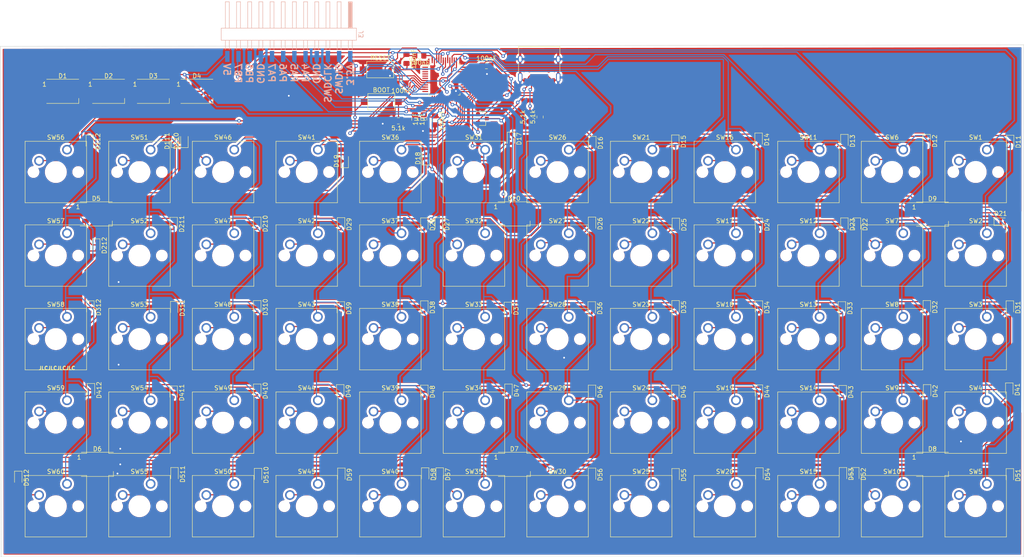
<source format=kicad_pcb>
(kicad_pcb (version 20171130) (host pcbnew 5.1.6+dfsg1-1)
  (layers (0 F.Cu signal) (31 B.Cu signal) (34 B.Paste user) (35 F.Paste user) (36 B.SilkS user) (37 F.SilkS user) (38 B.Mask user) (39 F.Mask user) (44 Edge.Cuts user))
  (net 0 "")
  (net 1 GND)
  (net 2 D+)
  (net 3 "Net-(J1-PadB5)")
  (net 4 "Net-(J1-PadA8)")
  (net 5 D-)
  (net 6 "Net-(J1-PadA5)")
  (net 7 "Net-(J1-PadB8)")
  (net 8 5V)
  (net 9 3.3V)
  (net 10 SWDIO)
  (net 11 SWDCLK)
  (net 12 PA4)
  (net 13 PA5)
  (net 14 PA6)
  (net 15 PA7)
  (net 16 PB6)
  (net 17 PB7)
  (net 18 TX)
  (net 19 RX)
  (net 20 COL4)
  (net 21 COL5)
  (net 22 COL2)
  (net 23 COL6)
  (net 24 COL3)
  (net 25 COL1)
  (net 26 "Net-(R1-Pad1)")
  (net 27 VBAT)
  (net 28 "Net-(U1-Pad2)")
  (net 29 "Net-(U1-Pad3)")
  (net 30 "Net-(U1-Pad4)")
  (net 31 "Net-(U1-Pad5)")
  (net 32 "Net-(U1-Pad6)")
  (net 33 "Net-(C1-Pad2)")
  (net 34 "Net-(U1-Pad12)")
  (net 35 "Net-(U1-Pad13)")
  (net 36 ROW1)
  (net 37 ROW2)
  (net 38 ROW3)
  (net 39 ROW4)
  (net 40 "Net-(U1-Pad29)")
  (net 41 "Net-(D26-Pad2)")
  (net 42 "Net-(D36-Pad2)")
  (net 43 "Net-(D35-Pad2)")
  (net 44 "Net-(D34-Pad2)")
  (net 45 "Net-(D33-Pad2)")
  (net 46 "Net-(D25-Pad2)")
  (net 47 "Net-(D24-Pad2)")
  (net 48 "Net-(D23-Pad2)")
  (net 49 "Net-(D21-Pad2)")
  (net 50 "Net-(D19-Pad2)")
  (net 51 "Net-(D16-Pad2)")
  (net 52 "Net-(D14-Pad2)")
  (net 53 "Net-(D12-Pad2)")
  (net 54 "Net-(D11-Pad2)")
  (net 55 "Net-(D15-Pad2)")
  (net 56 "Net-(D17-Pad2)")
  (net 57 "Net-(D13-Pad2)")
  (net 58 "Net-(D18-Pad2)")
  (net 59 "Net-(D22-Pad2)")
  (net 60 "Net-(D27-Pad2)")
  (net 61 "Net-(D28-Pad2)")
  (net 62 "Net-(D29-Pad2)")
  (net 63 "Net-(D31-Pad2)")
  (net 64 "Net-(D32-Pad2)")
  (net 65 "Net-(D37-Pad2)")
  (net 66 "Net-(D38-Pad2)")
  (net 67 "Net-(D39-Pad2)")
  (net 68 "Net-(D41-Pad2)")
  (net 69 "Net-(D42-Pad2)")
  (net 70 "Net-(D43-Pad2)")
  (net 71 "Net-(D44-Pad2)")
  (net 72 "Net-(D45-Pad2)")
  (net 73 "Net-(D46-Pad2)")
  (net 74 "Net-(D47-Pad2)")
  (net 75 "Net-(D48-Pad2)")
  (net 76 "Net-(D49-Pad2)")
  (net 77 "Net-(D51-Pad2)")
  (net 78 ROW5)
  (net 79 "Net-(D52-Pad2)")
  (net 80 "Net-(D53-Pad2)")
  (net 81 "Net-(D54-Pad2)")
  (net 82 "Net-(D55-Pad2)")
  (net 83 "Net-(D56-Pad2)")
  (net 84 "Net-(D57-Pad2)")
  (net 85 "Net-(D58-Pad2)")
  (net 86 "Net-(D59-Pad2)")
  (net 87 "Net-(D110-Pad2)")
  (net 88 "Net-(D111-Pad2)")
  (net 89 "Net-(D112-Pad2)")
  (net 90 "Net-(D210-Pad2)")
  (net 91 "Net-(D211-Pad2)")
  (net 92 "Net-(D212-Pad2)")
  (net 93 "Net-(D310-Pad2)")
  (net 94 "Net-(D311-Pad2)")
  (net 95 "Net-(D312-Pad2)")
  (net 96 "Net-(D410-Pad2)")
  (net 97 "Net-(D411-Pad2)")
  (net 98 "Net-(D412-Pad2)")
  (net 99 "Net-(D510-Pad2)")
  (net 100 "Net-(D511-Pad2)")
  (net 101 "Net-(D512-Pad2)")
  (net 102 COL7)
  (net 103 COL8)
  (net 104 COL9)
  (net 105 COL10)
  (net 106 COL11)
  (net 107 COL12)
  (net 108 "Net-(D1-Pad2)")
  (net 109 "Net-(D1-Pad4)")
  (net 110 "Net-(D2-Pad2)")
  (net 111 "Net-(D3-Pad2)")
  (net 112 "Net-(D4-Pad2)")
  (net 113 "Net-(D5-Pad2)")
  (net 114 "Net-(D6-Pad2)")
  (net 115 "Net-(D7-Pad2)")
  (net 116 "Net-(D8-Pad2)")
  (net 117 "Net-(D10-Pad4)")
  (net 118 "Net-(D10-Pad2)")
  (module Button_Switch_Keyboard:SW_Cherry_MX_1.00u_PCB (layer F.Cu) (at 152.4016 99.4585)
    (fp_text reference SW60 (at -2.54 -2.794) (layer F.SilkS))
    (fp_text value SW_Push)
    (pad "" np_thru_hole circle (at 2.54 5.08) (size 1.7 1.7) (drill 1.7) (layers *.Cu *.Mask))
    (pad "" np_thru_hole circle (at -7.62 5.08) (size 1.7 1.7) (drill 1.7) (layers *.Cu *.Mask))
    (pad "" np_thru_hole circle (at -2.54 5.08) (size 4 4) (drill 4) (layers *.Cu *.Mask))
    (pad 2 thru_hole circle (at -6.35 2.54) (size 2.2 2.2) (drill 1.5) (layers *.Cu *.Mask) (net 101 "Net-(D512-Pad2)"))
    (pad 1 thru_hole circle (at 0 0) (size 2.2 2.2) (drill 1.5) (layers *.Cu *.Mask) (net 107 COL12))
  )
  (module Button_Switch_Keyboard:SW_Cherry_MX_1.00u_PCB (layer F.Cu) (at 152.4016 80.4585)
    (fp_text reference SW59 (at -2.54 -2.794) (layer F.SilkS))
    (fp_text value SW_Push)
    (pad "" np_thru_hole circle (at 2.54 5.08) (size 1.7 1.7) (drill 1.7) (layers *.Cu *.Mask))
    (pad "" np_thru_hole circle (at -7.62 5.08) (size 1.7 1.7) (drill 1.7) (layers *.Cu *.Mask))
    (pad "" np_thru_hole circle (at -2.54 5.08) (size 4 4) (drill 4) (layers *.Cu *.Mask))
    (pad 2 thru_hole circle (at -6.35 2.54) (size 2.2 2.2) (drill 1.5) (layers *.Cu *.Mask) (net 98 "Net-(D412-Pad2)"))
    (pad 1 thru_hole circle (at 0 0) (size 2.2 2.2) (drill 1.5) (layers *.Cu *.Mask) (net 107 COL12))
  )
  (module Button_Switch_Keyboard:SW_Cherry_MX_1.00u_PCB (layer F.Cu) (at 152.4016 61.4585)
    (fp_text reference SW58 (at -2.54 -2.794) (layer F.SilkS))
    (fp_text value SW_Push)
    (pad "" np_thru_hole circle (at 2.54 5.08) (size 1.7 1.7) (drill 1.7) (layers *.Cu *.Mask))
    (pad "" np_thru_hole circle (at -7.62 5.08) (size 1.7 1.7) (drill 1.7) (layers *.Cu *.Mask))
    (pad "" np_thru_hole circle (at -2.54 5.08) (size 4 4) (drill 4) (layers *.Cu *.Mask))
    (pad 2 thru_hole circle (at -6.35 2.54) (size 2.2 2.2) (drill 1.5) (layers *.Cu *.Mask) (net 95 "Net-(D312-Pad2)"))
    (pad 1 thru_hole circle (at 0 0) (size 2.2 2.2) (drill 1.5) (layers *.Cu *.Mask) (net 107 COL12))
  )
  (module Button_Switch_Keyboard:SW_Cherry_MX_1.00u_PCB (layer F.Cu) (at 152.4016 42.4585)
    (fp_text reference SW57 (at -2.54 -2.794) (layer F.SilkS))
    (fp_text value SW_Push)
    (pad "" np_thru_hole circle (at 2.54 5.08) (size 1.7 1.7) (drill 1.7) (layers *.Cu *.Mask))
    (pad "" np_thru_hole circle (at -7.62 5.08) (size 1.7 1.7) (drill 1.7) (layers *.Cu *.Mask))
    (pad "" np_thru_hole circle (at -2.54 5.08) (size 4 4) (drill 4) (layers *.Cu *.Mask))
    (pad 2 thru_hole circle (at -6.35 2.54) (size 2.2 2.2) (drill 1.5) (layers *.Cu *.Mask) (net 92 "Net-(D212-Pad2)"))
    (pad 1 thru_hole circle (at 0 0) (size 2.2 2.2) (drill 1.5) (layers *.Cu *.Mask) (net 107 COL12))
  )
  (module Button_Switch_Keyboard:SW_Cherry_MX_1.00u_PCB (layer F.Cu) (at 152.4016 23.4585)
    (fp_text reference SW56 (at -2.54 -2.794) (layer F.SilkS))
    (fp_text value SW_Push)
    (pad "" np_thru_hole circle (at 2.54 5.08) (size 1.7 1.7) (drill 1.7) (layers *.Cu *.Mask))
    (pad "" np_thru_hole circle (at -7.62 5.08) (size 1.7 1.7) (drill 1.7) (layers *.Cu *.Mask))
    (pad "" np_thru_hole circle (at -2.54 5.08) (size 4 4) (drill 4) (layers *.Cu *.Mask))
    (pad 2 thru_hole circle (at -6.35 2.54) (size 2.2 2.2) (drill 1.5) (layers *.Cu *.Mask) (net 89 "Net-(D112-Pad2)"))
    (pad 1 thru_hole circle (at 0 0) (size 2.2 2.2) (drill 1.5) (layers *.Cu *.Mask) (net 107 COL12))
  )
  (module Button_Switch_Keyboard:SW_Cherry_MX_1.00u_PCB (layer F.Cu) (at 171.4016 99.4585)
    (fp_text reference SW55 (at -2.54 -2.794) (layer F.SilkS))
    (fp_text value SW_Push)
    (pad "" np_thru_hole circle (at 2.54 5.08) (size 1.7 1.7) (drill 1.7) (layers *.Cu *.Mask))
    (pad "" np_thru_hole circle (at -7.62 5.08) (size 1.7 1.7) (drill 1.7) (layers *.Cu *.Mask))
    (pad "" np_thru_hole circle (at -2.54 5.08) (size 4 4) (drill 4) (layers *.Cu *.Mask))
    (pad 2 thru_hole circle (at -6.35 2.54) (size 2.2 2.2) (drill 1.5) (layers *.Cu *.Mask) (net 100 "Net-(D511-Pad2)"))
    (pad 1 thru_hole circle (at 0 0) (size 2.2 2.2) (drill 1.5) (layers *.Cu *.Mask) (net 106 COL11))
  )
  (module Button_Switch_Keyboard:SW_Cherry_MX_1.00u_PCB (layer F.Cu) (at 171.4016 80.4585)
    (fp_text reference SW54 (at -2.54 -2.794) (layer F.SilkS))
    (fp_text value SW_Push)
    (pad "" np_thru_hole circle (at 2.54 5.08) (size 1.7 1.7) (drill 1.7) (layers *.Cu *.Mask))
    (pad "" np_thru_hole circle (at -7.62 5.08) (size 1.7 1.7) (drill 1.7) (layers *.Cu *.Mask))
    (pad "" np_thru_hole circle (at -2.54 5.08) (size 4 4) (drill 4) (layers *.Cu *.Mask))
    (pad 2 thru_hole circle (at -6.35 2.54) (size 2.2 2.2) (drill 1.5) (layers *.Cu *.Mask) (net 97 "Net-(D411-Pad2)"))
    (pad 1 thru_hole circle (at 0 0) (size 2.2 2.2) (drill 1.5) (layers *.Cu *.Mask) (net 106 COL11))
  )
  (module Button_Switch_Keyboard:SW_Cherry_MX_1.00u_PCB (layer F.Cu) (at 171.4016 61.4585)
    (fp_text reference SW53 (at -2.54 -2.794) (layer F.SilkS))
    (fp_text value SW_Push)
    (pad "" np_thru_hole circle (at 2.54 5.08) (size 1.7 1.7) (drill 1.7) (layers *.Cu *.Mask))
    (pad "" np_thru_hole circle (at -7.62 5.08) (size 1.7 1.7) (drill 1.7) (layers *.Cu *.Mask))
    (pad "" np_thru_hole circle (at -2.54 5.08) (size 4 4) (drill 4) (layers *.Cu *.Mask))
    (pad 2 thru_hole circle (at -6.35 2.54) (size 2.2 2.2) (drill 1.5) (layers *.Cu *.Mask) (net 94 "Net-(D311-Pad2)"))
    (pad 1 thru_hole circle (at 0 0) (size 2.2 2.2) (drill 1.5) (layers *.Cu *.Mask) (net 106 COL11))
  )
  (module Button_Switch_Keyboard:SW_Cherry_MX_1.00u_PCB (layer F.Cu) (at 171.4016 42.4585)
    (fp_text reference SW52 (at -2.54 -2.794) (layer F.SilkS))
    (fp_text value SW_Push)
    (pad "" np_thru_hole circle (at 2.54 5.08) (size 1.7 1.7) (drill 1.7) (layers *.Cu *.Mask))
    (pad "" np_thru_hole circle (at -7.62 5.08) (size 1.7 1.7) (drill 1.7) (layers *.Cu *.Mask))
    (pad "" np_thru_hole circle (at -2.54 5.08) (size 4 4) (drill 4) (layers *.Cu *.Mask))
    (pad 2 thru_hole circle (at -6.35 2.54) (size 2.2 2.2) (drill 1.5) (layers *.Cu *.Mask) (net 91 "Net-(D211-Pad2)"))
    (pad 1 thru_hole circle (at 0 0) (size 2.2 2.2) (drill 1.5) (layers *.Cu *.Mask) (net 106 COL11))
  )
  (module Button_Switch_Keyboard:SW_Cherry_MX_1.00u_PCB (layer F.Cu) (at 171.4016 23.4585)
    (fp_text reference SW51 (at -2.54 -2.794) (layer F.SilkS))
    (fp_text value SW_Push)
    (pad "" np_thru_hole circle (at 2.54 5.08) (size 1.7 1.7) (drill 1.7) (layers *.Cu *.Mask))
    (pad "" np_thru_hole circle (at -7.62 5.08) (size 1.7 1.7) (drill 1.7) (layers *.Cu *.Mask))
    (pad "" np_thru_hole circle (at -2.54 5.08) (size 4 4) (drill 4) (layers *.Cu *.Mask))
    (pad 2 thru_hole circle (at -6.35 2.54) (size 2.2 2.2) (drill 1.5) (layers *.Cu *.Mask) (net 88 "Net-(D111-Pad2)"))
    (pad 1 thru_hole circle (at 0 0) (size 2.2 2.2) (drill 1.5) (layers *.Cu *.Mask) (net 106 COL11))
  )
  (module Button_Switch_Keyboard:SW_Cherry_MX_1.00u_PCB (layer F.Cu) (at 190.4016 99.4585)
    (fp_text reference SW50 (at -2.54 -2.794) (layer F.SilkS))
    (fp_text value SW_Push)
    (pad "" np_thru_hole circle (at 2.54 5.08) (size 1.7 1.7) (drill 1.7) (layers *.Cu *.Mask))
    (pad "" np_thru_hole circle (at -7.62 5.08) (size 1.7 1.7) (drill 1.7) (layers *.Cu *.Mask))
    (pad "" np_thru_hole circle (at -2.54 5.08) (size 4 4) (drill 4) (layers *.Cu *.Mask))
    (pad 2 thru_hole circle (at -6.35 2.54) (size 2.2 2.2) (drill 1.5) (layers *.Cu *.Mask) (net 99 "Net-(D510-Pad2)"))
    (pad 1 thru_hole circle (at 0 0) (size 2.2 2.2) (drill 1.5) (layers *.Cu *.Mask) (net 105 COL10))
  )
  (module Button_Switch_Keyboard:SW_Cherry_MX_1.00u_PCB (layer F.Cu) (at 190.4016 80.4585)
    (fp_text reference SW49 (at -2.54 -2.794) (layer F.SilkS))
    (fp_text value SW_Push)
    (pad "" np_thru_hole circle (at 2.54 5.08) (size 1.7 1.7) (drill 1.7) (layers *.Cu *.Mask))
    (pad "" np_thru_hole circle (at -7.62 5.08) (size 1.7 1.7) (drill 1.7) (layers *.Cu *.Mask))
    (pad "" np_thru_hole circle (at -2.54 5.08) (size 4 4) (drill 4) (layers *.Cu *.Mask))
    (pad 2 thru_hole circle (at -6.35 2.54) (size 2.2 2.2) (drill 1.5) (layers *.Cu *.Mask) (net 96 "Net-(D410-Pad2)"))
    (pad 1 thru_hole circle (at 0 0) (size 2.2 2.2) (drill 1.5) (layers *.Cu *.Mask) (net 105 COL10))
  )
  (module Button_Switch_Keyboard:SW_Cherry_MX_1.00u_PCB (layer F.Cu) (at 190.4016 61.4585)
    (fp_text reference SW48 (at -2.54 -2.794) (layer F.SilkS))
    (fp_text value SW_Push)
    (pad "" np_thru_hole circle (at 2.54 5.08) (size 1.7 1.7) (drill 1.7) (layers *.Cu *.Mask))
    (pad "" np_thru_hole circle (at -7.62 5.08) (size 1.7 1.7) (drill 1.7) (layers *.Cu *.Mask))
    (pad "" np_thru_hole circle (at -2.54 5.08) (size 4 4) (drill 4) (layers *.Cu *.Mask))
    (pad 2 thru_hole circle (at -6.35 2.54) (size 2.2 2.2) (drill 1.5) (layers *.Cu *.Mask) (net 93 "Net-(D310-Pad2)"))
    (pad 1 thru_hole circle (at 0 0) (size 2.2 2.2) (drill 1.5) (layers *.Cu *.Mask) (net 105 COL10))
  )
  (module Button_Switch_Keyboard:SW_Cherry_MX_1.00u_PCB (layer F.Cu) (at 190.4016 42.4585)
    (fp_text reference SW47 (at -2.54 -2.794) (layer F.SilkS))
    (fp_text value SW_Push)
    (pad "" np_thru_hole circle (at 2.54 5.08) (size 1.7 1.7) (drill 1.7) (layers *.Cu *.Mask))
    (pad "" np_thru_hole circle (at -7.62 5.08) (size 1.7 1.7) (drill 1.7) (layers *.Cu *.Mask))
    (pad "" np_thru_hole circle (at -2.54 5.08) (size 4 4) (drill 4) (layers *.Cu *.Mask))
    (pad 2 thru_hole circle (at -6.35 2.54) (size 2.2 2.2) (drill 1.5) (layers *.Cu *.Mask) (net 90 "Net-(D210-Pad2)"))
    (pad 1 thru_hole circle (at 0 0) (size 2.2 2.2) (drill 1.5) (layers *.Cu *.Mask) (net 105 COL10))
  )
  (module Button_Switch_Keyboard:SW_Cherry_MX_1.00u_PCB (layer F.Cu) (at 190.4016 23.4585)
    (fp_text reference SW46 (at -2.54 -2.794) (layer F.SilkS))
    (fp_text value SW_Push)
    (pad "" np_thru_hole circle (at 2.54 5.08) (size 1.7 1.7) (drill 1.7) (layers *.Cu *.Mask))
    (pad "" np_thru_hole circle (at -7.62 5.08) (size 1.7 1.7) (drill 1.7) (layers *.Cu *.Mask))
    (pad "" np_thru_hole circle (at -2.54 5.08) (size 4 4) (drill 4) (layers *.Cu *.Mask))
    (pad 2 thru_hole circle (at -6.35 2.54) (size 2.2 2.2) (drill 1.5) (layers *.Cu *.Mask) (net 87 "Net-(D110-Pad2)"))
    (pad 1 thru_hole circle (at 0 0) (size 2.2 2.2) (drill 1.5) (layers *.Cu *.Mask) (net 105 COL10))
  )
  (module Button_Switch_Keyboard:SW_Cherry_MX_1.00u_PCB (layer F.Cu) (at 209.4016 99.4585)
    (fp_text reference SW45 (at -2.54 -2.794) (layer F.SilkS))
    (fp_text value SW_Push)
    (pad "" np_thru_hole circle (at 2.54 5.08) (size 1.7 1.7) (drill 1.7) (layers *.Cu *.Mask))
    (pad "" np_thru_hole circle (at -7.62 5.08) (size 1.7 1.7) (drill 1.7) (layers *.Cu *.Mask))
    (pad "" np_thru_hole circle (at -2.54 5.08) (size 4 4) (drill 4) (layers *.Cu *.Mask))
    (pad 2 thru_hole circle (at -6.35 2.54) (size 2.2 2.2) (drill 1.5) (layers *.Cu *.Mask) (net 86 "Net-(D59-Pad2)"))
    (pad 1 thru_hole circle (at 0 0) (size 2.2 2.2) (drill 1.5) (layers *.Cu *.Mask) (net 104 COL9))
  )
  (module Button_Switch_Keyboard:SW_Cherry_MX_1.00u_PCB (layer F.Cu) (at 209.4016 80.4585)
    (fp_text reference SW44 (at -2.54 -2.794) (layer F.SilkS))
    (fp_text value SW_Push)
    (pad "" np_thru_hole circle (at 2.54 5.08) (size 1.7 1.7) (drill 1.7) (layers *.Cu *.Mask))
    (pad "" np_thru_hole circle (at -7.62 5.08) (size 1.7 1.7) (drill 1.7) (layers *.Cu *.Mask))
    (pad "" np_thru_hole circle (at -2.54 5.08) (size 4 4) (drill 4) (layers *.Cu *.Mask))
    (pad 2 thru_hole circle (at -6.35 2.54) (size 2.2 2.2) (drill 1.5) (layers *.Cu *.Mask) (net 76 "Net-(D49-Pad2)"))
    (pad 1 thru_hole circle (at 0 0) (size 2.2 2.2) (drill 1.5) (layers *.Cu *.Mask) (net 104 COL9))
  )
  (module Button_Switch_Keyboard:SW_Cherry_MX_1.00u_PCB (layer F.Cu) (at 209.4016 61.4585)
    (fp_text reference SW43 (at -2.54 -2.794) (layer F.SilkS))
    (fp_text value SW_Push)
    (pad "" np_thru_hole circle (at 2.54 5.08) (size 1.7 1.7) (drill 1.7) (layers *.Cu *.Mask))
    (pad "" np_thru_hole circle (at -7.62 5.08) (size 1.7 1.7) (drill 1.7) (layers *.Cu *.Mask))
    (pad "" np_thru_hole circle (at -2.54 5.08) (size 4 4) (drill 4) (layers *.Cu *.Mask))
    (pad 2 thru_hole circle (at -6.35 2.54) (size 2.2 2.2) (drill 1.5) (layers *.Cu *.Mask) (net 67 "Net-(D39-Pad2)"))
    (pad 1 thru_hole circle (at 0 0) (size 2.2 2.2) (drill 1.5) (layers *.Cu *.Mask) (net 104 COL9))
  )
  (module Button_Switch_Keyboard:SW_Cherry_MX_1.00u_PCB (layer F.Cu) (at 209.4016 42.4585)
    (fp_text reference SW42 (at -2.54 -2.794) (layer F.SilkS))
    (fp_text value SW_Push)
    (pad "" np_thru_hole circle (at 2.54 5.08) (size 1.7 1.7) (drill 1.7) (layers *.Cu *.Mask))
    (pad "" np_thru_hole circle (at -7.62 5.08) (size 1.7 1.7) (drill 1.7) (layers *.Cu *.Mask))
    (pad "" np_thru_hole circle (at -2.54 5.08) (size 4 4) (drill 4) (layers *.Cu *.Mask))
    (pad 2 thru_hole circle (at -6.35 2.54) (size 2.2 2.2) (drill 1.5) (layers *.Cu *.Mask) (net 62 "Net-(D29-Pad2)"))
    (pad 1 thru_hole circle (at 0 0) (size 2.2 2.2) (drill 1.5) (layers *.Cu *.Mask) (net 104 COL9))
  )
  (module Button_Switch_Keyboard:SW_Cherry_MX_1.00u_PCB (layer F.Cu) (at 209.4016 23.4585)
    (fp_text reference SW41 (at -2.54 -2.794) (layer F.SilkS))
    (fp_text value SW_Push)
    (pad "" np_thru_hole circle (at 2.54 5.08) (size 1.7 1.7) (drill 1.7) (layers *.Cu *.Mask))
    (pad "" np_thru_hole circle (at -7.62 5.08) (size 1.7 1.7) (drill 1.7) (layers *.Cu *.Mask))
    (pad "" np_thru_hole circle (at -2.54 5.08) (size 4 4) (drill 4) (layers *.Cu *.Mask))
    (pad 2 thru_hole circle (at -6.35 2.54) (size 2.2 2.2) (drill 1.5) (layers *.Cu *.Mask) (net 50 "Net-(D19-Pad2)"))
    (pad 1 thru_hole circle (at 0 0) (size 2.2 2.2) (drill 1.5) (layers *.Cu *.Mask) (net 104 COL9))
  )
  (module Button_Switch_Keyboard:SW_Cherry_MX_1.00u_PCB (layer F.Cu) (at 228.4016 99.4585)
    (fp_text reference SW40 (at -2.54 -2.794) (layer F.SilkS))
    (fp_text value SW_Push)
    (pad "" np_thru_hole circle (at 2.54 5.08) (size 1.7 1.7) (drill 1.7) (layers *.Cu *.Mask))
    (pad "" np_thru_hole circle (at -7.62 5.08) (size 1.7 1.7) (drill 1.7) (layers *.Cu *.Mask))
    (pad "" np_thru_hole circle (at -2.54 5.08) (size 4 4) (drill 4) (layers *.Cu *.Mask))
    (pad 2 thru_hole circle (at -6.35 2.54) (size 2.2 2.2) (drill 1.5) (layers *.Cu *.Mask) (net 85 "Net-(D58-Pad2)"))
    (pad 1 thru_hole circle (at 0 0) (size 2.2 2.2) (drill 1.5) (layers *.Cu *.Mask) (net 103 COL8))
  )
  (module Button_Switch_Keyboard:SW_Cherry_MX_1.00u_PCB (layer F.Cu) (at 228.4016 80.4585)
    (fp_text reference SW39 (at -2.54 -2.794) (layer F.SilkS))
    (fp_text value SW_Push)
    (pad "" np_thru_hole circle (at 2.54 5.08) (size 1.7 1.7) (drill 1.7) (layers *.Cu *.Mask))
    (pad "" np_thru_hole circle (at -7.62 5.08) (size 1.7 1.7) (drill 1.7) (layers *.Cu *.Mask))
    (pad "" np_thru_hole circle (at -2.54 5.08) (size 4 4) (drill 4) (layers *.Cu *.Mask))
    (pad 2 thru_hole circle (at -6.35 2.54) (size 2.2 2.2) (drill 1.5) (layers *.Cu *.Mask) (net 75 "Net-(D48-Pad2)"))
    (pad 1 thru_hole circle (at 0 0) (size 2.2 2.2) (drill 1.5) (layers *.Cu *.Mask) (net 103 COL8))
  )
  (module Button_Switch_Keyboard:SW_Cherry_MX_1.00u_PCB (layer F.Cu) (at 228.4016 61.4585)
    (fp_text reference SW38 (at -2.54 -2.794) (layer F.SilkS))
    (fp_text value SW_Push)
    (pad "" np_thru_hole circle (at 2.54 5.08) (size 1.7 1.7) (drill 1.7) (layers *.Cu *.Mask))
    (pad "" np_thru_hole circle (at -7.62 5.08) (size 1.7 1.7) (drill 1.7) (layers *.Cu *.Mask))
    (pad "" np_thru_hole circle (at -2.54 5.08) (size 4 4) (drill 4) (layers *.Cu *.Mask))
    (pad 2 thru_hole circle (at -6.35 2.54) (size 2.2 2.2) (drill 1.5) (layers *.Cu *.Mask) (net 66 "Net-(D38-Pad2)"))
    (pad 1 thru_hole circle (at 0 0) (size 2.2 2.2) (drill 1.5) (layers *.Cu *.Mask) (net 103 COL8))
  )
  (module Button_Switch_Keyboard:SW_Cherry_MX_1.00u_PCB (layer F.Cu) (at 228.4016 42.4585)
    (fp_text reference SW37 (at -2.54 -2.794) (layer F.SilkS))
    (fp_text value SW_Push)
    (pad "" np_thru_hole circle (at 2.54 5.08) (size 1.7 1.7) (drill 1.7) (layers *.Cu *.Mask))
    (pad "" np_thru_hole circle (at -7.62 5.08) (size 1.7 1.7) (drill 1.7) (layers *.Cu *.Mask))
    (pad "" np_thru_hole circle (at -2.54 5.08) (size 4 4) (drill 4) (layers *.Cu *.Mask))
    (pad 2 thru_hole circle (at -6.35 2.54) (size 2.2 2.2) (drill 1.5) (layers *.Cu *.Mask) (net 61 "Net-(D28-Pad2)"))
    (pad 1 thru_hole circle (at 0 0) (size 2.2 2.2) (drill 1.5) (layers *.Cu *.Mask) (net 103 COL8))
  )
  (module Button_Switch_Keyboard:SW_Cherry_MX_1.00u_PCB (layer F.Cu) (at 228.4016 23.4585)
    (fp_text reference SW36 (at -2.54 -2.794) (layer F.SilkS))
    (fp_text value SW_Push)
    (pad "" np_thru_hole circle (at 2.54 5.08) (size 1.7 1.7) (drill 1.7) (layers *.Cu *.Mask))
    (pad "" np_thru_hole circle (at -7.62 5.08) (size 1.7 1.7) (drill 1.7) (layers *.Cu *.Mask))
    (pad "" np_thru_hole circle (at -2.54 5.08) (size 4 4) (drill 4) (layers *.Cu *.Mask))
    (pad 2 thru_hole circle (at -6.35 2.54) (size 2.2 2.2) (drill 1.5) (layers *.Cu *.Mask) (net 58 "Net-(D18-Pad2)"))
    (pad 1 thru_hole circle (at 0 0) (size 2.2 2.2) (drill 1.5) (layers *.Cu *.Mask) (net 103 COL8))
  )
  (module Button_Switch_Keyboard:SW_Cherry_MX_1.00u_PCB (layer F.Cu) (at 247.4016 99.4585)
    (fp_text reference SW35 (at -2.54 -2.794) (layer F.SilkS))
    (fp_text value SW_Push)
    (pad "" np_thru_hole circle (at 2.54 5.08) (size 1.7 1.7) (drill 1.7) (layers *.Cu *.Mask))
    (pad "" np_thru_hole circle (at -7.62 5.08) (size 1.7 1.7) (drill 1.7) (layers *.Cu *.Mask))
    (pad "" np_thru_hole circle (at -2.54 5.08) (size 4 4) (drill 4) (layers *.Cu *.Mask))
    (pad 2 thru_hole circle (at -6.35 2.54) (size 2.2 2.2) (drill 1.5) (layers *.Cu *.Mask) (net 84 "Net-(D57-Pad2)"))
    (pad 1 thru_hole circle (at 0 0) (size 2.2 2.2) (drill 1.5) (layers *.Cu *.Mask) (net 102 COL7))
  )
  (module Button_Switch_Keyboard:SW_Cherry_MX_1.00u_PCB (layer F.Cu) (at 247.4016 80.4585)
    (fp_text reference SW34 (at -2.54 -2.794) (layer F.SilkS))
    (fp_text value SW_Push)
    (pad "" np_thru_hole circle (at 2.54 5.08) (size 1.7 1.7) (drill 1.7) (layers *.Cu *.Mask))
    (pad "" np_thru_hole circle (at -7.62 5.08) (size 1.7 1.7) (drill 1.7) (layers *.Cu *.Mask))
    (pad "" np_thru_hole circle (at -2.54 5.08) (size 4 4) (drill 4) (layers *.Cu *.Mask))
    (pad 2 thru_hole circle (at -6.35 2.54) (size 2.2 2.2) (drill 1.5) (layers *.Cu *.Mask) (net 74 "Net-(D47-Pad2)"))
    (pad 1 thru_hole circle (at 0 0) (size 2.2 2.2) (drill 1.5) (layers *.Cu *.Mask) (net 102 COL7))
  )
  (module Button_Switch_Keyboard:SW_Cherry_MX_1.00u_PCB (layer F.Cu) (at 247.4016 61.4585)
    (fp_text reference SW33 (at -2.54 -2.794) (layer F.SilkS))
    (fp_text value SW_Push)
    (pad "" np_thru_hole circle (at 2.54 5.08) (size 1.7 1.7) (drill 1.7) (layers *.Cu *.Mask))
    (pad "" np_thru_hole circle (at -7.62 5.08) (size 1.7 1.7) (drill 1.7) (layers *.Cu *.Mask))
    (pad "" np_thru_hole circle (at -2.54 5.08) (size 4 4) (drill 4) (layers *.Cu *.Mask))
    (pad 2 thru_hole circle (at -6.35 2.54) (size 2.2 2.2) (drill 1.5) (layers *.Cu *.Mask) (net 65 "Net-(D37-Pad2)"))
    (pad 1 thru_hole circle (at 0 0) (size 2.2 2.2) (drill 1.5) (layers *.Cu *.Mask) (net 102 COL7))
  )
  (module Button_Switch_Keyboard:SW_Cherry_MX_1.00u_PCB (layer F.Cu) (at 247.4016 42.4585)
    (fp_text reference SW32 (at -2.54 -2.794) (layer F.SilkS))
    (fp_text value SW_Push)
    (pad "" np_thru_hole circle (at 2.54 5.08) (size 1.7 1.7) (drill 1.7) (layers *.Cu *.Mask))
    (pad "" np_thru_hole circle (at -7.62 5.08) (size 1.7 1.7) (drill 1.7) (layers *.Cu *.Mask))
    (pad "" np_thru_hole circle (at -2.54 5.08) (size 4 4) (drill 4) (layers *.Cu *.Mask))
    (pad 2 thru_hole circle (at -6.35 2.54) (size 2.2 2.2) (drill 1.5) (layers *.Cu *.Mask) (net 60 "Net-(D27-Pad2)"))
    (pad 1 thru_hole circle (at 0 0) (size 2.2 2.2) (drill 1.5) (layers *.Cu *.Mask) (net 102 COL7))
  )
  (module Button_Switch_Keyboard:SW_Cherry_MX_1.00u_PCB (layer F.Cu) (at 247.4016 23.4585)
    (fp_text reference SW31 (at -2.54 -2.794) (layer F.SilkS))
    (fp_text value SW_Push)
    (pad "" np_thru_hole circle (at 2.54 5.08) (size 1.7 1.7) (drill 1.7) (layers *.Cu *.Mask))
    (pad "" np_thru_hole circle (at -7.62 5.08) (size 1.7 1.7) (drill 1.7) (layers *.Cu *.Mask))
    (pad "" np_thru_hole circle (at -2.54 5.08) (size 4 4) (drill 4) (layers *.Cu *.Mask))
    (pad 2 thru_hole circle (at -6.35 2.54) (size 2.2 2.2) (drill 1.5) (layers *.Cu *.Mask) (net 56 "Net-(D17-Pad2)"))
    (pad 1 thru_hole circle (at 0 0) (size 2.2 2.2) (drill 1.5) (layers *.Cu *.Mask) (net 102 COL7))
  )
  (module Button_Switch_Keyboard:SW_Cherry_MX_1.00u_PCB (layer F.Cu) (at 266.4016 99.4585)
    (fp_text reference SW30 (at -2.54 -2.794) (layer F.SilkS))
    (fp_text value SW_Push)
    (pad "" np_thru_hole circle (at 2.54 5.08) (size 1.7 1.7) (drill 1.7) (layers *.Cu *.Mask))
    (pad "" np_thru_hole circle (at -7.62 5.08) (size 1.7 1.7) (drill 1.7) (layers *.Cu *.Mask))
    (pad "" np_thru_hole circle (at -2.54 5.08) (size 4 4) (drill 4) (layers *.Cu *.Mask))
    (pad 2 thru_hole circle (at -6.35 2.54) (size 2.2 2.2) (drill 1.5) (layers *.Cu *.Mask) (net 83 "Net-(D56-Pad2)"))
    (pad 1 thru_hole circle (at 0 0) (size 2.2 2.2) (drill 1.5) (layers *.Cu *.Mask) (net 23 COL6))
  )
  (module Button_Switch_Keyboard:SW_Cherry_MX_1.00u_PCB (layer F.Cu) (at 266.4016 80.4585)
    (fp_text reference SW29 (at -2.54 -2.794) (layer F.SilkS))
    (fp_text value SW_Push)
    (pad "" np_thru_hole circle (at 2.54 5.08) (size 1.7 1.7) (drill 1.7) (layers *.Cu *.Mask))
    (pad "" np_thru_hole circle (at -7.62 5.08) (size 1.7 1.7) (drill 1.7) (layers *.Cu *.Mask))
    (pad "" np_thru_hole circle (at -2.54 5.08) (size 4 4) (drill 4) (layers *.Cu *.Mask))
    (pad 2 thru_hole circle (at -6.35 2.54) (size 2.2 2.2) (drill 1.5) (layers *.Cu *.Mask) (net 73 "Net-(D46-Pad2)"))
    (pad 1 thru_hole circle (at 0 0) (size 2.2 2.2) (drill 1.5) (layers *.Cu *.Mask) (net 23 COL6))
  )
  (module Button_Switch_Keyboard:SW_Cherry_MX_1.00u_PCB (layer F.Cu) (at 266.4016 61.4585)
    (fp_text reference SW28 (at -2.54 -2.794) (layer F.SilkS))
    (fp_text value SW_Push)
    (pad "" np_thru_hole circle (at 2.54 5.08) (size 1.7 1.7) (drill 1.7) (layers *.Cu *.Mask))
    (pad "" np_thru_hole circle (at -7.62 5.08) (size 1.7 1.7) (drill 1.7) (layers *.Cu *.Mask))
    (pad "" np_thru_hole circle (at -2.54 5.08) (size 4 4) (drill 4) (layers *.Cu *.Mask))
    (pad 2 thru_hole circle (at -6.35 2.54) (size 2.2 2.2) (drill 1.5) (layers *.Cu *.Mask) (net 42 "Net-(D36-Pad2)"))
    (pad 1 thru_hole circle (at 0 0) (size 2.2 2.2) (drill 1.5) (layers *.Cu *.Mask) (net 23 COL6))
  )
  (module Button_Switch_Keyboard:SW_Cherry_MX_1.00u_PCB (layer F.Cu) (at 266.4016 42.4585)
    (fp_text reference SW27 (at -2.54 -2.794) (layer F.SilkS))
    (fp_text value SW_Push)
    (pad "" np_thru_hole circle (at 2.54 5.08) (size 1.7 1.7) (drill 1.7) (layers *.Cu *.Mask))
    (pad "" np_thru_hole circle (at -7.62 5.08) (size 1.7 1.7) (drill 1.7) (layers *.Cu *.Mask))
    (pad "" np_thru_hole circle (at -2.54 5.08) (size 4 4) (drill 4) (layers *.Cu *.Mask))
    (pad 2 thru_hole circle (at -6.35 2.54) (size 2.2 2.2) (drill 1.5) (layers *.Cu *.Mask) (net 41 "Net-(D26-Pad2)"))
    (pad 1 thru_hole circle (at 0 0) (size 2.2 2.2) (drill 1.5) (layers *.Cu *.Mask) (net 23 COL6))
  )
  (module Button_Switch_Keyboard:SW_Cherry_MX_1.00u_PCB (layer F.Cu) (at 266.4016 23.4585)
    (fp_text reference SW26 (at -2.54 -2.794) (layer F.SilkS))
    (fp_text value SW_Push)
    (pad "" np_thru_hole circle (at 2.54 5.08) (size 1.7 1.7) (drill 1.7) (layers *.Cu *.Mask))
    (pad "" np_thru_hole circle (at -7.62 5.08) (size 1.7 1.7) (drill 1.7) (layers *.Cu *.Mask))
    (pad "" np_thru_hole circle (at -2.54 5.08) (size 4 4) (drill 4) (layers *.Cu *.Mask))
    (pad 2 thru_hole circle (at -6.35 2.54) (size 2.2 2.2) (drill 1.5) (layers *.Cu *.Mask) (net 51 "Net-(D16-Pad2)"))
    (pad 1 thru_hole circle (at 0 0) (size 2.2 2.2) (drill 1.5) (layers *.Cu *.Mask) (net 23 COL6))
  )
  (module Button_Switch_Keyboard:SW_Cherry_MX_1.00u_PCB (layer F.Cu) (at 285.4016 99.4585)
    (fp_text reference SW25 (at -2.54 -2.794) (layer F.SilkS))
    (fp_text value SW_Push)
    (pad "" np_thru_hole circle (at 2.54 5.08) (size 1.7 1.7) (drill 1.7) (layers *.Cu *.Mask))
    (pad "" np_thru_hole circle (at -7.62 5.08) (size 1.7 1.7) (drill 1.7) (layers *.Cu *.Mask))
    (pad "" np_thru_hole circle (at -2.54 5.08) (size 4 4) (drill 4) (layers *.Cu *.Mask))
    (pad 2 thru_hole circle (at -6.35 2.54) (size 2.2 2.2) (drill 1.5) (layers *.Cu *.Mask) (net 82 "Net-(D55-Pad2)"))
    (pad 1 thru_hole circle (at 0 0) (size 2.2 2.2) (drill 1.5) (layers *.Cu *.Mask) (net 21 COL5))
  )
  (module Button_Switch_Keyboard:SW_Cherry_MX_1.00u_PCB (layer F.Cu) (at 285.4016 80.4585)
    (fp_text reference SW24 (at -2.54 -2.794) (layer F.SilkS))
    (fp_text value SW_Push)
    (pad "" np_thru_hole circle (at 2.54 5.08) (size 1.7 1.7) (drill 1.7) (layers *.Cu *.Mask))
    (pad "" np_thru_hole circle (at -7.62 5.08) (size 1.7 1.7) (drill 1.7) (layers *.Cu *.Mask))
    (pad "" np_thru_hole circle (at -2.54 5.08) (size 4 4) (drill 4) (layers *.Cu *.Mask))
    (pad 2 thru_hole circle (at -6.35 2.54) (size 2.2 2.2) (drill 1.5) (layers *.Cu *.Mask) (net 72 "Net-(D45-Pad2)"))
    (pad 1 thru_hole circle (at 0 0) (size 2.2 2.2) (drill 1.5) (layers *.Cu *.Mask) (net 21 COL5))
  )
  (module Button_Switch_Keyboard:SW_Cherry_MX_1.00u_PCB (layer F.Cu) (at 285.4016 61.4585)
    (fp_text reference SW23 (at -2.54 -2.794) (layer F.SilkS))
    (fp_text value SW_Push)
    (pad "" np_thru_hole circle (at 2.54 5.08) (size 1.7 1.7) (drill 1.7) (layers *.Cu *.Mask))
    (pad "" np_thru_hole circle (at -7.62 5.08) (size 1.7 1.7) (drill 1.7) (layers *.Cu *.Mask))
    (pad "" np_thru_hole circle (at -2.54 5.08) (size 4 4) (drill 4) (layers *.Cu *.Mask))
    (pad 2 thru_hole circle (at -6.35 2.54) (size 2.2 2.2) (drill 1.5) (layers *.Cu *.Mask) (net 43 "Net-(D35-Pad2)"))
    (pad 1 thru_hole circle (at 0 0) (size 2.2 2.2) (drill 1.5) (layers *.Cu *.Mask) (net 21 COL5))
  )
  (module Button_Switch_Keyboard:SW_Cherry_MX_1.00u_PCB (layer F.Cu) (at 285.4016 42.4585)
    (fp_text reference SW22 (at -2.54 -2.794) (layer F.SilkS))
    (fp_text value SW_Push)
    (pad "" np_thru_hole circle (at 2.54 5.08) (size 1.7 1.7) (drill 1.7) (layers *.Cu *.Mask))
    (pad "" np_thru_hole circle (at -7.62 5.08) (size 1.7 1.7) (drill 1.7) (layers *.Cu *.Mask))
    (pad "" np_thru_hole circle (at -2.54 5.08) (size 4 4) (drill 4) (layers *.Cu *.Mask))
    (pad 2 thru_hole circle (at -6.35 2.54) (size 2.2 2.2) (drill 1.5) (layers *.Cu *.Mask) (net 46 "Net-(D25-Pad2)"))
    (pad 1 thru_hole circle (at 0 0) (size 2.2 2.2) (drill 1.5) (layers *.Cu *.Mask) (net 21 COL5))
  )
  (module Button_Switch_Keyboard:SW_Cherry_MX_1.00u_PCB (layer F.Cu) (at 285.4016 23.4585)
    (fp_text reference SW21 (at -2.54 -2.794) (layer F.SilkS))
    (fp_text value SW_Push)
    (pad "" np_thru_hole circle (at 2.54 5.08) (size 1.7 1.7) (drill 1.7) (layers *.Cu *.Mask))
    (pad "" np_thru_hole circle (at -7.62 5.08) (size 1.7 1.7) (drill 1.7) (layers *.Cu *.Mask))
    (pad "" np_thru_hole circle (at -2.54 5.08) (size 4 4) (drill 4) (layers *.Cu *.Mask))
    (pad 2 thru_hole circle (at -6.35 2.54) (size 2.2 2.2) (drill 1.5) (layers *.Cu *.Mask) (net 55 "Net-(D15-Pad2)"))
    (pad 1 thru_hole circle (at 0 0) (size 2.2 2.2) (drill 1.5) (layers *.Cu *.Mask) (net 21 COL5))
  )
  (module Button_Switch_Keyboard:SW_Cherry_MX_1.00u_PCB (layer F.Cu) (at 304.4016 99.4585)
    (fp_text reference SW20 (at -2.54 -2.794) (layer F.SilkS))
    (fp_text value SW_Push)
    (pad "" np_thru_hole circle (at 2.54 5.08) (size 1.7 1.7) (drill 1.7) (layers *.Cu *.Mask))
    (pad "" np_thru_hole circle (at -7.62 5.08) (size 1.7 1.7) (drill 1.7) (layers *.Cu *.Mask))
    (pad "" np_thru_hole circle (at -2.54 5.08) (size 4 4) (drill 4) (layers *.Cu *.Mask))
    (pad 2 thru_hole circle (at -6.35 2.54) (size 2.2 2.2) (drill 1.5) (layers *.Cu *.Mask) (net 81 "Net-(D54-Pad2)"))
    (pad 1 thru_hole circle (at 0 0) (size 2.2 2.2) (drill 1.5) (layers *.Cu *.Mask) (net 20 COL4))
  )
  (module Button_Switch_Keyboard:SW_Cherry_MX_1.00u_PCB (layer F.Cu) (at 304.4016 80.4585)
    (fp_text reference SW19 (at -2.54 -2.794) (layer F.SilkS))
    (fp_text value SW_Push)
    (pad "" np_thru_hole circle (at 2.54 5.08) (size 1.7 1.7) (drill 1.7) (layers *.Cu *.Mask))
    (pad "" np_thru_hole circle (at -7.62 5.08) (size 1.7 1.7) (drill 1.7) (layers *.Cu *.Mask))
    (pad "" np_thru_hole circle (at -2.54 5.08) (size 4 4) (drill 4) (layers *.Cu *.Mask))
    (pad 2 thru_hole circle (at -6.35 2.54) (size 2.2 2.2) (drill 1.5) (layers *.Cu *.Mask) (net 71 "Net-(D44-Pad2)"))
    (pad 1 thru_hole circle (at 0 0) (size 2.2 2.2) (drill 1.5) (layers *.Cu *.Mask) (net 20 COL4))
  )
  (module Button_Switch_Keyboard:SW_Cherry_MX_1.00u_PCB (layer F.Cu) (at 304.4016 61.4585)
    (fp_text reference SW18 (at -2.54 -2.794) (layer F.SilkS))
    (fp_text value SW_Push)
    (pad "" np_thru_hole circle (at 2.54 5.08) (size 1.7 1.7) (drill 1.7) (layers *.Cu *.Mask))
    (pad "" np_thru_hole circle (at -7.62 5.08) (size 1.7 1.7) (drill 1.7) (layers *.Cu *.Mask))
    (pad "" np_thru_hole circle (at -2.54 5.08) (size 4 4) (drill 4) (layers *.Cu *.Mask))
    (pad 2 thru_hole circle (at -6.35 2.54) (size 2.2 2.2) (drill 1.5) (layers *.Cu *.Mask) (net 44 "Net-(D34-Pad2)"))
    (pad 1 thru_hole circle (at 0 0) (size 2.2 2.2) (drill 1.5) (layers *.Cu *.Mask) (net 20 COL4))
  )
  (module Button_Switch_Keyboard:SW_Cherry_MX_1.00u_PCB (layer F.Cu) (at 304.4016 42.4585)
    (fp_text reference SW17 (at -2.54 -2.794) (layer F.SilkS))
    (fp_text value SW_Push)
    (pad "" np_thru_hole circle (at 2.54 5.08) (size 1.7 1.7) (drill 1.7) (layers *.Cu *.Mask))
    (pad "" np_thru_hole circle (at -7.62 5.08) (size 1.7 1.7) (drill 1.7) (layers *.Cu *.Mask))
    (pad "" np_thru_hole circle (at -2.54 5.08) (size 4 4) (drill 4) (layers *.Cu *.Mask))
    (pad 2 thru_hole circle (at -6.35 2.54) (size 2.2 2.2) (drill 1.5) (layers *.Cu *.Mask) (net 47 "Net-(D24-Pad2)"))
    (pad 1 thru_hole circle (at 0 0) (size 2.2 2.2) (drill 1.5) (layers *.Cu *.Mask) (net 20 COL4))
  )
  (module Button_Switch_Keyboard:SW_Cherry_MX_1.00u_PCB (layer F.Cu) (at 304.4016 23.4585)
    (fp_text reference SW16 (at -2.54 -2.794) (layer F.SilkS))
    (fp_text value SW_Push)
    (pad "" np_thru_hole circle (at 2.54 5.08) (size 1.7 1.7) (drill 1.7) (layers *.Cu *.Mask))
    (pad "" np_thru_hole circle (at -7.62 5.08) (size 1.7 1.7) (drill 1.7) (layers *.Cu *.Mask))
    (pad "" np_thru_hole circle (at -2.54 5.08) (size 4 4) (drill 4) (layers *.Cu *.Mask))
    (pad 2 thru_hole circle (at -6.35 2.54) (size 2.2 2.2) (drill 1.5) (layers *.Cu *.Mask) (net 52 "Net-(D14-Pad2)"))
    (pad 1 thru_hole circle (at 0 0) (size 2.2 2.2) (drill 1.5) (layers *.Cu *.Mask) (net 20 COL4))
  )
  (module Button_Switch_Keyboard:SW_Cherry_MX_1.00u_PCB (layer F.Cu) (at 323.4016 99.4585)
    (fp_text reference SW15 (at -2.54 -2.794) (layer F.SilkS))
    (fp_text value SW_Push)
    (pad "" np_thru_hole circle (at 2.54 5.08) (size 1.7 1.7) (drill 1.7) (layers *.Cu *.Mask))
    (pad "" np_thru_hole circle (at -7.62 5.08) (size 1.7 1.7) (drill 1.7) (layers *.Cu *.Mask))
    (pad "" np_thru_hole circle (at -2.54 5.08) (size 4 4) (drill 4) (layers *.Cu *.Mask))
    (pad 2 thru_hole circle (at -6.35 2.54) (size 2.2 2.2) (drill 1.5) (layers *.Cu *.Mask) (net 80 "Net-(D53-Pad2)"))
    (pad 1 thru_hole circle (at 0 0) (size 2.2 2.2) (drill 1.5) (layers *.Cu *.Mask) (net 24 COL3))
  )
  (module Button_Switch_Keyboard:SW_Cherry_MX_1.00u_PCB (layer F.Cu) (at 323.4016 80.4585)
    (fp_text reference SW14 (at -2.54 -2.794) (layer F.SilkS))
    (fp_text value SW_Push)
    (pad "" np_thru_hole circle (at 2.54 5.08) (size 1.7 1.7) (drill 1.7) (layers *.Cu *.Mask))
    (pad "" np_thru_hole circle (at -7.62 5.08) (size 1.7 1.7) (drill 1.7) (layers *.Cu *.Mask))
    (pad "" np_thru_hole circle (at -2.54 5.08) (size 4 4) (drill 4) (layers *.Cu *.Mask))
    (pad 2 thru_hole circle (at -6.35 2.54) (size 2.2 2.2) (drill 1.5) (layers *.Cu *.Mask) (net 70 "Net-(D43-Pad2)"))
    (pad 1 thru_hole circle (at 0 0) (size 2.2 2.2) (drill 1.5) (layers *.Cu *.Mask) (net 24 COL3))
  )
  (module Button_Switch_Keyboard:SW_Cherry_MX_1.00u_PCB (layer F.Cu) (at 323.4016 61.4585)
    (fp_text reference SW13 (at -2.54 -2.794) (layer F.SilkS))
    (fp_text value SW_Push)
    (pad "" np_thru_hole circle (at 2.54 5.08) (size 1.7 1.7) (drill 1.7) (layers *.Cu *.Mask))
    (pad "" np_thru_hole circle (at -7.62 5.08) (size 1.7 1.7) (drill 1.7) (layers *.Cu *.Mask))
    (pad "" np_thru_hole circle (at -2.54 5.08) (size 4 4) (drill 4) (layers *.Cu *.Mask))
    (pad 2 thru_hole circle (at -6.35 2.54) (size 2.2 2.2) (drill 1.5) (layers *.Cu *.Mask) (net 45 "Net-(D33-Pad2)"))
    (pad 1 thru_hole circle (at 0 0) (size 2.2 2.2) (drill 1.5) (layers *.Cu *.Mask) (net 24 COL3))
  )
  (module Button_Switch_Keyboard:SW_Cherry_MX_1.00u_PCB (layer F.Cu) (at 323.4016 42.4585)
    (fp_text reference SW12 (at -2.54 -2.794) (layer F.SilkS))
    (fp_text value SW_Push)
    (pad "" np_thru_hole circle (at 2.54 5.08) (size 1.7 1.7) (drill 1.7) (layers *.Cu *.Mask))
    (pad "" np_thru_hole circle (at -7.62 5.08) (size 1.7 1.7) (drill 1.7) (layers *.Cu *.Mask))
    (pad "" np_thru_hole circle (at -2.54 5.08) (size 4 4) (drill 4) (layers *.Cu *.Mask))
    (pad 2 thru_hole circle (at -6.35 2.54) (size 2.2 2.2) (drill 1.5) (layers *.Cu *.Mask) (net 48 "Net-(D23-Pad2)"))
    (pad 1 thru_hole circle (at 0 0) (size 2.2 2.2) (drill 1.5) (layers *.Cu *.Mask) (net 24 COL3))
  )
  (module Button_Switch_Keyboard:SW_Cherry_MX_1.00u_PCB (layer F.Cu) (at 323.4016 23.4585)
    (fp_text reference SW11 (at -2.54 -2.794) (layer F.SilkS))
    (fp_text value SW_Push)
    (pad "" np_thru_hole circle (at 2.54 5.08) (size 1.7 1.7) (drill 1.7) (layers *.Cu *.Mask))
    (pad "" np_thru_hole circle (at -7.62 5.08) (size 1.7 1.7) (drill 1.7) (layers *.Cu *.Mask))
    (pad "" np_thru_hole circle (at -2.54 5.08) (size 4 4) (drill 4) (layers *.Cu *.Mask))
    (pad 2 thru_hole circle (at -6.35 2.54) (size 2.2 2.2) (drill 1.5) (layers *.Cu *.Mask) (net 57 "Net-(D13-Pad2)"))
    (pad 1 thru_hole circle (at 0 0) (size 2.2 2.2) (drill 1.5) (layers *.Cu *.Mask) (net 24 COL3))
  )
  (module Button_Switch_Keyboard:SW_Cherry_MX_1.00u_PCB (layer F.Cu) (at 342.4016 99.4585)
    (fp_text reference SW10 (at -2.54 -2.794) (layer F.SilkS))
    (fp_text value SW_Push)
    (pad "" np_thru_hole circle (at 2.54 5.08) (size 1.7 1.7) (drill 1.7) (layers *.Cu *.Mask))
    (pad "" np_thru_hole circle (at -7.62 5.08) (size 1.7 1.7) (drill 1.7) (layers *.Cu *.Mask))
    (pad "" np_thru_hole circle (at -2.54 5.08) (size 4 4) (drill 4) (layers *.Cu *.Mask))
    (pad 2 thru_hole circle (at -6.35 2.54) (size 2.2 2.2) (drill 1.5) (layers *.Cu *.Mask) (net 79 "Net-(D52-Pad2)"))
    (pad 1 thru_hole circle (at 0 0) (size 2.2 2.2) (drill 1.5) (layers *.Cu *.Mask) (net 22 COL2))
  )
  (module Button_Switch_Keyboard:SW_Cherry_MX_1.00u_PCB (layer F.Cu) (at 342.4016 80.4585)
    (fp_text reference SW9 (at -2.54 -2.794) (layer F.SilkS))
    (fp_text value SW_Push)
    (pad "" np_thru_hole circle (at 2.54 5.08) (size 1.7 1.7) (drill 1.7) (layers *.Cu *.Mask))
    (pad "" np_thru_hole circle (at -7.62 5.08) (size 1.7 1.7) (drill 1.7) (layers *.Cu *.Mask))
    (pad "" np_thru_hole circle (at -2.54 5.08) (size 4 4) (drill 4) (layers *.Cu *.Mask))
    (pad 2 thru_hole circle (at -6.35 2.54) (size 2.2 2.2) (drill 1.5) (layers *.Cu *.Mask) (net 69 "Net-(D42-Pad2)"))
    (pad 1 thru_hole circle (at 0 0) (size 2.2 2.2) (drill 1.5) (layers *.Cu *.Mask) (net 22 COL2))
  )
  (module Button_Switch_Keyboard:SW_Cherry_MX_1.00u_PCB (layer F.Cu) (at 342.4016 61.4585)
    (fp_text reference SW8 (at -2.54 -2.794) (layer F.SilkS))
    (fp_text value SW_Push)
    (pad "" np_thru_hole circle (at 2.54 5.08) (size 1.7 1.7) (drill 1.7) (layers *.Cu *.Mask))
    (pad "" np_thru_hole circle (at -7.62 5.08) (size 1.7 1.7) (drill 1.7) (layers *.Cu *.Mask))
    (pad "" np_thru_hole circle (at -2.54 5.08) (size 4 4) (drill 4) (layers *.Cu *.Mask))
    (pad 2 thru_hole circle (at -6.35 2.54) (size 2.2 2.2) (drill 1.5) (layers *.Cu *.Mask) (net 64 "Net-(D32-Pad2)"))
    (pad 1 thru_hole circle (at 0 0) (size 2.2 2.2) (drill 1.5) (layers *.Cu *.Mask) (net 22 COL2))
  )
  (module Button_Switch_Keyboard:SW_Cherry_MX_1.00u_PCB (layer F.Cu) (at 342.4016 42.4585)
    (fp_text reference SW7 (at -2.54 -2.794) (layer F.SilkS))
    (fp_text value SW_Push)
    (pad "" np_thru_hole circle (at 2.54 5.08) (size 1.7 1.7) (drill 1.7) (layers *.Cu *.Mask))
    (pad "" np_thru_hole circle (at -7.62 5.08) (size 1.7 1.7) (drill 1.7) (layers *.Cu *.Mask))
    (pad "" np_thru_hole circle (at -2.54 5.08) (size 4 4) (drill 4) (layers *.Cu *.Mask))
    (pad 2 thru_hole circle (at -6.35 2.54) (size 2.2 2.2) (drill 1.5) (layers *.Cu *.Mask) (net 59 "Net-(D22-Pad2)"))
    (pad 1 thru_hole circle (at 0 0) (size 2.2 2.2) (drill 1.5) (layers *.Cu *.Mask) (net 22 COL2))
  )
  (module Button_Switch_Keyboard:SW_Cherry_MX_1.00u_PCB (layer F.Cu) (at 342.4016 23.4585)
    (fp_text reference SW6 (at -2.54 -2.794) (layer F.SilkS))
    (fp_text value SW_Push)
    (pad "" np_thru_hole circle (at 2.54 5.08) (size 1.7 1.7) (drill 1.7) (layers *.Cu *.Mask))
    (pad "" np_thru_hole circle (at -7.62 5.08) (size 1.7 1.7) (drill 1.7) (layers *.Cu *.Mask))
    (pad "" np_thru_hole circle (at -2.54 5.08) (size 4 4) (drill 4) (layers *.Cu *.Mask))
    (pad 2 thru_hole circle (at -6.35 2.54) (size 2.2 2.2) (drill 1.5) (layers *.Cu *.Mask) (net 53 "Net-(D12-Pad2)"))
    (pad 1 thru_hole circle (at 0 0) (size 2.2 2.2) (drill 1.5) (layers *.Cu *.Mask) (net 22 COL2))
  )
  (module Button_Switch_Keyboard:SW_Cherry_MX_1.00u_PCB (layer F.Cu) (at 361.4016 99.4585)
    (fp_text reference SW5 (at -2.54 -2.794) (layer F.SilkS))
    (fp_text value SW_Push)
    (pad "" np_thru_hole circle (at 2.54 5.08) (size 1.7 1.7) (drill 1.7) (layers *.Cu *.Mask))
    (pad "" np_thru_hole circle (at -7.62 5.08) (size 1.7 1.7) (drill 1.7) (layers *.Cu *.Mask))
    (pad "" np_thru_hole circle (at -2.54 5.08) (size 4 4) (drill 4) (layers *.Cu *.Mask))
    (pad 2 thru_hole circle (at -6.35 2.54) (size 2.2 2.2) (drill 1.5) (layers *.Cu *.Mask) (net 77 "Net-(D51-Pad2)"))
    (pad 1 thru_hole circle (at 0 0) (size 2.2 2.2) (drill 1.5) (layers *.Cu *.Mask) (net 25 COL1))
  )
  (module Button_Switch_Keyboard:SW_Cherry_MX_1.00u_PCB (layer F.Cu) (at 361.4016 80.4585)
    (fp_text reference SW4 (at -2.54 -2.794) (layer F.SilkS))
    (fp_text value SW_Push)
    (pad "" np_thru_hole circle (at 2.54 5.08) (size 1.7 1.7) (drill 1.7) (layers *.Cu *.Mask))
    (pad "" np_thru_hole circle (at -7.62 5.08) (size 1.7 1.7) (drill 1.7) (layers *.Cu *.Mask))
    (pad "" np_thru_hole circle (at -2.54 5.08) (size 4 4) (drill 4) (layers *.Cu *.Mask))
    (pad 2 thru_hole circle (at -6.35 2.54) (size 2.2 2.2) (drill 1.5) (layers *.Cu *.Mask) (net 68 "Net-(D41-Pad2)"))
    (pad 1 thru_hole circle (at 0 0) (size 2.2 2.2) (drill 1.5) (layers *.Cu *.Mask) (net 25 COL1))
  )
  (module Button_Switch_Keyboard:SW_Cherry_MX_1.00u_PCB (layer F.Cu) (at 361.4016 61.4585)
    (fp_text reference SW3 (at -2.54 -2.794) (layer F.SilkS))
    (fp_text value SW_Push)
    (pad "" np_thru_hole circle (at 2.54 5.08) (size 1.7 1.7) (drill 1.7) (layers *.Cu *.Mask))
    (pad "" np_thru_hole circle (at -7.62 5.08) (size 1.7 1.7) (drill 1.7) (layers *.Cu *.Mask))
    (pad "" np_thru_hole circle (at -2.54 5.08) (size 4 4) (drill 4) (layers *.Cu *.Mask))
    (pad 2 thru_hole circle (at -6.35 2.54) (size 2.2 2.2) (drill 1.5) (layers *.Cu *.Mask) (net 63 "Net-(D31-Pad2)"))
    (pad 1 thru_hole circle (at 0 0) (size 2.2 2.2) (drill 1.5) (layers *.Cu *.Mask) (net 25 COL1))
  )
  (module Button_Switch_Keyboard:SW_Cherry_MX_1.00u_PCB (layer F.Cu) (at 361.4016 42.4585)
    (fp_text reference SW2 (at -2.54 -2.794) (layer F.SilkS))
    (fp_text value SW_Push)
    (pad "" np_thru_hole circle (at 2.54 5.08) (size 1.7 1.7) (drill 1.7) (layers *.Cu *.Mask))
    (pad "" np_thru_hole circle (at -7.62 5.08) (size 1.7 1.7) (drill 1.7) (layers *.Cu *.Mask))
    (pad "" np_thru_hole circle (at -2.54 5.08) (size 4 4) (drill 4) (layers *.Cu *.Mask))
    (pad 2 thru_hole circle (at -6.35 2.54) (size 2.2 2.2) (drill 1.5) (layers *.Cu *.Mask) (net 49 "Net-(D21-Pad2)"))
    (pad 1 thru_hole circle (at 0 0) (size 2.2 2.2) (drill 1.5) (layers *.Cu *.Mask) (net 25 COL1))
  )
  (module Button_Switch_Keyboard:SW_Cherry_MX_1.00u_PCB (layer F.Cu) (at 361.4016 23.4585)
    (fp_text reference SW1 (at -2.54 -2.794) (layer F.SilkS))
    (fp_text value SW_Push)
    (pad "" np_thru_hole circle (at 2.54 5.08) (size 1.7 1.7) (drill 1.7) (layers *.Cu *.Mask))
    (pad "" np_thru_hole circle (at -7.62 5.08) (size 1.7 1.7) (drill 1.7) (layers *.Cu *.Mask))
    (pad "" np_thru_hole circle (at -2.54 5.08) (size 4 4) (drill 4) (layers *.Cu *.Mask))
    (pad 2 thru_hole circle (at -6.35 2.54) (size 2.2 2.2) (drill 1.5) (layers *.Cu *.Mask) (net 54 "Net-(D11-Pad2)"))
    (pad 1 thru_hole circle (at 0 0) (size 2.2 2.2) (drill 1.5) (layers *.Cu *.Mask) (net 25 COL1))
  )
  (module Diode_SMD:D_SOD-323 (layer F.Cu) (at 141.3256 98.071 270)
    (fp_text reference D512 (at 0 -1.85 90) (layer F.SilkS))
    (fp_text value D5.12)
    (pad 2 smd rect (at 1.05 0 270) (size 0.6 0.45) (layers F.Cu F.Paste F.Mask) (net 101 "Net-(D512-Pad2)"))
    (pad 1 smd rect (at -1.05 0 270) (size 0.6 0.45) (layers F.Cu F.Paste F.Mask) (net 78 ROW5))
  )
  (module Diode_SMD:D_SOD-323 (layer F.Cu) (at 176.8221 97.2455 270)
    (fp_text reference D511 (at 0 -1.85 90) (layer F.SilkS))
    (fp_text value D5.11)
    (pad 2 smd rect (at 1.05 0 270) (size 0.6 0.45) (layers F.Cu F.Paste F.Mask) (net 100 "Net-(D511-Pad2)"))
    (pad 1 smd rect (at -1.05 0 270) (size 0.6 0.45) (layers F.Cu F.Paste F.Mask) (net 78 ROW5))
  )
  (module Diode_SMD:D_SOD-323 (layer F.Cu) (at 195.8086 97.436 270)
    (fp_text reference D510 (at 0 -1.85 90) (layer F.SilkS))
    (fp_text value D5.10)
    (pad 2 smd rect (at 1.05 0 270) (size 0.6 0.45) (layers F.Cu F.Paste F.Mask) (net 99 "Net-(D510-Pad2)"))
    (pad 1 smd rect (at -1.05 0 270) (size 0.6 0.45) (layers F.Cu F.Paste F.Mask) (net 78 ROW5))
  )
  (module Diode_SMD:D_SOD-323 (layer F.Cu) (at 157.8356 78.132 270)
    (fp_text reference D412 (at 0 -1.85 90) (layer F.SilkS))
    (fp_text value D4.12)
    (pad 2 smd rect (at 1.05 0 270) (size 0.6 0.45) (layers F.Cu F.Paste F.Mask) (net 98 "Net-(D412-Pad2)"))
    (pad 1 smd rect (at -1.05 0 270) (size 0.6 0.45) (layers F.Cu F.Paste F.Mask) (net 39 ROW4))
  )
  (module Diode_SMD:D_SOD-323 (layer F.Cu) (at 176.6316 78.7035 270)
    (fp_text reference D411 (at 0 -1.85 90) (layer F.SilkS))
    (fp_text value D4.11)
    (pad 2 smd rect (at 1.05 0 270) (size 0.6 0.45) (layers F.Cu F.Paste F.Mask) (net 97 "Net-(D411-Pad2)"))
    (pad 1 smd rect (at -1.05 0 270) (size 0.6 0.45) (layers F.Cu F.Paste F.Mask) (net 39 ROW4))
  )
  (module Diode_SMD:D_SOD-323 (layer F.Cu) (at 195.6181 78.259 270)
    (fp_text reference D410 (at 0 -1.85 90) (layer F.SilkS))
    (fp_text value D4.10)
    (pad 2 smd rect (at 1.05 0 270) (size 0.6 0.45) (layers F.Cu F.Paste F.Mask) (net 96 "Net-(D410-Pad2)"))
    (pad 1 smd rect (at -1.05 0 270) (size 0.6 0.45) (layers F.Cu F.Paste F.Mask) (net 39 ROW4))
  )
  (module Diode_SMD:D_SOD-323 (layer F.Cu) (at 157.7086 59.336 270)
    (fp_text reference D312 (at 0 -1.85 90) (layer F.SilkS))
    (fp_text value D3.12)
    (pad 2 smd rect (at 1.05 0 270) (size 0.6 0.45) (layers F.Cu F.Paste F.Mask) (net 95 "Net-(D312-Pad2)"))
    (pad 1 smd rect (at -1.05 0 270) (size 0.6 0.45) (layers F.Cu F.Paste F.Mask) (net 38 ROW3))
  )
  (module Diode_SMD:D_SOD-323 (layer F.Cu) (at 176.7586 59.463 270)
    (fp_text reference D311 (at 0 -1.85 90) (layer F.SilkS))
    (fp_text value D3.11)
    (pad 2 smd rect (at 1.05 0 270) (size 0.6 0.45) (layers F.Cu F.Paste F.Mask) (net 94 "Net-(D311-Pad2)"))
    (pad 1 smd rect (at -1.05 0 270) (size 0.6 0.45) (layers F.Cu F.Paste F.Mask) (net 38 ROW3))
  )
  (module Diode_SMD:D_SOD-323 (layer F.Cu) (at 195.6181 59.2725 270)
    (fp_text reference D310 (at 0 -1.85 90) (layer F.SilkS))
    (fp_text value D3.10)
    (pad 2 smd rect (at 1.05 0 270) (size 0.6 0.45) (layers F.Cu F.Paste F.Mask) (net 93 "Net-(D310-Pad2)"))
    (pad 1 smd rect (at -1.05 0 270) (size 0.6 0.45) (layers F.Cu F.Paste F.Mask) (net 38 ROW3))
  )
  (module Diode_SMD:D_SOD-323 (layer F.Cu) (at 159.0421 45.239 270)
    (fp_text reference D212 (at 0 -1.85 90) (layer F.SilkS))
    (fp_text value D2.12)
    (pad 2 smd rect (at 1.05 0 270) (size 0.6 0.45) (layers F.Cu F.Paste F.Mask) (net 92 "Net-(D212-Pad2)"))
    (pad 1 smd rect (at -1.05 0 270) (size 0.6 0.45) (layers F.Cu F.Paste F.Mask) (net 37 ROW2))
  )
  (module Diode_SMD:D_SOD-323 (layer F.Cu) (at 176.6316 40.3495 270)
    (fp_text reference D211 (at 0 -1.85 90) (layer F.SilkS))
    (fp_text value D2.11)
    (pad 2 smd rect (at 1.05 0 270) (size 0.6 0.45) (layers F.Cu F.Paste F.Mask) (net 91 "Net-(D211-Pad2)"))
    (pad 1 smd rect (at -1.05 0 270) (size 0.6 0.45) (layers F.Cu F.Paste F.Mask) (net 37 ROW2))
  )
  (module Diode_SMD:D_SOD-323 (layer F.Cu) (at 195.6181 40.286 270)
    (fp_text reference D210 (at 0 -1.85 90) (layer F.SilkS))
    (fp_text value D2.10)
    (pad 2 smd rect (at 1.05 0 270) (size 0.6 0.45) (layers F.Cu F.Paste F.Mask) (net 90 "Net-(D210-Pad2)"))
    (pad 1 smd rect (at -1.05 0 270) (size 0.6 0.45) (layers F.Cu F.Paste F.Mask) (net 37 ROW2))
  )
  (module Diode_SMD:D_SOD-323 (layer F.Cu) (at 157.5816 21.617 270)
    (fp_text reference D112 (at 0 -1.85 90) (layer F.SilkS))
    (fp_text value D1.12)
    (pad 2 smd rect (at 1.05 0 270) (size 0.6 0.45) (layers F.Cu F.Paste F.Mask) (net 89 "Net-(D112-Pad2)"))
    (pad 1 smd rect (at -1.05 0 270) (size 0.6 0.45) (layers F.Cu F.Paste F.Mask) (net 36 ROW1))
  )
  (module Diode_SMD:D_SOD-323 (layer F.Cu) (at 176.995281 21.49 90)
    (fp_text reference D111 (at 0 -1.85 90) (layer F.SilkS))
    (fp_text value D1.11)
    (pad 2 smd rect (at 1.05 0 90) (size 0.6 0.45) (layers F.Cu F.Paste F.Mask) (net 88 "Net-(D111-Pad2)"))
    (pad 1 smd rect (at -1.05 0 90) (size 0.6 0.45) (layers F.Cu F.Paste F.Mask) (net 36 ROW1))
  )
  (module Diode_SMD:D_SOD-323 (layer F.Cu) (at 179.073462 21.49 90)
    (fp_text reference D110 (at 0 -1.85 90) (layer F.SilkS))
    (fp_text value D1.10)
    (pad 2 smd rect (at 1.05 0 90) (size 0.6 0.45) (layers F.Cu F.Paste F.Mask) (net 87 "Net-(D110-Pad2)"))
    (pad 1 smd rect (at -1.05 0 90) (size 0.6 0.45) (layers F.Cu F.Paste F.Mask) (net 36 ROW1))
  )
  (module Diode_SMD:D_SOD-323 (layer F.Cu) (at 214.7316 97.3725 270)
    (fp_text reference D59 (at 0 -1.85 90) (layer F.SilkS))
    (fp_text value D5.9)
    (pad 2 smd rect (at 1.05 0 270) (size 0.6 0.45) (layers F.Cu F.Paste F.Mask) (net 86 "Net-(D59-Pad2)"))
    (pad 1 smd rect (at -1.05 0 270) (size 0.6 0.45) (layers F.Cu F.Paste F.Mask) (net 78 ROW5))
  )
  (module Diode_SMD:D_SOD-323 (layer F.Cu) (at 233.7816 97.309 270)
    (fp_text reference D58 (at 0 -1.85 90) (layer F.SilkS))
    (fp_text value D5.8)
    (pad 2 smd rect (at 1.05 0 270) (size 0.6 0.45) (layers F.Cu F.Paste F.Mask) (net 85 "Net-(D58-Pad2)"))
    (pad 1 smd rect (at -1.05 0 270) (size 0.6 0.45) (layers F.Cu F.Paste F.Mask) (net 78 ROW5))
  )
  (module Diode_SMD:D_SOD-323 (layer F.Cu) (at 237.0836 97.309 270)
    (fp_text reference D57 (at 0 -1.85 90) (layer F.SilkS))
    (fp_text value D5.7)
    (pad 2 smd rect (at 1.05 0 270) (size 0.6 0.45) (layers F.Cu F.Paste F.Mask) (net 84 "Net-(D57-Pad2)"))
    (pad 1 smd rect (at -1.05 0 270) (size 0.6 0.45) (layers F.Cu F.Paste F.Mask) (net 78 ROW5))
  )
  (module Diode_SMD:D_SOD-323 (layer F.Cu) (at 271.6911 97.3725 270)
    (fp_text reference D56 (at 0 -1.85 90) (layer F.SilkS))
    (fp_text value D5.6)
    (pad 2 smd rect (at 1.05 0 270) (size 0.6 0.45) (layers F.Cu F.Paste F.Mask) (net 83 "Net-(D56-Pad2)"))
    (pad 1 smd rect (at -1.05 0 270) (size 0.6 0.45) (layers F.Cu F.Paste F.Mask) (net 78 ROW5))
  )
  (module Diode_SMD:D_SOD-323 (layer F.Cu) (at 290.6776 97.4795 270)
    (fp_text reference D55 (at 0 -1.85 90) (layer F.SilkS))
    (fp_text value D5.5)
    (pad 2 smd rect (at 1.05 0 270) (size 0.6 0.45) (layers F.Cu F.Paste F.Mask) (net 82 "Net-(D55-Pad2)"))
    (pad 1 smd rect (at -1.05 0 270) (size 0.6 0.45) (layers F.Cu F.Paste F.Mask) (net 78 ROW5))
  )
  (module Diode_SMD:D_SOD-323 (layer F.Cu) (at 309.7276 97.309 270)
    (fp_text reference D54 (at 0 -1.85 90) (layer F.SilkS))
    (fp_text value D5.4)
    (pad 2 smd rect (at 1.05 0 270) (size 0.6 0.45) (layers F.Cu F.Paste F.Mask) (net 81 "Net-(D54-Pad2)"))
    (pad 1 smd rect (at -1.05 0 270) (size 0.6 0.45) (layers F.Cu F.Paste F.Mask) (net 78 ROW5))
  )
  (module Diode_SMD:D_SOD-323 (layer F.Cu) (at 328.7141 97.2455 270)
    (fp_text reference D53 (at 0 -1.85 90) (layer F.SilkS))
    (fp_text value D5.3)
    (pad 2 smd rect (at 1.05 0 270) (size 0.6 0.45) (layers F.Cu F.Paste F.Mask) (net 80 "Net-(D53-Pad2)"))
    (pad 1 smd rect (at -1.05 0 270) (size 0.6 0.45) (layers F.Cu F.Paste F.Mask) (net 78 ROW5))
  )
  (module Diode_SMD:D_SOD-323 (layer F.Cu) (at 331.5081 97.2455 270)
    (fp_text reference D52 (at 0 -1.85 90) (layer F.SilkS))
    (fp_text value D5.2)
    (pad 2 smd rect (at 1.05 0 270) (size 0.6 0.45) (layers F.Cu F.Paste F.Mask) (net 79 "Net-(D52-Pad2)"))
    (pad 1 smd rect (at -1.05 0 270) (size 0.6 0.45) (layers F.Cu F.Paste F.Mask) (net 78 ROW5))
  )
  (module Diode_SMD:D_SOD-323 (layer F.Cu) (at 366.6236 97.4995 270)
    (fp_text reference D51 (at 0 -1.85 90) (layer F.SilkS))
    (fp_text value D5.1)
    (pad 2 smd rect (at 1.05 0 270) (size 0.6 0.45) (layers F.Cu F.Paste F.Mask) (net 77 "Net-(D51-Pad2)"))
    (pad 1 smd rect (at -1.05 0 270) (size 0.6 0.45) (layers F.Cu F.Paste F.Mask) (net 78 ROW5))
  )
  (module Diode_SMD:D_SOD-323 (layer F.Cu) (at 214.4776 78.386 270)
    (fp_text reference D49 (at 0 -1.85 90) (layer F.SilkS))
    (fp_text value D4.9)
    (pad 2 smd rect (at 1.05 0 270) (size 0.6 0.45) (layers F.Cu F.Paste F.Mask) (net 76 "Net-(D49-Pad2)"))
    (pad 1 smd rect (at -1.05 0 270) (size 0.6 0.45) (layers F.Cu F.Paste F.Mask) (net 39 ROW4))
  )
  (module Diode_SMD:D_SOD-323 (layer F.Cu) (at 233.5911 78.513 270)
    (fp_text reference D48 (at 0 -1.85 90) (layer F.SilkS))
    (fp_text value D4.8)
    (pad 2 smd rect (at 1.05 0 270) (size 0.6 0.45) (layers F.Cu F.Paste F.Mask) (net 75 "Net-(D48-Pad2)"))
    (pad 1 smd rect (at -1.05 0 270) (size 0.6 0.45) (layers F.Cu F.Paste F.Mask) (net 39 ROW4))
  )
  (module Diode_SMD:D_SOD-323 (layer F.Cu) (at 252.7046 78.259 270)
    (fp_text reference D47 (at 0 -1.85 90) (layer F.SilkS))
    (fp_text value D4.7)
    (pad 2 smd rect (at 1.05 0 270) (size 0.6 0.45) (layers F.Cu F.Paste F.Mask) (net 74 "Net-(D47-Pad2)"))
    (pad 1 smd rect (at -1.05 0 270) (size 0.6 0.45) (layers F.Cu F.Paste F.Mask) (net 39 ROW4))
  )
  (module Diode_SMD:D_SOD-323 (layer F.Cu) (at 271.6911 78.513 270)
    (fp_text reference D46 (at 0 -1.85 90) (layer F.SilkS))
    (fp_text value D4.6)
    (pad 2 smd rect (at 1.05 0 270) (size 0.6 0.45) (layers F.Cu F.Paste F.Mask) (net 73 "Net-(D46-Pad2)"))
    (pad 1 smd rect (at -1.05 0 270) (size 0.6 0.45) (layers F.Cu F.Paste F.Mask) (net 39 ROW4))
  )
  (module Diode_SMD:D_SOD-323 (layer F.Cu) (at 290.6141 78.513 270)
    (fp_text reference D45 (at 0 -1.85 90) (layer F.SilkS))
    (fp_text value D4.5)
    (pad 2 smd rect (at 1.05 0 270) (size 0.6 0.45) (layers F.Cu F.Paste F.Mask) (net 72 "Net-(D45-Pad2)"))
    (pad 1 smd rect (at -1.05 0 270) (size 0.6 0.45) (layers F.Cu F.Paste F.Mask) (net 39 ROW4))
  )
  (module Diode_SMD:D_SOD-323 (layer F.Cu) (at 309.6006 78.4495 270)
    (fp_text reference D44 (at 0 -1.85 90) (layer F.SilkS))
    (fp_text value D4.4)
    (pad 2 smd rect (at 1.05 0 270) (size 0.6 0.45) (layers F.Cu F.Paste F.Mask) (net 71 "Net-(D44-Pad2)"))
    (pad 1 smd rect (at -1.05 0 270) (size 0.6 0.45) (layers F.Cu F.Paste F.Mask) (net 39 ROW4))
  )
  (module Diode_SMD:D_SOD-323 (layer F.Cu) (at 328.6506 78.5765 270)
    (fp_text reference D43 (at 0 -1.85 90) (layer F.SilkS))
    (fp_text value D4.3)
    (pad 2 smd rect (at 1.05 0 270) (size 0.6 0.45) (layers F.Cu F.Paste F.Mask) (net 70 "Net-(D43-Pad2)"))
    (pad 1 smd rect (at -1.05 0 270) (size 0.6 0.45) (layers F.Cu F.Paste F.Mask) (net 39 ROW4))
  )
  (module Diode_SMD:D_SOD-323 (layer F.Cu) (at 347.8276 78.386 270)
    (fp_text reference D42 (at 0 -1.85 90) (layer F.SilkS))
    (fp_text value D4.2)
    (pad 2 smd rect (at 1.05 0 270) (size 0.6 0.45) (layers F.Cu F.Paste F.Mask) (net 69 "Net-(D42-Pad2)"))
    (pad 1 smd rect (at -1.05 0 270) (size 0.6 0.45) (layers F.Cu F.Paste F.Mask) (net 39 ROW4))
  )
  (module Diode_SMD:D_SOD-323 (layer F.Cu) (at 366.4966 78.005 270)
    (fp_text reference D41 (at 0 -1.85 90) (layer F.SilkS))
    (fp_text value D4.1)
    (pad 2 smd rect (at 1.05 0 270) (size 0.6 0.45) (layers F.Cu F.Paste F.Mask) (net 68 "Net-(D41-Pad2)"))
    (pad 1 smd rect (at -1.05 0 270) (size 0.6 0.45) (layers F.Cu F.Paste F.Mask) (net 39 ROW4))
  )
  (module Diode_SMD:D_SOD-323 (layer F.Cu) (at 214.6046 59.5265 270)
    (fp_text reference D39 (at 0 -1.85 90) (layer F.SilkS))
    (fp_text value D3.9)
    (pad 2 smd rect (at 1.05 0 270) (size 0.6 0.45) (layers F.Cu F.Paste F.Mask) (net 67 "Net-(D39-Pad2)"))
    (pad 1 smd rect (at -1.05 0 270) (size 0.6 0.45) (layers F.Cu F.Paste F.Mask) (net 38 ROW3))
  )
  (module Diode_SMD:D_SOD-323 (layer F.Cu) (at 233.5911 59.336 270)
    (fp_text reference D38 (at 0 -1.85 90) (layer F.SilkS))
    (fp_text value D3.8)
    (pad 2 smd rect (at 1.05 0 270) (size 0.6 0.45) (layers F.Cu F.Paste F.Mask) (net 66 "Net-(D38-Pad2)"))
    (pad 1 smd rect (at -1.05 0 270) (size 0.6 0.45) (layers F.Cu F.Paste F.Mask) (net 38 ROW3))
  )
  (module Diode_SMD:D_SOD-323 (layer F.Cu) (at 252.5776 59.6535 270)
    (fp_text reference D37 (at 0 -1.85 90) (layer F.SilkS))
    (fp_text value D3.7)
    (pad 2 smd rect (at 1.05 0 270) (size 0.6 0.45) (layers F.Cu F.Paste F.Mask) (net 65 "Net-(D37-Pad2)"))
    (pad 1 smd rect (at -1.05 0 270) (size 0.6 0.45) (layers F.Cu F.Paste F.Mask) (net 38 ROW3))
  )
  (module Diode_SMD:D_SOD-323 (layer F.Cu) (at 271.6276 59.5265 270)
    (fp_text reference D36 (at 0 -1.85 90) (layer F.SilkS))
    (fp_text value D3.6)
    (pad 2 smd rect (at 1.05 0 270) (size 0.6 0.45) (layers F.Cu F.Paste F.Mask) (net 42 "Net-(D36-Pad2)"))
    (pad 1 smd rect (at -1.05 0 270) (size 0.6 0.45) (layers F.Cu F.Paste F.Mask) (net 38 ROW3))
  )
  (module Diode_SMD:D_SOD-323 (layer F.Cu) (at 290.6776 59.2725 270)
    (fp_text reference D35 (at 0 -1.85 90) (layer F.SilkS))
    (fp_text value D3.5)
    (pad 2 smd rect (at 1.05 0 270) (size 0.6 0.45) (layers F.Cu F.Paste F.Mask) (net 43 "Net-(D35-Pad2)"))
    (pad 1 smd rect (at -1.05 0 270) (size 0.6 0.45) (layers F.Cu F.Paste F.Mask) (net 38 ROW3))
  )
  (module Diode_SMD:D_SOD-323 (layer F.Cu) (at 309.6006 59.336 270)
    (fp_text reference D34 (at 0 -1.85 90) (layer F.SilkS))
    (fp_text value D3.4)
    (pad 2 smd rect (at 1.05 0 270) (size 0.6 0.45) (layers F.Cu F.Paste F.Mask) (net 44 "Net-(D34-Pad2)"))
    (pad 1 smd rect (at -1.05 0 270) (size 0.6 0.45) (layers F.Cu F.Paste F.Mask) (net 38 ROW3))
  )
  (module Diode_SMD:D_SOD-323 (layer F.Cu) (at 328.4601 59.5265 270)
    (fp_text reference D33 (at 0 -1.85 90) (layer F.SilkS))
    (fp_text value D3.3)
    (pad 2 smd rect (at 1.05 0 270) (size 0.6 0.45) (layers F.Cu F.Paste F.Mask) (net 45 "Net-(D33-Pad2)"))
    (pad 1 smd rect (at -1.05 0 270) (size 0.6 0.45) (layers F.Cu F.Paste F.Mask) (net 38 ROW3))
  )
  (module Diode_SMD:D_SOD-323 (layer F.Cu) (at 347.7641 59.2725 270)
    (fp_text reference D32 (at 0 -1.85 90) (layer F.SilkS))
    (fp_text value D3.2)
    (pad 2 smd rect (at 1.05 0 270) (size 0.6 0.45) (layers F.Cu F.Paste F.Mask) (net 64 "Net-(D32-Pad2)"))
    (pad 1 smd rect (at -1.05 0 270) (size 0.6 0.45) (layers F.Cu F.Paste F.Mask) (net 38 ROW3))
  )
  (module Diode_SMD:D_SOD-323 (layer F.Cu) (at 366.6236 59.336 270)
    (fp_text reference D31 (at 0 -1.85 90) (layer F.SilkS))
    (fp_text value D3.1)
    (pad 2 smd rect (at 1.05 0 270) (size 0.6 0.45) (layers F.Cu F.Paste F.Mask) (net 63 "Net-(D31-Pad2)"))
    (pad 1 smd rect (at -1.05 0 270) (size 0.6 0.45) (layers F.Cu F.Paste F.Mask) (net 38 ROW3))
  )
  (module Diode_SMD:D_SOD-323 (layer F.Cu) (at 214.6681 40.413 270)
    (fp_text reference D29 (at 0 -1.85 90) (layer F.SilkS))
    (fp_text value D2.9)
    (pad 2 smd rect (at 1.05 0 270) (size 0.6 0.45) (layers F.Cu F.Paste F.Mask) (net 62 "Net-(D29-Pad2)"))
    (pad 1 smd rect (at -1.05 0 270) (size 0.6 0.45) (layers F.Cu F.Paste F.Mask) (net 37 ROW2))
  )
  (module Diode_SMD:D_SOD-323 (layer F.Cu) (at 233.5911 40.4765 270)
    (fp_text reference D28 (at 0 -1.85 90) (layer F.SilkS))
    (fp_text value D2.8)
    (pad 2 smd rect (at 1.05 0 270) (size 0.6 0.45) (layers F.Cu F.Paste F.Mask) (net 61 "Net-(D28-Pad2)"))
    (pad 1 smd rect (at -1.05 0 270) (size 0.6 0.45) (layers F.Cu F.Paste F.Mask) (net 37 ROW2))
  )
  (module Diode_SMD:D_SOD-323 (layer F.Cu) (at 236.8931 40.413 270)
    (fp_text reference D27 (at 0 -1.85 90) (layer F.SilkS))
    (fp_text value D2.7)
    (pad 2 smd rect (at 1.05 0 270) (size 0.6 0.45) (layers F.Cu F.Paste F.Mask) (net 60 "Net-(D27-Pad2)"))
    (pad 1 smd rect (at -1.05 0 270) (size 0.6 0.45) (layers F.Cu F.Paste F.Mask) (net 37 ROW2))
  )
  (module Diode_SMD:D_SOD-323 (layer F.Cu) (at 271.6911 40.286 270)
    (fp_text reference D26 (at 0 -1.85 90) (layer F.SilkS))
    (fp_text value D2.6)
    (pad 2 smd rect (at 1.05 0 270) (size 0.6 0.45) (layers F.Cu F.Paste F.Mask) (net 41 "Net-(D26-Pad2)"))
    (pad 1 smd rect (at -1.05 0 270) (size 0.6 0.45) (layers F.Cu F.Paste F.Mask) (net 37 ROW2))
  )
  (module Diode_SMD:D_SOD-323 (layer F.Cu) (at 290.7411 40.54 270)
    (fp_text reference D25 (at 0 -1.85 90) (layer F.SilkS))
    (fp_text value D2.5)
    (pad 2 smd rect (at 1.05 0 270) (size 0.6 0.45) (layers F.Cu F.Paste F.Mask) (net 46 "Net-(D25-Pad2)"))
    (pad 1 smd rect (at -1.05 0 270) (size 0.6 0.45) (layers F.Cu F.Paste F.Mask) (net 37 ROW2))
  )
  (module Diode_SMD:D_SOD-323 (layer F.Cu) (at 309.6006 40.54 270)
    (fp_text reference D24 (at 0 -1.85 90) (layer F.SilkS))
    (fp_text value D2.4)
    (pad 2 smd rect (at 1.05 0 270) (size 0.6 0.45) (layers F.Cu F.Paste F.Mask) (net 47 "Net-(D24-Pad2)"))
    (pad 1 smd rect (at -1.05 0 270) (size 0.6 0.45) (layers F.Cu F.Paste F.Mask) (net 37 ROW2))
  )
  (module Diode_SMD:D_SOD-323 (layer F.Cu) (at 329.0316 40.4765 270)
    (fp_text reference D23 (at 0 -1.85 90) (layer F.SilkS))
    (fp_text value D2.3)
    (pad 2 smd rect (at 1.05 0 270) (size 0.6 0.45) (layers F.Cu F.Paste F.Mask) (net 48 "Net-(D23-Pad2)"))
    (pad 1 smd rect (at -1.05 0 270) (size 0.6 0.45) (layers F.Cu F.Paste F.Mask) (net 37 ROW2))
  )
  (module Diode_SMD:D_SOD-323 (layer F.Cu) (at 331.8891 40.4765 270)
    (fp_text reference D22 (at 0 -1.85 90) (layer F.SilkS))
    (fp_text value D2.2)
    (pad 2 smd rect (at 1.05 0 270) (size 0.6 0.45) (layers F.Cu F.Paste F.Mask) (net 59 "Net-(D22-Pad2)"))
    (pad 1 smd rect (at -1.05 0 270) (size 0.6 0.45) (layers F.Cu F.Paste F.Mask) (net 37 ROW2))
  )
  (module Diode_SMD:D_SOD-323 (layer F.Cu) (at 364.5281 39.8415)
    (fp_text reference D21 (at 0 -1.85) (layer F.SilkS))
    (fp_text value D2.1)
    (pad 2 smd rect (at 1.05 0) (size 0.6 0.45) (layers F.Cu F.Paste F.Mask) (net 49 "Net-(D21-Pad2)"))
    (pad 1 smd rect (at -1.05 0) (size 0.6 0.45) (layers F.Cu F.Paste F.Mask) (net 37 ROW2))
  )
  (module Diode_SMD:D_SOD-323 (layer F.Cu) (at 215.4936 26.062 90)
    (fp_text reference D19 (at 0 -1.85 90) (layer F.SilkS))
    (fp_text value D1.9)
    (pad 2 smd rect (at 1.05 0 90) (size 0.6 0.45) (layers F.Cu F.Paste F.Mask) (net 50 "Net-(D19-Pad2)"))
    (pad 1 smd rect (at -1.05 0 90) (size 0.6 0.45) (layers F.Cu F.Paste F.Mask) (net 36 ROW1))
  )
  (module Diode_SMD:D_SOD-323 (layer F.Cu) (at 233.9721 25.427 90)
    (fp_text reference D18 (at 0 -1.85 90) (layer F.SilkS))
    (fp_text value D1.8)
    (pad 2 smd rect (at 1.05 0 90) (size 0.6 0.45) (layers F.Cu F.Paste F.Mask) (net 58 "Net-(D18-Pad2)"))
    (pad 1 smd rect (at -1.05 0 90) (size 0.6 0.45) (layers F.Cu F.Paste F.Mask) (net 36 ROW1))
  )
  (module Diode_SMD:D_SOD-323 (layer F.Cu) (at 253.2761 20.982 270)
    (fp_text reference D17 (at 0 -1.85 90) (layer F.SilkS))
    (fp_text value D1.7)
    (pad 2 smd rect (at 1.05 0 270) (size 0.6 0.45) (layers F.Cu F.Paste F.Mask) (net 56 "Net-(D17-Pad2)"))
    (pad 1 smd rect (at -1.05 0 270) (size 0.6 0.45) (layers F.Cu F.Paste F.Mask) (net 36 ROW1))
  )
  (module Diode_SMD:D_SOD-323 (layer F.Cu) (at 271.7546 21.9345 270)
    (fp_text reference D16 (at 0 -1.85 90) (layer F.SilkS))
    (fp_text value D1.6)
    (pad 2 smd rect (at 1.05 0 270) (size 0.6 0.45) (layers F.Cu F.Paste F.Mask) (net 51 "Net-(D16-Pad2)"))
    (pad 1 smd rect (at -1.05 0 270) (size 0.6 0.45) (layers F.Cu F.Paste F.Mask) (net 36 ROW1))
  )
  (module Diode_SMD:D_SOD-323 (layer F.Cu) (at 290.6141 21.617 270)
    (fp_text reference D15 (at 0 -1.85 90) (layer F.SilkS))
    (fp_text value D1.5)
    (pad 2 smd rect (at 1.05 0 270) (size 0.6 0.45) (layers F.Cu F.Paste F.Mask) (net 55 "Net-(D15-Pad2)"))
    (pad 1 smd rect (at -1.05 0 270) (size 0.6 0.45) (layers F.Cu F.Paste F.Mask) (net 36 ROW1))
  )
  (module Diode_SMD:D_SOD-323 (layer F.Cu) (at 309.5371 21.1725 270)
    (fp_text reference D14 (at 0 -1.85 90) (layer F.SilkS))
    (fp_text value D1.4)
    (pad 2 smd rect (at 1.05 0 270) (size 0.6 0.45) (layers F.Cu F.Paste F.Mask) (net 52 "Net-(D14-Pad2)"))
    (pad 1 smd rect (at -1.05 0 270) (size 0.6 0.45) (layers F.Cu F.Paste F.Mask) (net 36 ROW1))
  )
  (module Diode_SMD:D_SOD-323 (layer F.Cu) (at 329.0316 21.49 270)
    (fp_text reference D13 (at 0 -1.85 90) (layer F.SilkS))
    (fp_text value D1.3)
    (pad 2 smd rect (at 1.05 0 270) (size 0.6 0.45) (layers F.Cu F.Paste F.Mask) (net 57 "Net-(D13-Pad2)"))
    (pad 1 smd rect (at -1.05 0 270) (size 0.6 0.45) (layers F.Cu F.Paste F.Mask) (net 36 ROW1))
  )
  (module Diode_SMD:D_SOD-323 (layer F.Cu) (at 347.7006 21.49 270)
    (fp_text reference D12 (at 0 -1.85 90) (layer F.SilkS))
    (fp_text value D1.2)
    (pad 2 smd rect (at 1.05 0 270) (size 0.6 0.45) (layers F.Cu F.Paste F.Mask) (net 53 "Net-(D12-Pad2)"))
    (pad 1 smd rect (at -1.05 0 270) (size 0.6 0.45) (layers F.Cu F.Paste F.Mask) (net 36 ROW1))
  )
  (module Diode_SMD:D_SOD-323 (layer F.Cu) (at 366.6871 21.6805 270)
    (fp_text reference D11 (at 0 -1.85 90) (layer F.SilkS))
    (fp_text value D1.1)
    (pad 2 smd rect (at 1.05 0 270) (size 0.6 0.45) (layers F.Cu F.Paste F.Mask) (net 54 "Net-(D11-Pad2)"))
    (pad 1 smd rect (at -1.05 0 270) (size 0.6 0.45) (layers F.Cu F.Paste F.Mask) (net 36 ROW1))
  )
  (module LED_SMD:LED_WS2812B_PLCC4_5.0x5.0mm_P3.2mm (layer F.Cu) (at 253.9746 38.0635)
    (fp_text reference D10 (at 0 -3.5) (layer F.SilkS))
    (fp_text value WS2812B)
    (fp_text user 1 (at -4.15 -1.6) (layer F.SilkS))
    (pad 1 smd rect (at -2.45 -1.6) (size 1.5 1) (layers F.Cu F.Paste F.Mask) (net 8 5V))
    (pad 2 smd rect (at -2.45 1.6) (size 1.5 1) (layers F.Cu F.Paste F.Mask) (net 118 "Net-(D10-Pad2)"))
    (pad 4 smd rect (at 2.45 -1.6) (size 1.5 1) (layers F.Cu F.Paste F.Mask) (net 117 "Net-(D10-Pad4)"))
    (pad 3 smd rect (at 2.45 1.6) (size 1.5 1) (layers F.Cu F.Paste F.Mask) (net 1 GND))
  )
  (module LED_SMD:LED_WS2812B_PLCC4_5.0x5.0mm_P3.2mm (layer F.Cu) (at 349.0341 38.127)
    (fp_text reference D9 (at 0 -3.5) (layer F.SilkS))
    (fp_text value WS2812B)
    (fp_text user 1 (at -4.15 -1.6) (layer F.SilkS))
    (pad 1 smd rect (at -2.45 -1.6) (size 1.5 1) (layers F.Cu F.Paste F.Mask) (net 8 5V))
    (pad 2 smd rect (at -2.45 1.6) (size 1.5 1) (layers F.Cu F.Paste F.Mask) (net 117 "Net-(D10-Pad4)"))
    (pad 4 smd rect (at 2.45 -1.6) (size 1.5 1) (layers F.Cu F.Paste F.Mask) (net 116 "Net-(D8-Pad2)"))
    (pad 3 smd rect (at 2.45 1.6) (size 1.5 1) (layers F.Cu F.Paste F.Mask) (net 1 GND))
  )
  (module LED_SMD:LED_WS2812B_PLCC4_5.0x5.0mm_P3.2mm (layer F.Cu) (at 349.0341 95.023)
    (fp_text reference D8 (at 0 -3.5) (layer F.SilkS))
    (fp_text value WS2812B)
    (fp_text user 1 (at -4.15 -1.6) (layer F.SilkS))
    (pad 1 smd rect (at -2.45 -1.6) (size 1.5 1) (layers F.Cu F.Paste F.Mask) (net 8 5V))
    (pad 2 smd rect (at -2.45 1.6) (size 1.5 1) (layers F.Cu F.Paste F.Mask) (net 116 "Net-(D8-Pad2)"))
    (pad 4 smd rect (at 2.45 -1.6) (size 1.5 1) (layers F.Cu F.Paste F.Mask) (net 115 "Net-(D7-Pad2)"))
    (pad 3 smd rect (at 2.45 1.6) (size 1.5 1) (layers F.Cu F.Paste F.Mask) (net 1 GND))
  )
  (module LED_SMD:LED_WS2812B_PLCC4_5.0x5.0mm_P3.2mm (layer F.Cu) (at 254.0381 95.023)
    (fp_text reference D7 (at 0 -3.5) (layer F.SilkS))
    (fp_text value WS2812B)
    (fp_text user 1 (at -4.15 -1.6) (layer F.SilkS))
    (pad 1 smd rect (at -2.45 -1.6) (size 1.5 1) (layers F.Cu F.Paste F.Mask) (net 8 5V))
    (pad 2 smd rect (at -2.45 1.6) (size 1.5 1) (layers F.Cu F.Paste F.Mask) (net 115 "Net-(D7-Pad2)"))
    (pad 4 smd rect (at 2.45 -1.6) (size 1.5 1) (layers F.Cu F.Paste F.Mask) (net 114 "Net-(D6-Pad2)"))
    (pad 3 smd rect (at 2.45 1.6) (size 1.5 1) (layers F.Cu F.Paste F.Mask) (net 1 GND))
  )
  (module LED_SMD:LED_WS2812B_PLCC4_5.0x5.0mm_P3.2mm (layer F.Cu) (at 159.2961 95.023)
    (fp_text reference D6 (at 0 -3.5) (layer F.SilkS))
    (fp_text value WS2812B)
    (fp_text user 1 (at -4.15 -1.6) (layer F.SilkS))
    (pad 1 smd rect (at -2.45 -1.6) (size 1.5 1) (layers F.Cu F.Paste F.Mask) (net 8 5V))
    (pad 2 smd rect (at -2.45 1.6) (size 1.5 1) (layers F.Cu F.Paste F.Mask) (net 114 "Net-(D6-Pad2)"))
    (pad 4 smd rect (at 2.45 -1.6) (size 1.5 1) (layers F.Cu F.Paste F.Mask) (net 113 "Net-(D5-Pad2)"))
    (pad 3 smd rect (at 2.45 1.6) (size 1.5 1) (layers F.Cu F.Paste F.Mask) (net 1 GND))
  )
  (module LED_SMD:LED_WS2812B_PLCC4_5.0x5.0mm_P3.2mm (layer F.Cu) (at 159.0421 38.0635)
    (fp_text reference D5 (at 0 -3.5) (layer F.SilkS))
    (fp_text value WS2812B)
    (fp_text user 1 (at -4.15 -1.6) (layer F.SilkS))
    (pad 1 smd rect (at -2.45 -1.6) (size 1.5 1) (layers F.Cu F.Paste F.Mask) (net 8 5V))
    (pad 2 smd rect (at -2.45 1.6) (size 1.5 1) (layers F.Cu F.Paste F.Mask) (net 113 "Net-(D5-Pad2)"))
    (pad 4 smd rect (at 2.45 -1.6) (size 1.5 1) (layers F.Cu F.Paste F.Mask) (net 112 "Net-(D4-Pad2)"))
    (pad 3 smd rect (at 2.45 1.6) (size 1.5 1) (layers F.Cu F.Paste F.Mask) (net 1 GND))
  )
  (module LED_SMD:LED_WS2812B_PLCC4_5.0x5.0mm_P3.2mm (layer F.Cu) (at 181.9021 10.187)
    (fp_text reference D4 (at 0 -3.5) (layer F.SilkS))
    (fp_text value WS2812B)
    (fp_text user 1 (at -4.15 -1.6) (layer F.SilkS))
    (pad 1 smd rect (at -2.45 -1.6) (size 1.5 1) (layers F.Cu F.Paste F.Mask) (net 8 5V))
    (pad 2 smd rect (at -2.45 1.6) (size 1.5 1) (layers F.Cu F.Paste F.Mask) (net 112 "Net-(D4-Pad2)"))
    (pad 4 smd rect (at 2.45 -1.6) (size 1.5 1) (layers F.Cu F.Paste F.Mask) (net 111 "Net-(D3-Pad2)"))
    (pad 3 smd rect (at 2.45 1.6) (size 1.5 1) (layers F.Cu F.Paste F.Mask) (net 1 GND))
  )
  (module LED_SMD:LED_WS2812B_PLCC4_5.0x5.0mm_P3.2mm (layer F.Cu) (at 171.9961 10.187)
    (fp_text reference D3 (at 0 -3.5) (layer F.SilkS))
    (fp_text value WS2812B)
    (fp_text user 1 (at -4.15 -1.6) (layer F.SilkS))
    (pad 1 smd rect (at -2.45 -1.6) (size 1.5 1) (layers F.Cu F.Paste F.Mask) (net 8 5V))
    (pad 2 smd rect (at -2.45 1.6) (size 1.5 1) (layers F.Cu F.Paste F.Mask) (net 111 "Net-(D3-Pad2)"))
    (pad 4 smd rect (at 2.45 -1.6) (size 1.5 1) (layers F.Cu F.Paste F.Mask) (net 110 "Net-(D2-Pad2)"))
    (pad 3 smd rect (at 2.45 1.6) (size 1.5 1) (layers F.Cu F.Paste F.Mask) (net 1 GND))
  )
  (module LED_SMD:LED_WS2812B_PLCC4_5.0x5.0mm_P3.2mm (layer F.Cu) (at 161.8361 10.187)
    (fp_text reference D2 (at 0 -3.5) (layer F.SilkS))
    (fp_text value WS2812B)
    (fp_text user 1 (at -4.15 -1.6) (layer F.SilkS))
    (pad 1 smd rect (at -2.45 -1.6) (size 1.5 1) (layers F.Cu F.Paste F.Mask) (net 8 5V))
    (pad 2 smd rect (at -2.45 1.6) (size 1.5 1) (layers F.Cu F.Paste F.Mask) (net 110 "Net-(D2-Pad2)"))
    (pad 4 smd rect (at 2.45 -1.6) (size 1.5 1) (layers F.Cu F.Paste F.Mask) (net 108 "Net-(D1-Pad2)"))
    (pad 3 smd rect (at 2.45 1.6) (size 1.5 1) (layers F.Cu F.Paste F.Mask) (net 1 GND))
  )
  (module LED_SMD:LED_WS2812B_PLCC4_5.0x5.0mm_P3.2mm (layer F.Cu) (at 151.4221 10.187)
    (fp_text reference D1 (at 0 -3.5) (layer F.SilkS))
    (fp_text value WS2812B)
    (fp_text user 1 (at -4.15 -1.6) (layer F.SilkS))
    (pad 1 smd rect (at -2.45 -1.6) (size 1.5 1) (layers F.Cu F.Paste F.Mask) (net 8 5V))
    (pad 2 smd rect (at -2.45 1.6) (size 1.5 1) (layers F.Cu F.Paste F.Mask) (net 108 "Net-(D1-Pad2)"))
    (pad 4 smd rect (at 2.45 -1.6) (size 1.5 1) (layers F.Cu F.Paste F.Mask) (net 109 "Net-(D1-Pad4)"))
    (pad 3 smd rect (at 2.45 1.6) (size 1.5 1) (layers F.Cu F.Paste F.Mask) (net 1 GND))
  )
  (module Button_Switch_SMD:SW_SPST_CK_RS282G05A3 (layer F.Cu) (at 223.5581 5.2594)
    (fp_text reference SWRST1 hide)
    (fp_text value RESET (at 0 -2.667) (layer F.SilkS))
    (pad 2 smd rect (at 3.9 0) (size 1.5 1.5) (layers F.Cu F.Paste F.Mask) (net 33 "Net-(C1-Pad2)"))
    (pad 1 smd rect (at -3.9 0) (size 1.5 1.5) (layers F.Cu F.Paste F.Mask) (net 1 GND))
  )
  (module Button_Switch_SMD:SW_SPST_CK_RS282G05A3 (layer F.Cu) (at 223.8121 12.5619 180)
    (fp_text reference SWBOOT1 hide)
    (fp_text value BOOT (at 0 2.667 180) (layer F.SilkS))
    (pad 1 smd rect (at -3.9 0 180) (size 1.5 1.5) (layers F.Cu F.Paste F.Mask) (net 26 "Net-(R1-Pad1)"))
    (pad 2 smd rect (at 3.9 0 180) (size 1.5 1.5) (layers F.Cu F.Paste F.Mask) (net 9 3.3V))
  )
  (module Capacitor_SMD:C_0805_2012Metric_Pad1.15x1.40mm_HandSolder (layer F.Cu) (at 229.5271 2.821 270)
    (fp_text reference C1 hide)
    (fp_text value 100nF (at 0 -1.651 270) (layer F.SilkS))
    (pad 1 smd roundrect (at -1.025 0 270) (size 1.15 1.4) (layers F.Cu F.Paste F.Mask) (roundrect_rratio 0.217391) (net 1 GND))
    (pad 2 smd roundrect (at 1.025 0 270) (size 1.15 1.4) (layers F.Cu F.Paste F.Mask) (roundrect_rratio 0.217391) (net 33 "Net-(C1-Pad2)"))
  )
  (module Capacitor_SMD:C_0805_2012Metric_Pad1.15x1.40mm_HandSolder (layer F.Cu) (at 247.6881 4.345 180)
    (fp_text reference C2 hide)
    (fp_text value 100nF (at 0 1.65 180) (layer F.SilkS))
    (pad 2 smd roundrect (at 1.025 0 180) (size 1.15 1.4) (layers F.Cu F.Paste F.Mask) (roundrect_rratio 0.217391) (net 9 3.3V))
    (pad 1 smd roundrect (at -1.025 0 180) (size 1.15 1.4) (layers F.Cu F.Paste F.Mask) (roundrect_rratio 0.217391) (net 1 GND))
  )
  (module Capacitor_SMD:C_0805_2012Metric_Pad1.15x1.40mm_HandSolder (layer F.Cu) (at 236.0041 16.791 90)
    (fp_text reference C3 hide)
    (fp_text value 100nF (at 0 1.651 90) (layer F.SilkS))
    (pad 1 smd roundrect (at -1.025 0 90) (size 1.15 1.4) (layers F.Cu F.Paste F.Mask) (roundrect_rratio 0.217391) (net 1 GND))
    (pad 2 smd roundrect (at 1.025 0 90) (size 1.15 1.4) (layers F.Cu F.Paste F.Mask) (roundrect_rratio 0.217391) (net 9 3.3V))
  )
  (module Capacitor_SMD:C_0805_2012Metric_Pad1.15x1.40mm_HandSolder (layer F.Cu) (at 228.3841 8.409)
    (fp_text reference C4 hide)
    (fp_text value 100nF (at 0 1.65) (layer F.SilkS))
    (pad 2 smd roundrect (at 1.025 0) (size 1.15 1.4) (layers F.Cu F.Paste F.Mask) (roundrect_rratio 0.217391) (net 9 3.3V))
    (pad 1 smd roundrect (at -1.025 0) (size 1.15 1.4) (layers F.Cu F.Paste F.Mask) (roundrect_rratio 0.217391) (net 1 GND))
  )
  (module Capacitor_SMD:C_0805_2012Metric_Pad1.15x1.40mm_HandSolder (layer F.Cu) (at 232.4481 2.059)
    (fp_text reference C5 hide)
    (fp_text value 100nF (at 0 1.65 180) (layer F.SilkS))
    (pad 1 smd roundrect (at -1.025 0) (size 1.15 1.4) (layers F.Cu F.Paste F.Mask) (roundrect_rratio 0.217391) (net 1 GND))
    (pad 2 smd roundrect (at 1.025 0) (size 1.15 1.4) (layers F.Cu F.Paste F.Mask) (roundrect_rratio 0.217391) (net 9 3.3V))
  )
  (module Capacitor_SMD:C_0805_2012Metric_Pad1.15x1.40mm_HandSolder (layer F.Cu) (at 231.4321 16.537 90)
    (fp_text reference C6 hide)
    (fp_text value 1µF (at 0 1.65 90) (layer F.SilkS))
    (pad 2 smd roundrect (at 1.025 0 90) (size 1.15 1.4) (layers F.Cu F.Paste F.Mask) (roundrect_rratio 0.217391) (net 9 3.3V))
    (pad 1 smd roundrect (at -1.025 0 90) (size 1.15 1.4) (layers F.Cu F.Paste F.Mask) (roundrect_rratio 0.217391) (net 1 GND))
  )
  (module Capacitor_SMD:C_0805_2012Metric_Pad1.15x1.40mm_HandSolder (layer F.Cu) (at 233.4641 16.537 90)
    (fp_text reference C7 hide)
    (fp_text value 1µF (at 0 -1.905 90) (layer F.SilkS))
    (pad 1 smd roundrect (at -1.025 0 90) (size 1.15 1.4) (layers F.Cu F.Paste F.Mask) (roundrect_rratio 0.217391) (net 1 GND))
    (pad 2 smd roundrect (at 1.025 0 90) (size 1.15 1.4) (layers F.Cu F.Paste F.Mask) (roundrect_rratio 0.217391) (net 8 5V))
  )
  (module Package_QFP:LQFP-48_7x7mm_P0.5mm (layer F.Cu) (at 238.1393 7.4819)
    (fp_text reference U1 hide)
    (fp_text value STM32)
    (pad 1 smd rect (at -4.35 -2.75) (size 1.3 0.25) (layers F.Cu F.Paste F.Mask) (net 27 VBAT))
    (pad 2 smd rect (at -4.35 -2.25) (size 1.3 0.25) (layers F.Cu F.Paste F.Mask) (net 28 "Net-(U1-Pad2)"))
    (pad 3 smd rect (at -4.35 -1.75) (size 1.3 0.25) (layers F.Cu F.Paste F.Mask) (net 29 "Net-(U1-Pad3)"))
    (pad 4 smd rect (at -4.35 -1.25) (size 1.3 0.25) (layers F.Cu F.Paste F.Mask) (net 30 "Net-(U1-Pad4)"))
    (pad 5 smd rect (at -4.35 -0.75) (size 1.3 0.25) (layers F.Cu F.Paste F.Mask) (net 31 "Net-(U1-Pad5)"))
    (pad 6 smd rect (at -4.35 -0.25) (size 1.3 0.25) (layers F.Cu F.Paste F.Mask) (net 32 "Net-(U1-Pad6)"))
    (pad 7 smd rect (at -4.35 0.25) (size 1.3 0.25) (layers F.Cu F.Paste F.Mask) (net 33 "Net-(C1-Pad2)"))
    (pad 8 smd rect (at -4.35 0.75) (size 1.3 0.25) (layers F.Cu F.Paste F.Mask) (net 1 GND))
    (pad 9 smd rect (at -4.35 1.25) (size 1.3 0.25) (layers F.Cu F.Paste F.Mask) (net 9 3.3V))
    (pad 10 smd rect (at -4.35 1.75) (size 1.3 0.25) (layers F.Cu F.Paste F.Mask) (net 107 COL12))
    (pad 11 smd rect (at -4.35 2.25) (size 1.3 0.25) (layers F.Cu F.Paste F.Mask) (net 106 COL11))
    (pad 12 smd rect (at -4.35 2.75) (size 1.3 0.25) (layers F.Cu F.Paste F.Mask) (net 34 "Net-(U1-Pad12)"))
    (pad 13 smd rect (at -2.75 4.35 90) (size 1.3 0.25) (layers F.Cu F.Paste F.Mask) (net 35 "Net-(U1-Pad13)"))
    (pad 14 smd rect (at -2.25 4.35 90) (size 1.3 0.25) (layers F.Cu F.Paste F.Mask) (net 12 PA4))
    (pad 15 smd rect (at -1.75 4.35 90) (size 1.3 0.25) (layers F.Cu F.Paste F.Mask) (net 13 PA5))
    (pad 16 smd rect (at -1.25 4.35 90) (size 1.3 0.25) (layers F.Cu F.Paste F.Mask) (net 14 PA6))
    (pad 17 smd rect (at -0.75 4.35 90) (size 1.3 0.25) (layers F.Cu F.Paste F.Mask) (net 15 PA7))
    (pad 18 smd rect (at -0.25 4.35 90) (size 1.3 0.25) (layers F.Cu F.Paste F.Mask) (net 36 ROW1))
    (pad 19 smd rect (at 0.25 4.35 90) (size 1.3 0.25) (layers F.Cu F.Paste F.Mask) (net 37 ROW2))
    (pad 20 smd rect (at 0.75 4.35 90) (size 1.3 0.25) (layers F.Cu F.Paste F.Mask) (net 38 ROW3))
    (pad 21 smd rect (at 1.25 4.35 90) (size 1.3 0.25) (layers F.Cu F.Paste F.Mask) (net 39 ROW4))
    (pad 22 smd rect (at 1.75 4.35 90) (size 1.3 0.25) (layers F.Cu F.Paste F.Mask) (net 78 ROW5))
    (pad 23 smd rect (at 2.25 4.35 90) (size 1.3 0.25) (layers F.Cu F.Paste F.Mask) (net 1 GND))
    (pad 24 smd rect (at 2.75 4.35 90) (size 1.3 0.25) (layers F.Cu F.Paste F.Mask) (net 9 3.3V))
    (pad 25 smd rect (at 4.35 2.75) (size 1.3 0.25) (layers F.Cu F.Paste F.Mask) (net 105 COL10))
    (pad 26 smd rect (at 4.35 2.25) (size 1.3 0.25) (layers F.Cu F.Paste F.Mask) (net 104 COL9))
    (pad 27 smd rect (at 4.35 1.75) (size 1.3 0.25) (layers F.Cu F.Paste F.Mask) (net 103 COL8))
    (pad 28 smd rect (at 4.35 1.25) (size 1.3 0.25) (layers F.Cu F.Paste F.Mask) (net 102 COL7))
    (pad 29 smd rect (at 4.35 0.75) (size 1.3 0.25) (layers F.Cu F.Paste F.Mask) (net 40 "Net-(U1-Pad29)"))
    (pad 30 smd rect (at 4.35 0.25) (size 1.3 0.25) (layers F.Cu F.Paste F.Mask) (net 18 TX))
    (pad 31 smd rect (at 4.35 -0.25) (size 1.3 0.25) (layers F.Cu F.Paste F.Mask) (net 19 RX))
    (pad 32 smd rect (at 4.35 -0.75) (size 1.3 0.25) (layers F.Cu F.Paste F.Mask) (net 5 D-))
    (pad 33 smd rect (at 4.35 -1.25) (size 1.3 0.25) (layers F.Cu F.Paste F.Mask) (net 2 D+))
    (pad 34 smd rect (at 4.35 -1.75) (size 1.3 0.25) (layers F.Cu F.Paste F.Mask) (net 10 SWDIO))
    (pad 35 smd rect (at 4.35 -2.25) (size 1.3 0.25) (layers F.Cu F.Paste F.Mask) (net 1 GND))
    (pad 36 smd rect (at 4.35 -2.75) (size 1.3 0.25) (layers F.Cu F.Paste F.Mask) (net 9 3.3V))
    (pad 37 smd rect (at 2.75 -4.35 90) (size 1.3 0.25) (layers F.Cu F.Paste F.Mask) (net 11 SWDCLK))
    (pad 38 smd rect (at 2.25 -4.35 90) (size 1.3 0.25) (layers F.Cu F.Paste F.Mask) (net 23 COL6))
    (pad 39 smd rect (at 1.75 -4.35 90) (size 1.3 0.25) (layers F.Cu F.Paste F.Mask) (net 21 COL5))
    (pad 40 smd rect (at 1.25 -4.35 90) (size 1.3 0.25) (layers F.Cu F.Paste F.Mask) (net 20 COL4))
    (pad 41 smd rect (at 0.75 -4.35 90) (size 1.3 0.25) (layers F.Cu F.Paste F.Mask) (net 24 COL3))
    (pad 42 smd rect (at 0.25 -4.35 90) (size 1.3 0.25) (layers F.Cu F.Paste F.Mask) (net 16 PB6))
    (pad 43 smd rect (at -0.25 -4.35 90) (size 1.3 0.25) (layers F.Cu F.Paste F.Mask) (net 17 PB7))
    (pad 44 smd rect (at -0.75 -4.35 90) (size 1.3 0.25) (layers F.Cu F.Paste F.Mask) (net 26 "Net-(R1-Pad1)"))
    (pad 45 smd rect (at -1.25 -4.35 90) (size 1.3 0.25) (layers F.Cu F.Paste F.Mask) (net 22 COL2))
    (pad 46 smd rect (at -1.75 -4.35 90) (size 1.3 0.25) (layers F.Cu F.Paste F.Mask) (net 25 COL1))
    (pad 47 smd rect (at -2.25 -4.35 90) (size 1.3 0.25) (layers F.Cu F.Paste F.Mask) (net 1 GND))
    (pad 48 smd rect (at -2.75 -4.35 90) (size 1.3 0.25) (layers F.Cu F.Paste F.Mask) (net 9 3.3V))
  )
  (module Package_TO_SOT_SMD:SOT-23 (layer F.Cu) (at 246.7753 16.3719)
    (fp_text reference U2 hide)
    (fp_text value LDO)
    (pad 1 smd rect (at -1 -0.95) (size 0.9 0.8) (layers F.Cu F.Paste F.Mask) (net 1 GND))
    (pad 2 smd rect (at -1 0.95) (size 0.9 0.8) (layers F.Cu F.Paste F.Mask) (net 9 3.3V))
    (pad 3 smd rect (at 1 0) (size 0.9 0.8) (layers F.Cu F.Paste F.Mask) (net 8 5V))
  )
  (module Resistor_SMD:R_0805_2012Metric_Pad1.15x1.40mm_HandSolder (layer F.Cu) (at 259.8801 16.029 270)
    (fp_text reference R7 hide)
    (fp_text value 5.1k (at 0 1.65 270) (layer F.SilkS))
    (pad 1 smd roundrect (at -1.025 0 270) (size 1.15 1.4) (layers F.Cu F.Paste F.Mask) (roundrect_rratio 0.217391) (net 6 "Net-(J1-PadA5)"))
    (pad 2 smd roundrect (at 1.025 0 270) (size 1.15 1.4) (layers F.Cu F.Paste F.Mask) (roundrect_rratio 0.217391) (net 1 GND))
  )
  (module Resistor_SMD:R_0805_2012Metric_Pad1.15x1.40mm_HandSolder (layer F.Cu) (at 257.5941 16.029 270)
    (fp_text reference R6 hide)
    (fp_text value 5.1k (at 0 1.65 270) (layer F.SilkS))
    (pad 2 smd roundrect (at 1.025 0 270) (size 1.15 1.4) (layers F.Cu F.Paste F.Mask) (roundrect_rratio 0.217391) (net 1 GND))
    (pad 1 smd roundrect (at -1.025 0 270) (size 1.15 1.4) (layers F.Cu F.Paste F.Mask) (roundrect_rratio 0.217391) (net 3 "Net-(J1-PadB5)"))
  )
  (module Resistor_SMD:R_0805_2012Metric_Pad1.15x1.40mm_HandSolder (layer F.Cu) (at 227.6856 16.9053 180)
    (fp_text reference R1 hide)
    (fp_text value 5.1k (at 0 -1.651 180) (layer F.SilkS))
    (pad 1 smd roundrect (at -1.025 0 180) (size 1.15 1.4) (layers F.Cu F.Paste F.Mask) (roundrect_rratio 0.217391) (net 26 "Net-(R1-Pad1)"))
    (pad 2 smd roundrect (at 1.025 0 180) (size 1.15 1.4) (layers F.Cu F.Paste F.Mask) (roundrect_rratio 0.217391) (net 1 GND))
  )
  (module kicad-harwin:Harwin_M20-89012xx_1x12_P2.54mm_Horizontal (layer B.Cu) (at 202.7936 -3.275 90)
    (fp_text reference J3 (at -0.48 16.44 270) (layer B.SilkS) (effects (justify mirror)))
    (fp_text value Conn_01x12_Male)
    (pad 1 smd rect (at -5.525 13.97 90) (size 2.5 1) (layers B.Cu B.Paste B.Mask) (net 9 3.3V))
    (pad 2 smd rect (at -5.525 11.43 90) (size 2.5 1) (layers B.Cu B.Paste B.Mask) (net 10 SWDIO))
    (pad 3 smd rect (at -5.525 8.89 90) (size 2.5 1) (layers B.Cu B.Paste B.Mask) (net 11 SWDCLK))
    (pad 4 smd rect (at -5.525 6.35 90) (size 2.5 1) (layers B.Cu B.Paste B.Mask) (net 1 GND))
    (pad 5 smd rect (at -5.525 3.81 90) (size 2.5 1) (layers B.Cu B.Paste B.Mask) (net 12 PA4))
    (pad 6 smd rect (at -5.525 1.27 90) (size 2.5 1) (layers B.Cu B.Paste B.Mask) (net 13 PA5))
    (pad 7 smd rect (at -5.525 -1.27 90) (size 2.5 1) (layers B.Cu B.Paste B.Mask) (net 14 PA6))
    (pad 8 smd rect (at -5.525 -3.81 90) (size 2.5 1) (layers B.Cu B.Paste B.Mask) (net 15 PA7))
    (pad 9 smd rect (at -5.525 -6.35 90) (size 2.5 1) (layers B.Cu B.Paste B.Mask) (net 1 GND))
    (pad 10 smd rect (at -5.525 -8.89 90) (size 2.5 1) (layers B.Cu B.Paste B.Mask) (net 16 PB6))
    (pad 11 smd rect (at -5.525 -11.43 90) (size 2.5 1) (layers B.Cu B.Paste B.Mask) (net 17 PB7))
    (pad 12 smd rect (at -5.525 -13.97 90) (size 2.5 1) (layers B.Cu B.Paste B.Mask) (net 8 5V))
    (pad "" smd rect (at 3.895 13.97 90) (size 6 0.76) (layers B.SilkS))
  )
  (module kicad-usb:USB_C_Receptacle_HRO_TYPE-C-31-M-12 (layer F.Cu) (at 259.6896 3.9005 180)
    (fp_text reference J1 hide)
    (fp_text value USB_C_Receptacle_USB2.0)
    (pad S1 thru_hole oval (at 4.32 1.05 180) (size 1 1.6) (drill oval 0.6 1.2) (layers *.Cu *.Mask) (net 1 GND))
    (pad "" np_thru_hole circle (at 2.89 -2.6 180) (size 0.65 0.65) (drill 0.65) (layers *.Cu *.Mask))
    (pad S1 thru_hole oval (at -4.32 1.05 180) (size 1 1.6) (drill oval 0.6 1.2) (layers *.Cu *.Mask) (net 1 GND))
    (pad "" np_thru_hole circle (at -2.89 -2.6 180) (size 0.65 0.65) (drill 0.65) (layers *.Cu *.Mask))
    (pad S1 thru_hole oval (at -4.32 -3.13 180) (size 1 2.1) (drill oval 0.6 1.7) (layers *.Cu *.Mask) (net 1 GND))
    (pad S1 thru_hole oval (at 4.32 -3.13 180) (size 1 2.1) (drill oval 0.6 1.7) (layers *.Cu *.Mask) (net 1 GND))
    (pad A6 smd rect (at -0.25 -4.045 180) (size 0.3 1.45) (layers F.Cu F.Paste F.Mask) (net 2 D+))
    (pad B5 smd rect (at 1.75 -4.045 180) (size 0.3 1.45) (layers F.Cu F.Paste F.Mask) (net 3 "Net-(J1-PadB5)"))
    (pad A8 smd rect (at 1.25 -4.045 180) (size 0.3 1.45) (layers F.Cu F.Paste F.Mask) (net 4 "Net-(J1-PadA8)"))
    (pad B6 smd rect (at 0.75 -4.045 180) (size 0.3 1.45) (layers F.Cu F.Paste F.Mask) (net 2 D+))
    (pad A7 smd rect (at 0.25 -4.045 180) (size 0.3 1.45) (layers F.Cu F.Paste F.Mask) (net 5 D-))
    (pad B7 smd rect (at -0.75 -4.045 180) (size 0.3 1.45) (layers F.Cu F.Paste F.Mask) (net 5 D-))
    (pad A5 smd rect (at -1.25 -4.045 180) (size 0.3 1.45) (layers F.Cu F.Paste F.Mask) (net 6 "Net-(J1-PadA5)"))
    (pad B8 smd rect (at -1.75 -4.045 180) (size 0.3 1.45) (layers F.Cu F.Paste F.Mask) (net 7 "Net-(J1-PadB8)"))
    (pad A12 smd rect (at 3.25 -4.045 180) (size 0.6 1.45) (layers F.Cu F.Paste F.Mask) (net 1 GND))
    (pad B4 smd rect (at 2.45 -4.045 180) (size 0.6 1.45) (layers F.Cu F.Paste F.Mask) (net 8 5V))
    (pad A4 smd rect (at -2.45 -4.045 180) (size 0.6 1.45) (layers F.Cu F.Paste F.Mask) (net 8 5V))
    (pad A1 smd rect (at -3.25 -4.045 180) (size 0.6 1.45) (layers F.Cu F.Paste F.Mask) (net 1 GND))
    (pad B12 smd rect (at -3.25 -4.045 180) (size 0.6 1.45) (layers F.Cu F.Paste F.Mask) (net 1 GND))
    (pad B9 smd rect (at -2.45 -4.045 180) (size 0.6 1.45) (layers F.Cu F.Paste F.Mask) (net 8 5V))
    (pad A9 smd rect (at 2.45 -4.045 180) (size 0.6 1.45) (layers F.Cu F.Paste F.Mask) (net 8 5V))
    (pad B1 smd rect (at 3.25 -4.045 180) (size 0.6 1.45) (layers F.Cu F.Paste F.Mask) (net 1 GND))
  )
  (gr_line (start 369.8113 -0.3794) (end 137.2235 -0.0238) (layer Edge.Cuts) (width 0.1))
  (gr_line (start 137.4267 116.0034) (end 137.2235 -0.0238) (layer Edge.Cuts) (width 0.1))
  (gr_line (start 137.4013 116.105) (end 137.4267 116.0034) (layer Edge.Cuts) (width 0.1))
  (gr_line (start 369.7605 116.105) (end 137.4013 116.105) (layer Edge.Cuts) (width 0.1))
  (gr_line (start 369.8113 -0.3794) (end 369.7605 116.105) (layer Edge.Cuts) (width 0.1))
  (gr_text JLCJLCJLCJLC (at 150.114 73.152) (layer F.SilkS) (effects (font (size 0.8 0.8) (thickness 0.2))))
  (gr_text 5V (at 188.7236 3.6719 270) (layer B.SilkS) (effects (font (size 1.5 1.5) (thickness 0.3)) (justify right mirror)))
  (gr_text PB7 (at 191.2636 3.6719 270) (layer B.SilkS) (effects (font (size 1.5 1.5) (thickness 0.3)) (justify right mirror)))
  (gr_text PB6 (at 193.8036 3.6719 270) (layer B.SilkS) (effects (font (size 1.5 1.5) (thickness 0.3)) (justify right mirror)))
  (gr_text GND (at 196.3436 3.6719 270) (layer B.SilkS) (effects (font (size 1.5 1.5) (thickness 0.3)) (justify right mirror)))
  (gr_text PA7 (at 198.8836 3.6719 270) (layer B.SilkS) (effects (font (size 1.5 1.5) (thickness 0.3)) (justify right mirror)))
  (gr_text PA6 (at 201.4236 3.6719 270) (layer B.SilkS) (effects (font (size 1.5 1.5) (thickness 0.3)) (justify right mirror)))
  (gr_text PA5 (at 203.9636 3.6719 270) (layer B.SilkS) (effects (font (size 1.5 1.5) (thickness 0.3)) (justify right mirror)))
  (gr_text PA4 (at 206.5036 3.6719 270) (layer B.SilkS) (effects (font (size 1.5 1.5) (thickness 0.3)) (justify right mirror)))
  (gr_text GND (at 209.0436 3.6719 270) (layer B.SilkS) (effects (font (size 1.5 1.5) (thickness 0.3)) (justify right mirror)))
  (gr_text SWDCLK (at 211.5836 3.6719 270) (layer B.SilkS) (effects (font (size 1.5 1.5) (thickness 0.3)) (justify right mirror)))
  (gr_text SWDIO (at 214.1236 3.6719 270) (layer B.SilkS) (effects (font (size 1.5 1.5) (thickness 0.3)) (justify right mirror)))
  (gr_text 3.3V (at 216.6636 3.7989 270) (layer B.SilkS) (effects (font (size 1.5 1.5) (thickness 0.3)) (justify right mirror)))
  (via (at 164.5031 91.467) (size 0.8) (drill 0.4) (layers F.Cu B.Cu) (net 1))
  (via (at 237.1471 14.505) (size 0.8) (drill 0.4) (layers F.Cu B.Cu) (net 36))
  (segment (start 229.7901 2.059) (end 229.5271 1.796) (width 0.25) (layer F.Cu) (net 1))
  (segment (start 231.4231 2.059) (end 229.7901 2.059) (width 0.25) (layer F.Cu) (net 1))
  (segment (start 256.2846 7.9455) (end 255.3696 7.0305) (width 0.25) (layer F.Cu) (net 1))
  (segment (start 256.4396 7.9455) (end 256.2846 7.9455) (width 0.25) (layer F.Cu) (net 1))
  (segment (start 263.0946 7.9455) (end 264.0096 7.0305) (width 0.25) (layer F.Cu) (net 1))
  (segment (start 262.9396 7.9455) (end 263.0946 7.9455) (width 0.25) (layer F.Cu) (net 1))
  (segment (start 242.4893 5.2319) (end 244.384 5.2319) (width 0.25) (layer F.Cu) (net 1))
  (segment (start 240.3893 10.8183) (end 240.3893 11.8319) (width 0.25) (layer F.Cu) (net 1))
  (segment (start 240.439299 10.768301) (end 240.3893 10.8183) (width 0.25) (layer F.Cu) (net 1))
  (segment (start 240.439299 10.450801) (end 240.439299 10.768301) (width 0.25) (layer F.Cu) (net 1))
  (segment (start 240.7666 9.341488) (end 240.7666 10.1235) (width 0.25) (layer F.Cu) (net 1))
  (segment (start 240.7666 10.1235) (end 240.439299 10.450801) (width 0.25) (layer F.Cu) (net 1))
  (segment (start 233.7893 8.2319) (end 235.6732 8.2319) (width 0.25) (layer F.Cu) (net 1))
  (segment (start 235.8893 3.1319) (end 235.8893 4.3328) (width 0.25) (layer F.Cu) (net 1))
  (via (at 164.5031 95.023) (size 0.8) (drill 0.4) (layers F.Cu B.Cu) (net 1))
  (segment (start 164.5031 91.467) (end 164.5031 95.023) (width 0.25) (layer B.Cu) (net 1))
  (via (at 163.8681 97.1185) (size 0.8) (drill 0.4) (layers F.Cu B.Cu) (net 1))
  (segment (start 163.8681 95.658) (end 164.5031 95.023) (width 0.25) (layer B.Cu) (net 1))
  (segment (start 163.8681 97.1185) (end 163.8681 95.658) (width 0.25) (layer B.Cu) (net 1))
  (segment (start 162.2416 97.1185) (end 161.7461 96.623) (width 0.25) (layer F.Cu) (net 1))
  (segment (start 163.8681 97.1185) (end 162.2416 97.1185) (width 0.25) (layer F.Cu) (net 1))
  (via (at 164.1221 72.3535) (size 0.8) (drill 0.4) (layers F.Cu B.Cu) (net 1))
  (via (at 164.1221 53.5575) (size 0.8) (drill 0.4) (layers F.Cu B.Cu) (net 1))
  (segment (start 164.1221 53.5575) (end 164.1221 60.1615) (width 0.25) (layer B.Cu) (net 1))
  (segment (start 164.1221 60.1615) (end 160.3121 63.9715) (width 0.25) (layer B.Cu) (net 1))
  (segment (start 160.3121 68.5435) (end 164.1221 72.3535) (width 0.25) (layer B.Cu) (net 1))
  (segment (start 160.3121 63.9715) (end 160.3121 68.5435) (width 0.25) (layer B.Cu) (net 1))
  (segment (start 164.1221 72.3535) (end 164.1221 76.2905) (width 0.25) (layer B.Cu) (net 1))
  (segment (start 164.1221 76.2905) (end 159.1691 81.2435) (width 0.25) (layer B.Cu) (net 1))
  (segment (start 159.1691 86.133) (end 164.5031 91.467) (width 0.25) (layer B.Cu) (net 1))
  (segment (start 159.1691 81.2435) (end 159.1691 86.133) (width 0.25) (layer B.Cu) (net 1))
  (via (at 213.7791 6.4405) (size 0.8) (drill 0.4) (layers F.Cu B.Cu) (net 1))
  (segment (start 213.7791 14.8225) (end 214.4141 15.4575) (width 0.25) (layer F.Cu) (net 1))
  (segment (start 213.7791 6.4405) (end 213.7791 14.8225) (width 0.25) (layer F.Cu) (net 1))
  (segment (start 225.7806 6.6945) (end 225.7806 6.6945) (width 0.25) (layer F.Cu) (net 1))
  (segment (start 227.204002 3.551512) (end 225.7806 4.974914) (width 0.25) (layer F.Cu) (net 1))
  (segment (start 227.771588 3.551512) (end 227.204002 3.551512) (width 0.25) (layer F.Cu) (net 1))
  (segment (start 232.903736 8.2319) (end 231.330816 6.65898) (width 0.25) (layer F.Cu) (net 1))
  (segment (start 225.7806 4.974914) (end 225.7806 6.65898) (width 0.25) (layer F.Cu) (net 1))
  (segment (start 229.5271 1.796) (end 227.771588 3.551512) (width 0.25) (layer F.Cu) (net 1))
  (segment (start 231.330816 6.65898) (end 225.7806 6.65898) (width 0.25) (layer F.Cu) (net 1))
  (segment (start 233.7893 8.2319) (end 232.903736 8.2319) (width 0.25) (layer F.Cu) (net 1))
  (via (at 225.7806 6.65898) (size 0.8) (drill 0.4) (layers F.Cu B.Cu) (net 1))
  (segment (start 240.7666 10.1235) (end 240.7666 10.1235) (width 0.25) (layer F.Cu) (net 1))
  (via (at 240.7666 10.1235) (size 0.8) (drill 0.4) (layers F.Cu B.Cu) (net 1))
  (via (at 202.7936 11.203) (size 0.8) (drill 0.4) (layers F.Cu B.Cu) (net 1))
  (via (at 233.2736 19.204) (size 0.8) (drill 0.4) (layers F.Cu B.Cu) (net 1))
  (via (at 224.1296 17.553) (size 0.8) (drill 0.4) (layers F.Cu B.Cu) (net 1))
  (segment (start 262.9396 7.9455) (end 262.9396 9.5) (width 0.25) (layer F.Cu) (net 1))
  (via (at 251.1806 14.124) (size 0.8) (drill 0.4) (layers F.Cu B.Cu) (net 1))
  (via (at 355.5111 89.816) (size 0.8) (drill 0.4) (layers F.Cu B.Cu) (net 1))
  (via (at 265.3411 70.766) (size 0.8) (drill 0.4) (layers F.Cu B.Cu) (net 1))
  (via (at 247.8151 6.25) (size 0.8) (drill 0.4) (layers F.Cu B.Cu) (net 1))
  (via (at 251.5616 33.555) (size 0.8) (drill 0.4) (layers F.Cu B.Cu) (net 8))
  (via (at 236.7661 5.107) (size 0.8) (drill 0.4) (layers F.Cu B.Cu) (net 17))
  (segment (start 258.9396 6.985498) (end 258.9396 7.9455) (width 0.25) (layer F.Cu) (net 2))
  (segment (start 259.029599 6.895499) (end 258.9396 6.985498) (width 0.25) (layer F.Cu) (net 2))
  (segment (start 259.864599 6.895499) (end 259.029599 6.895499) (width 0.25) (layer F.Cu) (net 2))
  (segment (start 259.9396 6.9705) (end 259.864599 6.895499) (width 0.25) (layer F.Cu) (net 2))
  (segment (start 259.9396 7.9455) (end 259.9396 6.9705) (width 0.25) (layer F.Cu) (net 2))
  (segment (start 258.9396 10.069948) (end 258.9396 7.9455) (width 0.25) (layer F.Cu) (net 2))
  (segment (start 258.478547 10.531001) (end 258.9396 10.069948) (width 0.25) (layer F.Cu) (net 2))
  (segment (start 246.76325 7.673239) (end 252.28775 7.673239) (width 0.25) (layer F.Cu) (net 2))
  (segment (start 252.28775 7.673239) (end 255.145511 10.531001) (width 0.25) (layer F.Cu) (net 2))
  (segment (start 245.321911 6.2319) (end 246.76325 7.673239) (width 0.25) (layer F.Cu) (net 2))
  (segment (start 255.145511 10.531001) (end 258.478547 10.531001) (width 0.25) (layer F.Cu) (net 2))
  (segment (start 242.4893 6.2319) (end 245.321911 6.2319) (width 0.25) (layer F.Cu) (net 2))
  (via (at 257.5941 13.552502) (size 0.8) (drill 0.4) (layers F.Cu B.Cu) (net 3))
  (segment (start 257.5941 15.004) (end 257.5941 13.552502) (width 0.25) (layer F.Cu) (net 3))
  (via (at 257.6576 9.806) (size 0.8) (drill 0.4) (layers F.Cu B.Cu) (net 3))
  (segment (start 257.9396 7.9455) (end 257.9396 9.524) (width 0.25) (layer F.Cu) (net 3))
  (segment (start 257.9396 9.524) (end 257.6576 9.806) (width 0.25) (layer F.Cu) (net 3))
  (segment (start 257.5941 13.552502) (end 257.5941 9.8695) (width 0.25) (layer B.Cu) (net 3))
  (segment (start 257.5941 9.8695) (end 257.6576 9.806) (width 0.25) (layer B.Cu) (net 3))
  (segment (start 259.4396 8.905502) (end 259.4396 7.9455) (width 0.25) (layer F.Cu) (net 5))
  (segment (start 260.349601 8.995501) (end 259.529599 8.995501) (width 0.25) (layer F.Cu) (net 5))
  (segment (start 260.4396 8.905502) (end 260.349601 8.995501) (width 0.25) (layer F.Cu) (net 5))
  (segment (start 259.529599 8.995501) (end 259.4396 8.905502) (width 0.25) (layer F.Cu) (net 5))
  (segment (start 260.4396 7.9455) (end 260.4396 8.905502) (width 0.25) (layer F.Cu) (net 5))
  (segment (start 260.349601 10.543001) (end 260.349601 8.995501) (width 0.25) (layer F.Cu) (net 5))
  (segment (start 245.1855 6.7319) (end 246.57685 8.12325) (width 0.25) (layer F.Cu) (net 5))
  (segment (start 252.10135 8.12325) (end 255.117602 11.139502) (width 0.25) (layer F.Cu) (net 5))
  (segment (start 246.57685 8.12325) (end 252.10135 8.12325) (width 0.25) (layer F.Cu) (net 5))
  (segment (start 255.117602 11.139502) (end 259.7531 11.139502) (width 0.25) (layer F.Cu) (net 5))
  (segment (start 242.4893 6.7319) (end 245.1855 6.7319) (width 0.25) (layer F.Cu) (net 5))
  (segment (start 259.7531 11.139502) (end 260.349601 10.543001) (width 0.25) (layer F.Cu) (net 5))
  (segment (start 260.9596 13.9245) (end 259.8801 15.004) (width 0.25) (layer F.Cu) (net 6))
  (segment (start 260.9396 8.975501) (end 260.9596 8.995501) (width 0.25) (layer F.Cu) (net 6))
  (segment (start 260.9596 8.995501) (end 260.9596 13.9245) (width 0.25) (layer F.Cu) (net 6))
  (segment (start 260.9396 7.9455) (end 260.9396 8.975501) (width 0.25) (layer F.Cu) (net 6))
  (via (at 179.1081 6.377) (size 0.8) (drill 0.4) (layers F.Cu B.Cu) (net 8))
  (segment (start 156.5921 36.273) (end 144.9961 36.273) (width 0.25) (layer F.Cu) (net 8))
  (segment (start 144.9961 36.273) (end 141.2621 32.539) (width 0.25) (layer F.Cu) (net 8))
  (segment (start 141.2621 32.539) (end 141.2621 16.297) (width 0.25) (layer F.Cu) (net 8))
  (segment (start 141.2621 16.297) (end 148.9721 8.587) (width 0.25) (layer F.Cu) (net 8))
  (segment (start 161.5961 6.377) (end 151.1821 6.377) (width 0.25) (layer F.Cu) (net 8))
  (segment (start 151.1821 6.377) (end 148.9721 8.587) (width 0.25) (layer F.Cu) (net 8))
  (segment (start 171.7561 6.377) (end 161.5961 6.377) (width 0.25) (layer F.Cu) (net 8))
  (segment (start 161.5961 6.377) (end 159.3861 8.587) (width 0.25) (layer F.Cu) (net 8))
  (segment (start 179.1081 6.377) (end 171.7561 6.377) (width 0.25) (layer F.Cu) (net 8))
  (segment (start 171.7561 6.377) (end 169.5461 8.587) (width 0.25) (layer F.Cu) (net 8))
  (segment (start 179.4521 8.587) (end 179.4521 6.721) (width 0.25) (layer F.Cu) (net 8))
  (segment (start 179.4521 6.721) (end 179.1081 6.377) (width 0.25) (layer F.Cu) (net 8))
  (segment (start 248.0293 16.1179) (end 247.7753 16.3719) (width 0.25) (layer F.Cu) (net 8))
  (segment (start 250.581679 16.3719) (end 251.0582 16.848421) (width 0.25) (layer F.Cu) (net 8))
  (segment (start 247.7753 16.3719) (end 250.581679 16.3719) (width 0.25) (layer F.Cu) (net 8))
  (via (at 251.0582 16.848421) (size 0.8) (drill 0.4) (layers F.Cu B.Cu) (net 8))
  (segment (start 257.2396 6.9855) (end 257.2396 7.9455) (width 0.25) (layer F.Cu) (net 8))
  (segment (start 257.779611 6.445489) (end 257.2396 6.9855) (width 0.25) (layer F.Cu) (net 8))
  (segment (start 261.399591 6.445489) (end 257.779611 6.445489) (width 0.25) (layer F.Cu) (net 8))
  (segment (start 262.1396 7.185498) (end 261.399591 6.445489) (width 0.25) (layer F.Cu) (net 8))
  (segment (start 262.1396 7.9455) (end 262.1396 7.185498) (width 0.25) (layer F.Cu) (net 8))
  (segment (start 142.1386 93.423) (end 156.8461 93.423) (width 0.25) (layer F.Cu) (net 8))
  (segment (start 141.2621 92.5465) (end 142.1386 93.423) (width 0.25) (layer F.Cu) (net 8))
  (segment (start 141.2621 32.539) (end 141.2621 92.5465) (width 0.25) (layer F.Cu) (net 8))
  (segment (start 184.1886 6.377) (end 188.6966 1.869) (width 0.25) (layer B.Cu) (net 8))
  (segment (start 179.1081 6.377) (end 184.1886 6.377) (width 0.25) (layer B.Cu) (net 8))
  (segment (start 347.8666 37.8095) (end 346.5841 36.527) (width 0.25) (layer F.Cu) (net 8))
  (segment (start 366.8776 37.8095) (end 347.8666 37.8095) (width 0.25) (layer F.Cu) (net 8))
  (segment (start 367.5761 38.508) (end 366.8776 37.8095) (width 0.25) (layer F.Cu) (net 8))
  (segment (start 367.5761 77.070002) (end 367.5761 38.508) (width 0.25) (layer F.Cu) (net 8))
  (segment (start 366.621601 78.024501) (end 367.5761 77.070002) (width 0.25) (layer F.Cu) (net 8))
  (segment (start 349.091092 78.024501) (end 366.621601 78.024501) (width 0.25) (layer F.Cu) (net 8))
  (segment (start 349.091092 90.916008) (end 349.091092 78.024501) (width 0.25) (layer F.Cu) (net 8))
  (segment (start 346.5841 93.423) (end 349.091092 90.916008) (width 0.25) (layer F.Cu) (net 8))
  (segment (start 251.5881 33.5815) (end 251.5616 33.555) (width 0.25) (layer F.Cu) (net 8))
  (segment (start 251.5881 36.273) (end 251.5881 33.5815) (width 0.25) (layer F.Cu) (net 8))
  (segment (start 251.5616 17.351821) (end 251.0582 16.848421) (width 0.25) (layer B.Cu) (net 8))
  (segment (start 251.5616 33.555) (end 251.5616 17.351821) (width 0.25) (layer B.Cu) (net 8))
  (segment (start 344.0566 33.9995) (end 346.5841 36.527) (width 0.25) (layer F.Cu) (net 8))
  (segment (start 253.8616 33.9995) (end 344.0566 33.9995) (width 0.25) (layer F.Cu) (net 8))
  (segment (start 251.5881 36.273) (end 253.8616 33.9995) (width 0.25) (layer F.Cu) (net 8))
  (segment (start 159.911098 93.423) (end 156.8461 93.423) (width 0.25) (layer F.Cu) (net 8))
  (segment (start 162.756101 94.248001) (end 160.736099 94.248001) (width 0.25) (layer F.Cu) (net 8))
  (segment (start 160.736099 94.248001) (end 159.911098 93.423) (width 0.25) (layer F.Cu) (net 8))
  (segment (start 163.581102 93.423) (end 162.756101 94.248001) (width 0.25) (layer F.Cu) (net 8))
  (segment (start 251.5881 93.423) (end 163.581102 93.423) (width 0.25) (layer F.Cu) (net 8))
  (segment (start 233.436145 15.548955) (end 233.5276 15.4575) (width 0.25) (layer B.Cu) (net 8))
  (segment (start 229.143398 15.548955) (end 233.436145 15.548955) (width 0.25) (layer B.Cu) (net 8))
  (segment (start 228.924943 15.3305) (end 229.143398 15.548955) (width 0.25) (layer B.Cu) (net 8))
  (segment (start 193.5861 15.3305) (end 228.924943 15.3305) (width 0.25) (layer B.Cu) (net 8))
  (segment (start 193.5861 15.2035) (end 193.5861 15.3305) (width 0.25) (layer B.Cu) (net 8))
  (segment (start 192.0621 13.6795) (end 193.5861 15.2035) (width 0.25) (layer B.Cu) (net 8))
  (segment (start 186.4106 13.6795) (end 192.0621 13.6795) (width 0.25) (layer B.Cu) (net 8))
  (segment (start 179.1081 6.377) (end 186.4106 13.6795) (width 0.25) (layer B.Cu) (net 8))
  (via (at 233.5276 15.4575) (size 0.8) (drill 0.4) (layers F.Cu B.Cu) (net 8))
  (segment (start 235.4326 13.5525) (end 233.5276 15.4575) (width 0.25) (layer B.Cu) (net 8))
  (segment (start 237.6551 13.5525) (end 235.4326 13.5525) (width 0.25) (layer B.Cu) (net 8))
  (segment (start 239.9411 15.8385) (end 237.6551 13.5525) (width 0.25) (layer B.Cu) (net 8))
  (segment (start 241.249522 16.448422) (end 240.6396 15.8385) (width 0.25) (layer B.Cu) (net 8))
  (segment (start 240.6396 15.8385) (end 239.9411 15.8385) (width 0.25) (layer B.Cu) (net 8))
  (segment (start 250.658201 16.448422) (end 241.249522 16.448422) (width 0.25) (layer B.Cu) (net 8))
  (segment (start 251.0582 16.848421) (end 250.658201 16.448422) (width 0.25) (layer B.Cu) (net 8))
  (via (at 254.8001 12.727002) (size 0.8) (drill 0.4) (layers F.Cu B.Cu) (net 8))
  (segment (start 254.8001 13.106521) (end 254.8001 12.727002) (width 0.25) (layer F.Cu) (net 8))
  (segment (start 251.0582 16.848421) (end 254.8001 13.106521) (width 0.25) (layer F.Cu) (net 8))
  (via (at 256.2606 9.7425) (size 0.8) (drill 0.4) (layers F.Cu B.Cu) (net 8))
  (segment (start 257.2396 7.9455) (end 257.2396 8.7635) (width 0.25) (layer F.Cu) (net 8))
  (segment (start 257.2396 8.7635) (end 256.2606 9.7425) (width 0.25) (layer F.Cu) (net 8))
  (segment (start 254.8001 12.727002) (end 256.2606 11.266502) (width 0.25) (layer B.Cu) (net 8))
  (segment (start 256.2606 11.266502) (end 256.2606 9.7425) (width 0.25) (layer B.Cu) (net 8))
  (segment (start 221.7801 9.933) (end 227.8851 9.933) (width 0.25) (layer F.Cu) (net 9))
  (segment (start 227.8851 9.933) (end 229.4091 8.409) (width 0.25) (layer F.Cu) (net 9))
  (segment (start 219.9121 11.801) (end 221.7801 9.933) (width 0.25) (layer F.Cu) (net 9))
  (segment (start 219.9121 12.5619) (end 219.9121 11.801) (width 0.25) (layer F.Cu) (net 9))
  (segment (start 245.7003 17.3969) (end 245.7753 17.3219) (width 0.25) (layer F.Cu) (net 9))
  (via (at 239.861268 17.250446) (size 0.8) (drill 0.4) (layers F.Cu B.Cu) (net 9))
  (segment (start 237.996546 17.250446) (end 239.295583 17.250446) (width 0.25) (layer F.Cu) (net 9))
  (segment (start 239.295583 17.250446) (end 239.861268 17.250446) (width 0.25) (layer F.Cu) (net 9))
  (segment (start 241.316056 15.795658) (end 239.861268 17.250446) (width 0.25) (layer F.Cu) (net 9))
  (segment (start 236.2581 15.512) (end 237.996546 17.250446) (width 0.25) (layer F.Cu) (net 9))
  (segment (start 243.4971 4.726) (end 243.8781 4.345) (width 0.25) (layer F.Cu) (net 9))
  (segment (start 242.4952 4.726) (end 243.4971 4.726) (width 0.25) (layer F.Cu) (net 9))
  (segment (start 243.8781 4.345) (end 246.6631 4.345) (width 0.25) (layer F.Cu) (net 9))
  (segment (start 242.4893 4.7319) (end 242.4952 4.726) (width 0.25) (layer F.Cu) (net 9))
  (segment (start 234.48911 16.029) (end 235.7411 16.029) (width 0.25) (layer F.Cu) (net 9))
  (segment (start 234.15228 16.41201) (end 234.48911 16.07518) (width 0.25) (layer F.Cu) (net 9))
  (segment (start 235.7411 16.029) (end 236.0041 15.766) (width 0.25) (layer F.Cu) (net 9))
  (segment (start 232.77592 16.41201) (end 234.15228 16.41201) (width 0.25) (layer F.Cu) (net 9))
  (segment (start 232.43909 16.07518) (end 232.77592 16.41201) (width 0.25) (layer F.Cu) (net 9))
  (segment (start 231.99528 16.07518) (end 232.43909 16.07518) (width 0.25) (layer F.Cu) (net 9))
  (segment (start 234.48911 16.07518) (end 234.48911 16.029) (width 0.25) (layer F.Cu) (net 9))
  (segment (start 231.4321 15.512) (end 231.99528 16.07518) (width 0.25) (layer F.Cu) (net 9))
  (segment (start 249.27628 3.31999) (end 247.68811 3.31999) (width 0.25) (layer F.Cu) (net 9))
  (segment (start 249.61311 3.65682) (end 249.27628 3.31999) (width 0.25) (layer F.Cu) (net 9))
  (segment (start 247.68811 3.31999) (end 246.6631 4.345) (width 0.25) (layer F.Cu) (net 9))
  (segment (start 253.31498 7.36838) (end 249.61311 3.66651) (width 0.25) (layer F.Cu) (net 9))
  (segment (start 253.3396 7.34376) (end 253.3396 7.34376) (width 0.25) (layer F.Cu) (net 9))
  (segment (start 249.61311 3.66651) (end 249.61311 3.65682) (width 0.25) (layer F.Cu) (net 9))
  (segment (start 217.8431 16.0925) (end 217.8431 16.0925) (width 0.25) (layer B.Cu) (net 9))
  (via (at 217.8431 16.0925) (size 0.8) (drill 0.4) (layers F.Cu B.Cu) (net 9))
  (segment (start 217.8431 14.6309) (end 219.9121 12.5619) (width 0.25) (layer F.Cu) (net 9))
  (segment (start 217.8431 16.0925) (end 217.8431 14.6309) (width 0.25) (layer F.Cu) (net 9))
  (segment (start 217.8431 16.0925) (end 217.8431 4.6625) (width 0.25) (layer F.Cu) (net 9))
  (via (at 218.0971 4.4085) (size 0.8) (drill 0.4) (layers F.Cu B.Cu) (net 9))
  (segment (start 216.6366 2.948) (end 218.0971 4.4085) (width 0.25) (layer B.Cu) (net 9))
  (segment (start 217.8431 4.6625) (end 218.0971 4.4085) (width 0.25) (layer F.Cu) (net 9))
  (segment (start 216.6366 1.869) (end 216.6366 2.948) (width 0.25) (layer B.Cu) (net 9))
  (segment (start 231.179936 7.144511) (end 230.673589 7.144511) (width 0.25) (layer F.Cu) (net 9))
  (segment (start 233.7893 8.7319) (end 232.767325 8.7319) (width 0.25) (layer F.Cu) (net 9))
  (segment (start 232.767325 8.7319) (end 231.179936 7.144511) (width 0.25) (layer F.Cu) (net 9))
  (segment (start 230.673589 7.144511) (end 229.4091 8.409) (width 0.25) (layer F.Cu) (net 9))
  (via (at 216.7001 19.712) (size 0.8) (drill 0.4) (layers F.Cu B.Cu) (net 9))
  (segment (start 217.8431 16.0925) (end 217.8431 18.569) (width 0.25) (layer B.Cu) (net 9))
  (segment (start 217.8431 18.569) (end 216.7001 19.712) (width 0.25) (layer B.Cu) (net 9))
  (segment (start 217.2081 19.204) (end 216.7001 19.712) (width 0.25) (layer F.Cu) (net 9))
  (segment (start 222.0341 19.077) (end 222.0341 19.204) (width 0.25) (layer F.Cu) (net 9))
  (segment (start 222.5421 18.569) (end 222.0341 19.077) (width 0.25) (layer F.Cu) (net 9))
  (segment (start 228.63509 18.569) (end 222.5421 18.569) (width 0.25) (layer F.Cu) (net 9))
  (segment (start 222.0341 19.204) (end 217.2081 19.204) (width 0.25) (layer F.Cu) (net 9))
  (segment (start 231.4321 15.77199) (end 228.63509 18.569) (width 0.25) (layer F.Cu) (net 9))
  (segment (start 231.4321 15.512) (end 231.4321 15.77199) (width 0.25) (layer F.Cu) (net 9))
  (segment (start 253.3396 7.34376) (end 253.31498 7.36838) (width 0.25) (layer F.Cu) (net 9))
  (via (at 253.3396 7.34376) (size 0.8) (drill 0.4) (layers F.Cu B.Cu) (net 9))
  (via (at 252.3236 11.076) (size 0.8) (drill 0.4) (layers F.Cu B.Cu) (net 9))
  (segment (start 253.3396 10.06) (end 252.3236 11.076) (width 0.25) (layer B.Cu) (net 9))
  (segment (start 253.3396 7.34376) (end 253.3396 10.06) (width 0.25) (layer B.Cu) (net 9))
  (segment (start 251.636198 11.076) (end 252.3236 11.076) (width 0.25) (layer F.Cu) (net 9))
  (segment (start 245.7753 16.936898) (end 251.636198 11.076) (width 0.25) (layer F.Cu) (net 9))
  (segment (start 245.7753 17.3219) (end 245.7753 16.936898) (width 0.25) (layer F.Cu) (net 9))
  (segment (start 243.575546 17.250446) (end 245.7831 19.458) (width 0.25) (layer B.Cu) (net 9))
  (segment (start 239.861268 17.250446) (end 243.575546 17.250446) (width 0.25) (layer B.Cu) (net 9))
  (segment (start 245.7753 19.4502) (end 245.7831 19.458) (width 0.25) (layer F.Cu) (net 9))
  (segment (start 245.7753 17.3219) (end 245.7753 19.4502) (width 0.25) (layer F.Cu) (net 9))
  (via (at 245.7831 19.458) (size 0.8) (drill 0.4) (layers F.Cu B.Cu) (net 9))
  (segment (start 240.8893 13.2942) (end 241.316056 13.720956) (width 0.25) (layer F.Cu) (net 9))
  (segment (start 240.8893 11.8319) (end 240.8893 13.2942) (width 0.25) (layer F.Cu) (net 9))
  (segment (start 241.316056 13.720956) (end 241.316056 15.795658) (width 0.25) (layer F.Cu) (net 9))
  (segment (start 235.3893 3.1319) (end 235.3893 2.3332) (width 0.25) (layer F.Cu) (net 9))
  (segment (start 235.1151 2.059) (end 233.4731 2.059) (width 0.25) (layer F.Cu) (net 9))
  (segment (start 235.3893 2.3332) (end 235.1151 2.059) (width 0.25) (layer F.Cu) (net 9))
  (segment (start 228.38409 7.38399) (end 229.4091 8.409) (width 0.25) (layer F.Cu) (net 9))
  (segment (start 225.20009 7.38399) (end 228.38409 7.38399) (width 0.25) (layer F.Cu) (net 9))
  (segment (start 224.7011 6.885) (end 225.20009 7.38399) (width 0.25) (layer F.Cu) (net 9))
  (segment (start 224.7011 4.853) (end 224.7011 6.885) (width 0.25) (layer F.Cu) (net 9))
  (segment (start 227.024099 3.101501) (end 226.452599 3.101501) (width 0.25) (layer F.Cu) (net 9))
  (segment (start 227.4951 2.6305) (end 227.024099 3.101501) (width 0.25) (layer F.Cu) (net 9))
  (segment (start 226.452599 3.101501) (end 224.7011 4.853) (width 0.25) (layer F.Cu) (net 9))
  (segment (start 227.4951 1.429815) (end 227.4951 2.6305) (width 0.25) (layer F.Cu) (net 9))
  (segment (start 228.580415 0.3445) (end 227.4951 1.429815) (width 0.25) (layer F.Cu) (net 9))
  (segment (start 231.7586 0.3445) (end 228.580415 0.3445) (width 0.25) (layer F.Cu) (net 9))
  (segment (start 233.4731 2.059) (end 231.7586 0.3445) (width 0.25) (layer F.Cu) (net 9))
  (segment (start 226.1575 4.085489) (end 228.56994 6.497929) (width 0.25) (layer B.Cu) (net 10))
  (via (at 237.843479 7.835388) (size 0.8) (drill 0.4) (layers F.Cu B.Cu) (net 10))
  (segment (start 214.0966 3.369) (end 216.432604 5.705004) (width 0.25) (layer B.Cu) (net 10))
  (segment (start 231.037664 10.373384) (end 231.733668 10.373384) (width 0.25) (layer B.Cu) (net 10))
  (segment (start 228.56994 6.497929) (end 228.56994 7.90566) (width 0.25) (layer B.Cu) (net 10))
  (segment (start 220.89661 4.085489) (end 226.1575 4.085489) (width 0.25) (layer B.Cu) (net 10))
  (segment (start 231.733668 10.373384) (end 234.271664 7.835388) (width 0.25) (layer B.Cu) (net 10))
  (segment (start 214.0966 1.869) (end 214.0966 3.369) (width 0.25) (layer B.Cu) (net 10))
  (segment (start 234.271664 7.835388) (end 237.843479 7.835388) (width 0.25) (layer B.Cu) (net 10))
  (segment (start 219.277096 5.705004) (end 220.89661 4.085489) (width 0.25) (layer B.Cu) (net 10))
  (segment (start 216.432604 5.705004) (end 219.277096 5.705004) (width 0.25) (layer B.Cu) (net 10))
  (segment (start 228.56994 7.90566) (end 231.037664 10.373384) (width 0.25) (layer B.Cu) (net 10))
  (segment (start 241.024204 5.7319) (end 238.920716 7.835388) (width 0.25) (layer F.Cu) (net 10))
  (segment (start 242.4893 5.7319) (end 241.024204 5.7319) (width 0.25) (layer F.Cu) (net 10))
  (segment (start 238.920716 7.835388) (end 237.843479 7.835388) (width 0.25) (layer F.Cu) (net 10))
  (segment (start 212.9536 4.091) (end 215.017615 6.155015) (width 0.25) (layer B.Cu) (net 11))
  (via (at 240.5126 5.1705) (size 0.8) (drill 0.4) (layers F.Cu B.Cu) (net 11))
  (segment (start 227.997735 6.562135) (end 227.997735 7.969865) (width 0.25) (layer B.Cu) (net 11))
  (segment (start 225.9711 4.5355) (end 227.997735 6.562135) (width 0.25) (layer B.Cu) (net 11))
  (segment (start 231.921463 10.822) (end 235.882187 10.822) (width 0.25) (layer B.Cu) (net 11))
  (segment (start 215.017615 6.155015) (end 219.463495 6.155015) (width 0.25) (layer B.Cu) (net 11))
  (segment (start 219.463495 6.155015) (end 221.08301 4.5355) (width 0.25) (layer B.Cu) (net 11))
  (segment (start 227.997735 7.969865) (end 230.851264 10.823395) (width 0.25) (layer B.Cu) (net 11))
  (segment (start 230.851264 10.823395) (end 231.920068 10.823395) (width 0.25) (layer B.Cu) (net 11))
  (segment (start 240.8893 3.1319) (end 240.8893 4.7938) (width 0.25) (layer F.Cu) (net 11))
  (segment (start 221.08301 4.5355) (end 225.9711 4.5355) (width 0.25) (layer B.Cu) (net 11))
  (segment (start 231.920068 10.823395) (end 231.921463 10.822) (width 0.25) (layer B.Cu) (net 11))
  (segment (start 238.861011 7.843176) (end 238.861011 6.822089) (width 0.25) (layer B.Cu) (net 11))
  (segment (start 212.1281 4.091) (end 212.9536 4.091) (width 0.25) (layer B.Cu) (net 11))
  (segment (start 235.882187 10.822) (end 238.861011 7.843176) (width 0.25) (layer B.Cu) (net 11))
  (segment (start 238.861011 6.822089) (end 240.5126 5.1705) (width 0.25) (layer B.Cu) (net 11))
  (segment (start 211.5566 3.5195) (end 212.1281 4.091) (width 0.25) (layer B.Cu) (net 11))
  (segment (start 211.5566 1.869) (end 211.5566 3.5195) (width 0.25) (layer B.Cu) (net 11))
  (segment (start 240.8893 4.7938) (end 240.5126 5.1705) (width 0.25) (layer F.Cu) (net 11))
  (segment (start 232.591499 12.806901) (end 232.511598 12.727) (width 0.25) (layer F.Cu) (net 12))
  (segment (start 235.8893 12.691902) (end 235.774301 12.806901) (width 0.25) (layer F.Cu) (net 12))
  (segment (start 235.774301 12.806901) (end 232.591499 12.806901) (width 0.25) (layer F.Cu) (net 12))
  (via (at 232.511598 12.727) (size 0.8) (drill 0.4) (layers F.Cu B.Cu) (net 12))
  (segment (start 235.8893 11.8319) (end 235.8893 12.691902) (width 0.25) (layer F.Cu) (net 12))
  (segment (start 229.1461 11.9015) (end 229.956567 12.711967) (width 0.25) (layer B.Cu) (net 12))
  (segment (start 214.8586 11.9015) (end 229.1461 11.9015) (width 0.25) (layer B.Cu) (net 12))
  (segment (start 206.4766 3.5195) (end 214.8586 11.9015) (width 0.25) (layer B.Cu) (net 12))
  (segment (start 206.4766 1.869) (end 206.4766 3.5195) (width 0.25) (layer B.Cu) (net 12))
  (segment (start 231.316426 12.711967) (end 231.331459 12.727) (width 0.25) (layer B.Cu) (net 12))
  (segment (start 229.956567 12.711967) (end 231.316426 12.711967) (width 0.25) (layer B.Cu) (net 12))
  (segment (start 231.331459 12.727) (end 232.511598 12.727) (width 0.25) (layer B.Cu) (net 12))
  (segment (start 236.3893 12.828312) (end 235.765611 13.452001) (width 0.25) (layer F.Cu) (net 13))
  (segment (start 235.765611 13.452001) (end 230.983456 13.452001) (width 0.25) (layer F.Cu) (net 13))
  (segment (start 236.3893 11.8319) (end 236.3893 12.828312) (width 0.25) (layer F.Cu) (net 13))
  (segment (start 230.983456 13.452001) (end 230.968424 13.436969) (width 0.25) (layer F.Cu) (net 13))
  (via (at 230.968424 13.436969) (size 0.8) (drill 0.4) (layers F.Cu B.Cu) (net 13))
  (segment (start 230.693433 13.161978) (end 230.968424 13.436969) (width 0.25) (layer B.Cu) (net 13))
  (segment (start 228.998691 12.390501) (end 229.770167 13.161978) (width 0.25) (layer B.Cu) (net 13))
  (segment (start 229.770167 13.161978) (end 230.693433 13.161978) (width 0.25) (layer B.Cu) (net 13))
  (segment (start 203.9366 1.869) (end 203.9366 3.329) (width 0.25) (layer B.Cu) (net 13))
  (segment (start 212.998101 12.390501) (end 228.998691 12.390501) (width 0.25) (layer B.Cu) (net 13))
  (segment (start 203.9366 3.329) (end 212.998101 12.390501) (width 0.25) (layer B.Cu) (net 13))
  (segment (start 201.3966 1.869) (end 213.326744 13.799144) (width 0.25) (layer B.Cu) (net 14))
  (segment (start 228.858564 13.799144) (end 229.424249 13.799144) (width 0.25) (layer B.Cu) (net 14))
  (segment (start 235.692043 14.161979) (end 229.787084 14.161979) (width 0.25) (layer F.Cu) (net 14))
  (segment (start 236.8893 11.8319) (end 236.8893 12.964722) (width 0.25) (layer F.Cu) (net 14))
  (segment (start 213.326744 13.799144) (end 228.858564 13.799144) (width 0.25) (layer B.Cu) (net 14))
  (segment (start 229.787084 14.161979) (end 229.424249 13.799144) (width 0.25) (layer F.Cu) (net 14))
  (segment (start 236.8893 12.964722) (end 235.692043 14.161979) (width 0.25) (layer F.Cu) (net 14))
  (via (at 229.424249 13.799144) (size 0.8) (drill 0.4) (layers F.Cu B.Cu) (net 14))
  (segment (start 198.8566 1.869) (end 211.811554 14.823954) (width 0.25) (layer B.Cu) (net 15))
  (via (at 229.491399 14.823954) (size 0.8) (drill 0.4) (layers F.Cu B.Cu) (net 15))
  (segment (start 211.811554 14.823954) (end 228.925714 14.823954) (width 0.25) (layer B.Cu) (net 15))
  (segment (start 235.878443 14.61199) (end 229.703363 14.61199) (width 0.25) (layer F.Cu) (net 15))
  (segment (start 229.703363 14.61199) (end 229.491399 14.823954) (width 0.25) (layer F.Cu) (net 15))
  (segment (start 237.3893 13.101132) (end 235.878443 14.61199) (width 0.25) (layer F.Cu) (net 15))
  (segment (start 237.3893 11.8319) (end 237.3893 13.101132) (width 0.25) (layer F.Cu) (net 15))
  (segment (start 228.925714 14.823954) (end 229.491399 14.823954) (width 0.25) (layer B.Cu) (net 15))
  (segment (start 193.8401 4.9165) (end 193.8401 4.9165) (width 0.25) (layer F.Cu) (net 16))
  (via (at 193.8401 4.9165) (size 0.8) (drill 0.4) (layers F.Cu B.Cu) (net 16))
  (segment (start 193.8401 1.9325) (end 193.7766 1.869) (width 0.25) (layer B.Cu) (net 16))
  (segment (start 193.8401 4.9165) (end 193.8401 1.9325) (width 0.25) (layer B.Cu) (net 16))
  (via (at 226.434631 1.398684) (size 0.8) (drill 0.4) (layers F.Cu B.Cu) (net 16))
  (segment (start 197.357916 1.398684) (end 226.434631 1.398684) (width 0.25) (layer F.Cu) (net 16))
  (segment (start 193.8401 4.9165) (end 197.357916 1.398684) (width 0.25) (layer F.Cu) (net 16))
  (segment (start 226.434631 1.398684) (end 234.639469 1.398684) (width 0.25) (layer B.Cu) (net 16))
  (via (at 237.782106 6.25) (size 0.8) (drill 0.4) (layers F.Cu B.Cu) (net 16))
  (segment (start 237.782106 4.541321) (end 237.782106 6.25) (width 0.25) (layer B.Cu) (net 16))
  (segment (start 234.639469 1.398684) (end 237.782106 4.541321) (width 0.25) (layer B.Cu) (net 16))
  (segment (start 237.782106 5.24049) (end 237.782106 6.25) (width 0.25) (layer F.Cu) (net 16))
  (segment (start 238.3893 4.633296) (end 237.782106 5.24049) (width 0.25) (layer F.Cu) (net 16))
  (segment (start 238.3893 3.1319) (end 238.3893 4.633296) (width 0.25) (layer F.Cu) (net 16))
  (segment (start 237.8893 3.9838) (end 236.7661 5.107) (width 0.25) (layer F.Cu) (net 17))
  (segment (start 237.8893 3.1319) (end 237.8893 3.9838) (width 0.25) (layer F.Cu) (net 17))
  (segment (start 191.1731 6.885) (end 191.1096 6.885) (width 0.25) (layer F.Cu) (net 17))
  (via (at 191.1731 6.885) (size 0.8) (drill 0.4) (layers F.Cu B.Cu) (net 17))
  (segment (start 191.1731 1.9325) (end 191.2366 1.869) (width 0.25) (layer B.Cu) (net 17))
  (segment (start 191.1731 6.885) (end 191.1731 1.9325) (width 0.25) (layer B.Cu) (net 17))
  (segment (start 211.7471 6.885) (end 216.2556 2.3765) (width 0.25) (layer F.Cu) (net 17))
  (segment (start 216.2556 2.3765) (end 225.659424 2.3765) (width 0.25) (layer F.Cu) (net 17))
  (via (at 226.225109 2.3765) (size 0.8) (drill 0.4) (layers F.Cu B.Cu) (net 17))
  (segment (start 228.955609 5.107) (end 226.225109 2.3765) (width 0.25) (layer B.Cu) (net 17))
  (segment (start 191.1731 6.885) (end 211.7471 6.885) (width 0.25) (layer F.Cu) (net 17))
  (segment (start 225.659424 2.3765) (end 226.225109 2.3765) (width 0.25) (layer F.Cu) (net 17))
  (segment (start 236.7661 5.107) (end 228.955609 5.107) (width 0.25) (layer B.Cu) (net 17))
  (segment (start 302.644099 18.660999) (end 305.311099 18.660999) (width 0.25) (layer B.Cu) (net 20))
  (segment (start 305.311099 18.660999) (end 310.2356 23.5855) (width 0.25) (layer B.Cu) (net 20))
  (segment (start 310.2356 23.5855) (end 310.2356 30.396) (width 0.25) (layer B.Cu) (net 20))
  (segment (start 304.0841 36.5475) (end 304.0841 42.395) (width 0.25) (layer B.Cu) (net 20))
  (segment (start 305.2271 35.4045) (end 304.0841 36.5475) (width 0.25) (layer B.Cu) (net 20))
  (segment (start 310.2356 30.396) (end 305.2271 35.4045) (width 0.25) (layer B.Cu) (net 20))
  (segment (start 310.2991 49.2395) (end 304.0841 55.4545) (width 0.25) (layer B.Cu) (net 20))
  (segment (start 310.2991 40.4765) (end 310.2991 49.2395) (width 0.25) (layer B.Cu) (net 20))
  (segment (start 305.2271 35.4045) (end 310.2991 40.4765) (width 0.25) (layer B.Cu) (net 20))
  (segment (start 304.0841 56.5975) (end 306.4811 56.5975) (width 0.25) (layer B.Cu) (net 20))
  (segment (start 304.0841 55.4545) (end 304.0841 56.5975) (width 0.25) (layer B.Cu) (net 20))
  (segment (start 304.0841 56.5975) (end 304.0841 61.395) (width 0.25) (layer B.Cu) (net 20))
  (segment (start 306.4811 56.5975) (end 310.0451 60.1615) (width 0.25) (layer B.Cu) (net 20))
  (segment (start 310.0451 69.6865) (end 304.0841 75.6475) (width 0.25) (layer B.Cu) (net 20))
  (segment (start 310.0451 60.1615) (end 310.0451 69.6865) (width 0.25) (layer B.Cu) (net 20))
  (segment (start 304.0841 76.9335) (end 308.1481 76.9335) (width 0.25) (layer B.Cu) (net 20))
  (segment (start 304.0841 75.6475) (end 304.0841 76.9335) (width 0.25) (layer B.Cu) (net 20))
  (segment (start 304.0841 76.9335) (end 304.0841 80.395) (width 0.25) (layer B.Cu) (net 20))
  (segment (start 308.1481 76.9335) (end 309.9816 78.767) (width 0.25) (layer B.Cu) (net 20))
  (segment (start 309.9816 86.8315) (end 304.0841 92.729) (width 0.25) (layer B.Cu) (net 20))
  (segment (start 309.9816 78.767) (end 309.9816 86.8315) (width 0.25) (layer B.Cu) (net 20))
  (segment (start 304.0841 92.729) (end 304.0841 99.395) (width 0.25) (layer B.Cu) (net 20))
  (via (at 238.6076 5.488) (size 0.8) (drill 0.4) (layers F.Cu B.Cu) (net 20))
  (segment (start 275.210716 2.318511) (end 273.026182 4.503045) (width 0.25) (layer B.Cu) (net 20))
  (segment (start 248.716533 1.562022) (end 242.533578 1.562022) (width 0.25) (layer B.Cu) (net 20))
  (segment (start 251.657556 4.503045) (end 248.716533 1.562022) (width 0.25) (layer B.Cu) (net 20))
  (segment (start 301.475423 2.318511) (end 275.210716 2.318511) (width 0.25) (layer B.Cu) (net 20))
  (segment (start 302.644099 3.487187) (end 301.475423 2.318511) (width 0.25) (layer B.Cu) (net 20))
  (segment (start 302.644099 18.660999) (end 302.644099 3.487187) (width 0.25) (layer B.Cu) (net 20))
  (segment (start 273.026182 4.503045) (end 251.657556 4.503045) (width 0.25) (layer B.Cu) (net 20))
  (segment (start 242.533578 1.562022) (end 238.6076 5.488) (width 0.25) (layer B.Cu) (net 20))
  (segment (start 239.3893 3.1319) (end 239.3893 4.457385) (width 0.25) (layer F.Cu) (net 20))
  (segment (start 239.3893 4.457385) (end 238.6076 5.239085) (width 0.25) (layer F.Cu) (net 20))
  (segment (start 238.6076 5.239085) (end 238.6076 5.488) (width 0.25) (layer F.Cu) (net 20))
  (segment (start 302.6156 21.9265) (end 304.0841 23.395) (width 0.25) (layer B.Cu) (net 20))
  (segment (start 302.6156 20.2835) (end 302.6156 21.9265) (width 0.25) (layer B.Cu) (net 20))
  (segment (start 302.644099 20.255001) (end 302.6156 20.2835) (width 0.25) (layer B.Cu) (net 20))
  (segment (start 302.644099 18.660999) (end 302.644099 20.255001) (width 0.25) (layer B.Cu) (net 20))
  (segment (start 239.8893 3.1319) (end 239.8893 2.2319) (width 0.25) (layer F.Cu) (net 21))
  (segment (start 239.8893 2.2319) (end 240.335199 1.786001) (width 0.25) (layer F.Cu) (net 21))
  (via (at 242.8621 2.567) (size 0.8) (drill 0.4) (layers F.Cu B.Cu) (net 21))
  (segment (start 240.335199 1.786001) (end 242.081101 1.786001) (width 0.25) (layer F.Cu) (net 21))
  (segment (start 242.081101 1.786001) (end 242.8621 2.567) (width 0.25) (layer F.Cu) (net 21))
  (segment (start 285.0841 23.395) (end 286.184099 22.295001) (width 0.25) (layer B.Cu) (net 21))
  (segment (start 290.698099 29.967501) (end 285.0841 35.5815) (width 0.25) (layer B.Cu) (net 21))
  (segment (start 290.698099 22.295001) (end 290.698099 29.967501) (width 0.25) (layer B.Cu) (net 21))
  (segment (start 286.184099 22.295001) (end 290.698099 22.295001) (width 0.25) (layer B.Cu) (net 21))
  (segment (start 285.0841 38.058) (end 285.8461 38.058) (width 0.25) (layer B.Cu) (net 21))
  (segment (start 285.0841 35.5815) (end 285.0841 38.058) (width 0.25) (layer B.Cu) (net 21))
  (segment (start 285.0841 38.058) (end 285.0841 42.395) (width 0.25) (layer B.Cu) (net 21))
  (segment (start 285.8461 38.058) (end 290.6776 42.8895) (width 0.25) (layer B.Cu) (net 21))
  (segment (start 290.6776 49.303) (end 285.0841 54.8965) (width 0.25) (layer B.Cu) (net 21))
  (segment (start 290.6776 42.8895) (end 290.6776 49.303) (width 0.25) (layer B.Cu) (net 21))
  (segment (start 285.0841 57.5525) (end 287.5606 57.5525) (width 0.25) (layer B.Cu) (net 21))
  (segment (start 285.0841 54.8965) (end 285.0841 57.5525) (width 0.25) (layer B.Cu) (net 21))
  (segment (start 285.0841 57.5525) (end 285.0841 61.395) (width 0.25) (layer B.Cu) (net 21))
  (segment (start 287.5606 57.5525) (end 291.0586 61.0505) (width 0.25) (layer B.Cu) (net 21))
  (segment (start 291.0586 68.099) (end 285.0841 74.0735) (width 0.25) (layer B.Cu) (net 21))
  (segment (start 291.0586 61.0505) (end 291.0586 68.099) (width 0.25) (layer B.Cu) (net 21))
  (segment (start 285.0841 76.6025) (end 287.1161 76.6025) (width 0.25) (layer B.Cu) (net 21))
  (segment (start 285.0841 74.0735) (end 285.0841 76.6025) (width 0.25) (layer B.Cu) (net 21))
  (segment (start 285.0841 76.6025) (end 285.0841 80.395) (width 0.25) (layer B.Cu) (net 21))
  (segment (start 287.1161 76.6025) (end 291.1856 80.672) (width 0.25) (layer B.Cu) (net 21))
  (segment (start 291.1856 86.8315) (end 285.0841 92.933) (width 0.25) (layer B.Cu) (net 21))
  (segment (start 285.0841 92.933) (end 285.0841 99.395) (width 0.25) (layer B.Cu) (net 21))
  (segment (start 291.1856 80.672) (end 291.1856 86.8315) (width 0.25) (layer B.Cu) (net 21))
  (segment (start 242.9256 2.6305) (end 242.8621 2.567) (width 0.25) (layer B.Cu) (net 21))
  (segment (start 273.0881 5.1705) (end 251.6251 5.1705) (width 0.25) (layer B.Cu) (net 21))
  (segment (start 275.3741 2.8845) (end 273.0881 5.1705) (width 0.25) (layer B.Cu) (net 21))
  (segment (start 301.405001 2.8845) (end 275.3741 2.8845) (width 0.25) (layer B.Cu) (net 21))
  (segment (start 301.541611 3.02111) (end 301.405001 2.8845) (width 0.25) (layer B.Cu) (net 21))
  (segment (start 301.541611 15.9614) (end 301.541611 3.02111) (width 0.25) (layer B.Cu) (net 21))
  (segment (start 295.20801 22.295001) (end 301.541611 15.9614) (width 0.25) (layer B.Cu) (net 21))
  (segment (start 249.0851 2.6305) (end 242.9256 2.6305) (width 0.25) (layer B.Cu) (net 21))
  (segment (start 251.6251 5.1705) (end 249.0851 2.6305) (width 0.25) (layer B.Cu) (net 21))
  (segment (start 290.698099 22.295001) (end 295.20801 22.295001) (width 0.25) (layer B.Cu) (net 21))
  (segment (start 341.2641 22.575) (end 342.0841 23.395) (width 0.25) (layer B.Cu) (net 22))
  (segment (start 339.5441 22.575) (end 341.2641 22.575) (width 0.25) (layer B.Cu) (net 22))
  (via (at 251.4981 2.186) (size 0.8) (drill 0.4) (layers F.Cu B.Cu) (net 22))
  (segment (start 252.445089 1.239011) (end 318.208111 1.239011) (width 0.25) (layer B.Cu) (net 22))
  (segment (start 318.208111 1.239011) (end 339.5441 22.575) (width 0.25) (layer B.Cu) (net 22))
  (segment (start 251.4981 2.186) (end 252.445089 1.239011) (width 0.25) (layer B.Cu) (net 22))
  (segment (start 342.0841 74.668) (end 342.1411 74.668) (width 0.25) (layer B.Cu) (net 22))
  (segment (start 342.0841 74.668) (end 342.0841 80.395) (width 0.25) (layer B.Cu) (net 22))
  (segment (start 342.1411 74.668) (end 347.3196 79.8465) (width 0.25) (layer B.Cu) (net 22))
  (segment (start 347.3196 86.3935) (end 342.0841 91.629) (width 0.25) (layer B.Cu) (net 22))
  (segment (start 347.3196 79.8465) (end 347.3196 86.3935) (width 0.25) (layer B.Cu) (net 22))
  (segment (start 342.0841 91.629) (end 342.0841 99.395) (width 0.25) (layer B.Cu) (net 22))
  (segment (start 342.0841 23.395) (end 345.2591 20.22) (width 0.25) (layer B.Cu) (net 22))
  (segment (start 345.2591 20.22) (end 346.8116 20.22) (width 0.25) (layer B.Cu) (net 22))
  (segment (start 346.8116 20.22) (end 348.5261 21.9345) (width 0.25) (layer B.Cu) (net 22))
  (segment (start 348.5261 29.434) (end 342.0841 35.876) (width 0.25) (layer B.Cu) (net 22))
  (segment (start 348.5261 21.9345) (end 348.5261 29.434) (width 0.25) (layer B.Cu) (net 22))
  (segment (start 342.0841 39.362) (end 345.7606 39.362) (width 0.25) (layer B.Cu) (net 22))
  (segment (start 342.0841 35.876) (end 342.0841 39.362) (width 0.25) (layer B.Cu) (net 22))
  (segment (start 342.0841 39.362) (end 342.0841 42.395) (width 0.25) (layer B.Cu) (net 22))
  (segment (start 345.7606 39.362) (end 348.1451 41.7465) (width 0.25) (layer B.Cu) (net 22))
  (segment (start 348.1451 41.7465) (end 348.1451 48.3505) (width 0.25) (layer B.Cu) (net 22))
  (segment (start 348.1451 48.3505) (end 342.0841 54.4115) (width 0.25) (layer B.Cu) (net 22))
  (segment (start 342.0841 54.4115) (end 342.0841 57.4595) (width 0.25) (layer B.Cu) (net 22))
  (segment (start 342.0841 57.4595) (end 342.0841 61.395) (width 0.25) (layer B.Cu) (net 22))
  (segment (start 342.0841 71.3025) (end 342.0841 74.668) (width 0.25) (layer B.Cu) (net 22))
  (segment (start 344.3066 71.3025) (end 342.0841 71.3025) (width 0.25) (layer B.Cu) (net 22))
  (segment (start 347.7006 67.9085) (end 344.3066 71.3025) (width 0.25) (layer B.Cu) (net 22))
  (segment (start 347.7006 60.86) (end 347.7006 67.9085) (width 0.25) (layer B.Cu) (net 22))
  (segment (start 344.3001 57.4595) (end 347.7006 60.86) (width 0.25) (layer B.Cu) (net 22))
  (segment (start 342.0841 57.4595) (end 344.3001 57.4595) (width 0.25) (layer B.Cu) (net 22))
  (segment (start 250.145602 0.833502) (end 251.4981 2.186) (width 0.25) (layer F.Cu) (net 22))
  (segment (start 237.540602 0.833502) (end 250.145602 0.833502) (width 0.25) (layer F.Cu) (net 22))
  (segment (start 236.8893 1.484804) (end 237.540602 0.833502) (width 0.25) (layer F.Cu) (net 22))
  (segment (start 236.8893 3.1319) (end 236.8893 1.484804) (width 0.25) (layer F.Cu) (net 22))
  (via (at 238.7346 10.314) (size 0.8) (drill 0.4) (layers F.Cu B.Cu) (net 23))
  (segment (start 266.0841 23.395) (end 267.639734 23.395) (width 0.25) (layer B.Cu) (net 23))
  (segment (start 266.0841 57.4755) (end 266.0841 61.395) (width 0.25) (layer B.Cu) (net 23))
  (segment (start 266.0841 52.3065) (end 268.6876 52.3065) (width 0.25) (layer B.Cu) (net 23))
  (segment (start 266.0841 52.3065) (end 266.0841 57.4755) (width 0.25) (layer B.Cu) (net 23))
  (segment (start 268.6876 52.3065) (end 271.7546 49.2395) (width 0.25) (layer B.Cu) (net 23))
  (segment (start 271.7546 43.08) (end 266.0841 37.4095) (width 0.25) (layer B.Cu) (net 23))
  (segment (start 271.7546 49.2395) (end 271.7546 43.08) (width 0.25) (layer B.Cu) (net 23))
  (segment (start 266.0841 37.4095) (end 266.0841 42.395) (width 0.25) (layer B.Cu) (net 23))
  (segment (start 267.639734 23.395) (end 269.538417 21.496317) (width 0.25) (layer B.Cu) (net 23))
  (segment (start 266.0841 35.9235) (end 266.0841 37.4095) (width 0.25) (layer B.Cu) (net 23))
  (segment (start 272.0721 29.9355) (end 266.0841 35.9235) (width 0.25) (layer B.Cu) (net 23))
  (segment (start 272.0721 24.03) (end 272.0721 29.9355) (width 0.25) (layer B.Cu) (net 23))
  (segment (start 269.538417 21.496317) (end 272.0721 24.03) (width 0.25) (layer B.Cu) (net 23))
  (segment (start 275.926601 15.108133) (end 269.538417 21.496317) (width 0.25) (layer B.Cu) (net 23))
  (segment (start 268.029592 5.65549) (end 275.926601 13.552499) (width 0.25) (layer B.Cu) (net 23))
  (segment (start 275.926601 13.552499) (end 275.926601 15.108133) (width 0.25) (layer B.Cu) (net 23))
  (segment (start 251.22109 5.65549) (end 268.029592 5.65549) (width 0.25) (layer B.Cu) (net 23))
  (segment (start 248.7676 3.202) (end 251.22109 5.65549) (width 0.25) (layer B.Cu) (net 23))
  (segment (start 239.311022 7.466509) (end 243.575531 3.202) (width 0.25) (layer B.Cu) (net 23))
  (segment (start 239.311022 8.029576) (end 239.311022 7.466509) (width 0.25) (layer B.Cu) (net 23))
  (segment (start 238.334601 9.005997) (end 239.311022 8.029576) (width 0.25) (layer B.Cu) (net 23))
  (segment (start 238.334601 9.914001) (end 238.334601 9.005997) (width 0.25) (layer B.Cu) (net 23))
  (segment (start 243.575531 3.202) (end 248.7676 3.202) (width 0.25) (layer B.Cu) (net 23))
  (segment (start 238.7346 10.314) (end 238.334601 9.914001) (width 0.25) (layer B.Cu) (net 23))
  (segment (start 240.3893 4.093796) (end 239.787598 4.695498) (width 0.25) (layer F.Cu) (net 23))
  (segment (start 240.3893 3.1319) (end 240.3893 4.093796) (width 0.25) (layer F.Cu) (net 23))
  (segment (start 237.118478 7.487387) (end 237.118478 8.697878) (width 0.25) (layer F.Cu) (net 23))
  (segment (start 239.787598 4.695498) (end 239.787598 6.1766) (width 0.25) (layer F.Cu) (net 23))
  (segment (start 237.495478 7.110387) (end 237.118478 7.487387) (width 0.25) (layer F.Cu) (net 23))
  (segment (start 238.853811 7.110387) (end 237.495478 7.110387) (width 0.25) (layer F.Cu) (net 23))
  (segment (start 237.118478 8.697878) (end 238.7346 10.314) (width 0.25) (layer F.Cu) (net 23))
  (segment (start 239.787598 6.1766) (end 238.853811 7.110387) (width 0.25) (layer F.Cu) (net 23))
  (segment (start 272.8341 81.561) (end 272.8341 92.645) (width 0.25) (layer B.Cu) (net 23))
  (segment (start 271.6911 80.418) (end 272.8341 81.561) (width 0.25) (layer B.Cu) (net 23))
  (segment (start 266.1071 80.418) (end 271.6911 80.418) (width 0.25) (layer B.Cu) (net 23))
  (segment (start 266.0841 80.395) (end 266.1071 80.418) (width 0.25) (layer B.Cu) (net 23))
  (segment (start 266.0841 73.3885) (end 266.0841 80.395) (width 0.25) (layer B.Cu) (net 23))
  (segment (start 271.9451 61.4315) (end 271.9451 67.5275) (width 0.25) (layer B.Cu) (net 23))
  (segment (start 272.8341 92.645) (end 266.0841 99.395) (width 0.25) (layer B.Cu) (net 23))
  (segment (start 267.9891 57.4755) (end 271.9451 61.4315) (width 0.25) (layer B.Cu) (net 23))
  (segment (start 271.9451 67.5275) (end 266.0841 73.3885) (width 0.25) (layer B.Cu) (net 23))
  (segment (start 266.0841 57.4755) (end 267.9891 57.4755) (width 0.25) (layer B.Cu) (net 23))
  (segment (start 321.3641 23.395) (end 320.5441 22.575) (width 0.25) (layer B.Cu) (net 24))
  (segment (start 323.0841 23.395) (end 321.3641 23.395) (width 0.25) (layer B.Cu) (net 24))
  (segment (start 238.8893 3.1319) (end 238.8893 1.594311) (width 0.25) (layer F.Cu) (net 24))
  (via (at 238.9251 1.558511) (size 0.8) (drill 0.4) (layers F.Cu B.Cu) (net 24))
  (segment (start 238.8893 1.594311) (end 238.9251 1.558511) (width 0.25) (layer F.Cu) (net 24))
  (segment (start 301.661823 1.8685) (end 272.41262 1.8685) (width 0.25) (layer B.Cu) (net 24))
  (segment (start 320.5441 20.750777) (end 301.661823 1.8685) (width 0.25) (layer B.Cu) (net 24))
  (segment (start 272.41262 1.8685) (end 270.25362 4.0275) (width 0.25) (layer B.Cu) (net 24))
  (segment (start 248.902933 1.112011) (end 239.3716 1.112011) (width 0.25) (layer B.Cu) (net 24))
  (segment (start 320.5441 22.575) (end 320.5441 20.750777) (width 0.25) (layer B.Cu) (net 24))
  (segment (start 251.81842 4.0275) (end 248.902933 1.112011) (width 0.25) (layer B.Cu) (net 24))
  (segment (start 239.3716 1.112011) (end 238.9251 1.558511) (width 0.25) (layer B.Cu) (net 24))
  (segment (start 270.25362 4.0275) (end 251.81842 4.0275) (width 0.25) (layer B.Cu) (net 24))
  (segment (start 323.0841 23.395) (end 324.6081 21.871) (width 0.25) (layer B.Cu) (net 24))
  (segment (start 324.6081 21.871) (end 327.1901 21.871) (width 0.25) (layer B.Cu) (net 24))
  (segment (start 327.1901 21.871) (end 328.7776 23.4585) (width 0.25) (layer B.Cu) (net 24))
  (segment (start 328.7776 29.534) (end 323.0841 35.2275) (width 0.25) (layer B.Cu) (net 24))
  (segment (start 328.7776 23.4585) (end 328.7776 29.534) (width 0.25) (layer B.Cu) (net 24))
  (segment (start 323.0841 39.6295) (end 326.2796 39.6295) (width 0.25) (layer B.Cu) (net 24))
  (segment (start 323.0841 35.2275) (end 323.0841 39.6295) (width 0.25) (layer B.Cu) (net 24))
  (segment (start 323.0841 39.6295) (end 323.0841 42.395) (width 0.25) (layer B.Cu) (net 24))
  (segment (start 326.2796 39.6295) (end 328.8411 42.191) (width 0.25) (layer B.Cu) (net 24))
  (segment (start 328.8411 48.076) (end 323.0841 53.833) (width 0.25) (layer B.Cu) (net 24))
  (segment (start 328.8411 42.191) (end 328.8411 48.076) (width 0.25) (layer B.Cu) (net 24))
  (segment (start 323.0841 61.395) (end 323.0841 57.727) (width 0.25) (layer B.Cu) (net 24))
  (segment (start 323.0841 57.727) (end 323.0841 53.833) (width 0.25) (layer B.Cu) (net 24))
  (segment (start 323.0841 77.158) (end 326.2161 77.158) (width 0.25) (layer B.Cu) (net 24))
  (segment (start 323.0841 80.395) (end 323.0841 77.158) (width 0.25) (layer B.Cu) (net 24))
  (segment (start 326.2161 77.158) (end 328.9046 79.8465) (width 0.25) (layer B.Cu) (net 24))
  (segment (start 328.9046 87.065) (end 323.0841 92.8855) (width 0.25) (layer B.Cu) (net 24))
  (segment (start 328.9046 79.8465) (end 328.9046 87.065) (width 0.25) (layer B.Cu) (net 24))
  (segment (start 323.0841 99.395) (end 323.0841 92.8855) (width 0.25) (layer B.Cu) (net 24))
  (segment (start 323.0841 73.6655) (end 323.0841 77.158) (width 0.25) (layer B.Cu) (net 24))
  (segment (start 328.6506 68.099) (end 323.0841 73.6655) (width 0.25) (layer B.Cu) (net 24))
  (segment (start 328.6506 60.733) (end 328.6506 68.099) (width 0.25) (layer B.Cu) (net 24))
  (segment (start 325.6446 57.727) (end 328.6506 60.733) (width 0.25) (layer B.Cu) (net 24))
  (segment (start 323.0841 57.727) (end 325.6446 57.727) (width 0.25) (layer B.Cu) (net 24))
  (segment (start 236.3893 3.1319) (end 236.3893 0.666198) (width 0.25) (layer F.Cu) (net 25))
  (via (at 236.3893 0.666198) (size 0.8) (drill 0.4) (layers F.Cu B.Cu) (net 25))
  (segment (start 361.0841 90.5295) (end 363.1161 90.5295) (width 0.25) (layer B.Cu) (net 25))
  (segment (start 361.0841 99.395) (end 361.0841 90.5295) (width 0.25) (layer B.Cu) (net 25))
  (segment (start 363.1161 90.5295) (end 366.7506 86.895) (width 0.25) (layer B.Cu) (net 25))
  (segment (start 366.7506 82.069) (end 361.0841 76.4025) (width 0.25) (layer B.Cu) (net 25))
  (segment (start 366.7506 86.895) (end 366.7506 82.069) (width 0.25) (layer B.Cu) (net 25))
  (segment (start 361.0841 80.395) (end 361.0841 76.4025) (width 0.25) (layer B.Cu) (net 25))
  (segment (start 361.0841 61.395) (end 361.0841 56.9715) (width 0.25) (layer B.Cu) (net 25))
  (segment (start 361.6556 56.9715) (end 361.0841 56.9715) (width 0.25) (layer B.Cu) (net 25))
  (segment (start 366.5601 61.876) (end 361.6556 56.9715) (width 0.25) (layer B.Cu) (net 25))
  (segment (start 362.6716 71.035) (end 366.5601 67.1465) (width 0.25) (layer B.Cu) (net 25))
  (segment (start 361.0841 71.035) (end 362.6716 71.035) (width 0.25) (layer B.Cu) (net 25))
  (segment (start 366.5601 67.1465) (end 366.5601 61.876) (width 0.25) (layer B.Cu) (net 25))
  (segment (start 361.0841 76.4025) (end 361.0841 71.035) (width 0.25) (layer B.Cu) (net 25))
  (segment (start 361.0841 37.096) (end 361.9096 37.096) (width 0.25) (layer B.Cu) (net 25))
  (segment (start 361.0841 37.096) (end 361.0841 42.395) (width 0.25) (layer B.Cu) (net 25))
  (segment (start 361.9096 37.096) (end 366.3061 41.4925) (width 0.25) (layer B.Cu) (net 25))
  (segment (start 366.3061 48.5745) (end 361.0841 53.7965) (width 0.25) (layer B.Cu) (net 25))
  (segment (start 366.3061 41.4925) (end 366.3061 48.5745) (width 0.25) (layer B.Cu) (net 25))
  (segment (start 361.0841 56.9715) (end 361.0841 53.7965) (width 0.25) (layer B.Cu) (net 25))
  (segment (start 361.0841 23.395) (end 364.10785 20.37125) (width 0.25) (layer B.Cu) (net 25))
  (segment (start 364.10785 20.37125) (end 365.06035 20.37125) (width 0.25) (layer B.Cu) (net 25))
  (segment (start 365.06035 20.37125) (end 366.7506 22.0615) (width 0.25) (layer B.Cu) (net 25))
  (segment (start 366.7506 28.318) (end 361.0841 33.9845) (width 0.25) (layer B.Cu) (net 25))
  (segment (start 366.7506 22.0615) (end 366.7506 28.318) (width 0.25) (layer B.Cu) (net 25))
  (segment (start 361.0841 33.9845) (end 361.0841 37.096) (width 0.25) (layer B.Cu) (net 25))
  (segment (start 236.520498 0.535) (end 236.3893 0.666198) (width 0.25) (layer B.Cu) (net 25))
  (segment (start 250.518199 0.535) (end 236.520498 0.535) (width 0.25) (layer B.Cu) (net 25))
  (segment (start 250.772199 0.789) (end 250.518199 0.535) (width 0.25) (layer B.Cu) (net 25))
  (segment (start 365.6711 0.789) (end 250.772199 0.789) (width 0.25) (layer B.Cu) (net 25))
  (segment (start 367.6396 2.7575) (end 365.6711 0.789) (width 0.25) (layer B.Cu) (net 25))
  (segment (start 367.6396 16.8395) (end 367.6396 2.7575) (width 0.25) (layer B.Cu) (net 25))
  (segment (start 364.10785 20.37125) (end 367.6396 16.8395) (width 0.25) (layer B.Cu) (net 25))
  (segment (start 237.4011 2.655801) (end 237.4011 2.059) (width 0.25) (layer F.Cu) (net 26))
  (segment (start 237.4011 2.059) (end 237.7821 1.678) (width 0.25) (layer F.Cu) (net 26))
  (via (at 237.7821 1.678) (size 0.8) (drill 0.4) (layers F.Cu B.Cu) (net 26))
  (via (at 231.385666 9.648382) (size 0.8) (drill 0.4) (layers F.Cu B.Cu) (net 26))
  (segment (start 228.7121 12.5619) (end 231.385666 9.888334) (width 0.25) (layer F.Cu) (net 26))
  (segment (start 227.7121 12.5619) (end 228.7121 12.5619) (width 0.25) (layer F.Cu) (net 26))
  (segment (start 231.385666 9.888334) (end 231.385666 9.648382) (width 0.25) (layer F.Cu) (net 26))
  (segment (start 225.500099 2.730999) (end 231.385666 8.616566) (width 0.25) (layer B.Cu) (net 26))
  (segment (start 225.500099 1.012499) (end 225.500099 2.730999) (width 0.25) (layer B.Cu) (net 26))
  (segment (start 234.517098 0.571998) (end 225.9406 0.571998) (width 0.25) (layer B.Cu) (net 26))
  (segment (start 225.9406 0.571998) (end 225.500099 1.012499) (width 0.25) (layer B.Cu) (net 26))
  (segment (start 235.6231 1.678) (end 234.517098 0.571998) (width 0.25) (layer B.Cu) (net 26))
  (segment (start 231.385666 8.616566) (end 231.385666 9.648382) (width 0.25) (layer B.Cu) (net 26))
  (segment (start 237.7821 1.678) (end 235.6231 1.678) (width 0.25) (layer B.Cu) (net 26))
  (segment (start 227.7121 15.9068) (end 227.7121 12.5619) (width 0.25) (layer F.Cu) (net 26))
  (segment (start 228.7106 16.9053) (end 227.7121 15.9068) (width 0.25) (layer F.Cu) (net 26))
  (segment (start 229.2477 5.2594) (end 227.7121 5.2594) (width 0.25) (layer F.Cu) (net 33))
  (segment (start 229.6541 4.1) (end 229.6541 4.853) (width 0.25) (layer F.Cu) (net 33))
  (segment (start 229.6541 4.853) (end 229.2477 5.2594) (width 0.25) (layer F.Cu) (net 33))
  (segment (start 229.2477 5.2594) (end 230.567647 5.2594) (width 0.25) (layer F.Cu) (net 33))
  (segment (start 233.040147 7.7319) (end 233.7893 7.7319) (width 0.25) (layer F.Cu) (net 33))
  (segment (start 230.567647 5.2594) (end 233.040147 7.7319) (width 0.25) (layer F.Cu) (net 33))
  (segment (start 234.1426 26.677) (end 233.9721 26.677) (width 0.25) (layer F.Cu) (net 36))
  (segment (start 220.1926 32.0945) (end 215.556601 27.458501) (width 0.25) (layer F.Cu) (net 36))
  (segment (start 230.7971 32.0945) (end 220.1926 32.0945) (width 0.25) (layer F.Cu) (net 36))
  (segment (start 233.9721 28.9195) (end 230.7971 32.0945) (width 0.25) (layer F.Cu) (net 36))
  (segment (start 233.9721 26.677) (end 233.9721 28.9195) (width 0.25) (layer F.Cu) (net 36))
  (segment (start 180.769099 24.435637) (end 179.073462 22.74) (width 0.25) (layer F.Cu) (net 36))
  (segment (start 180.769099 30.707499) (end 180.769099 24.435637) (width 0.25) (layer F.Cu) (net 36))
  (segment (start 182.7911 32.7295) (end 180.769099 30.707499) (width 0.25) (layer F.Cu) (net 36))
  (segment (start 212.0646 32.7295) (end 182.7911 32.7295) (width 0.25) (layer F.Cu) (net 36))
  (segment (start 215.4936 29.3005) (end 212.0646 32.7295) (width 0.25) (layer F.Cu) (net 36))
  (segment (start 215.4936 27.312) (end 215.4936 29.3005) (width 0.25) (layer F.Cu) (net 36))
  (segment (start 176.995281 22.74) (end 179.073462 22.74) (width 0.25) (layer F.Cu) (net 36))
  (segment (start 176.995281 23.49) (end 176.995281 22.74) (width 0.25) (layer F.Cu) (net 36))
  (segment (start 237.839301 13.812799) (end 237.1471 14.505) (width 0.25) (layer F.Cu) (net 36))
  (segment (start 237.839301 12.542799) (end 237.839301 13.812799) (width 0.25) (layer F.Cu) (net 36))
  (segment (start 237.8893 12.4928) (end 237.839301 12.542799) (width 0.25) (layer F.Cu) (net 36))
  (segment (start 237.8893 11.8319) (end 237.8893 12.4928) (width 0.25) (layer F.Cu) (net 36))
  (segment (start 235.40085 27.93525) (end 234.1426 26.677) (width 0.25) (layer F.Cu) (net 36))
  (via (at 235.40085 27.93525) (size 0.8) (drill 0.4) (layers F.Cu B.Cu) (net 36))
  (segment (start 235.40085 16.25125) (end 235.8136 15.8385) (width 0.25) (layer B.Cu) (net 36))
  (segment (start 235.40085 27.93525) (end 235.40085 16.25125) (width 0.25) (layer B.Cu) (net 36))
  (segment (start 235.8136 15.8385) (end 235.6866 15.9655) (width 0.25) (layer B.Cu) (net 36))
  (segment (start 237.1471 14.505) (end 235.8136 15.8385) (width 0.25) (layer B.Cu) (net 36))
  (segment (start 176.995281 30.841819) (end 176.995281 22.74) (width 0.25) (layer F.Cu) (net 36))
  (segment (start 174.5996 33.2375) (end 176.995281 30.841819) (width 0.25) (layer F.Cu) (net 36))
  (segment (start 164.5031 33.2375) (end 174.5996 33.2375) (width 0.25) (layer F.Cu) (net 36))
  (segment (start 161.214601 29.949001) (end 164.5031 33.2375) (width 0.25) (layer F.Cu) (net 36))
  (segment (start 161.214601 24.000001) (end 161.214601 29.949001) (width 0.25) (layer F.Cu) (net 36))
  (segment (start 157.5816 20.367) (end 161.214601 24.000001) (width 0.25) (layer F.Cu) (net 36))
  (segment (start 347.5301 20.4105) (end 347.7006 20.24) (width 0.25) (layer F.Cu) (net 36))
  (segment (start 328.5671 20.4105) (end 347.5301 20.4105) (width 0.25) (layer F.Cu) (net 36))
  (segment (start 328.3966 20.24) (end 328.5671 20.4105) (width 0.25) (layer F.Cu) (net 36))
  (segment (start 235.40085 27.93525) (end 239.4331 31.9675) (width 0.25) (layer F.Cu) (net 36))
  (segment (start 253.2761 20.093) (end 253.2761 19.732) (width 0.25) (layer F.Cu) (net 36))
  (segment (start 253.5301 19.478) (end 270.5481 19.478) (width 0.25) (layer F.Cu) (net 36))
  (segment (start 239.4331 31.9675) (end 250.0376 31.9675) (width 0.25) (layer F.Cu) (net 36))
  (segment (start 254.101101 20.918001) (end 253.2761 20.093) (width 0.25) (layer F.Cu) (net 36))
  (segment (start 253.2761 19.732) (end 253.5301 19.478) (width 0.25) (layer F.Cu) (net 36))
  (segment (start 309.8546 20.24) (end 328.3966 20.24) (width 0.25) (layer F.Cu) (net 36))
  (segment (start 250.0376 31.9675) (end 254.101101 27.903999) (width 0.25) (layer F.Cu) (net 36))
  (segment (start 270.5481 19.478) (end 271.7546 20.6845) (width 0.25) (layer F.Cu) (net 36))
  (segment (start 291.2586 19.9225) (end 309.5371 19.9225) (width 0.25) (layer F.Cu) (net 36))
  (segment (start 347.7006 20.24) (end 366.4966 20.24) (width 0.25) (layer F.Cu) (net 36))
  (segment (start 271.7546 20.6845) (end 290.4966 20.6845) (width 0.25) (layer F.Cu) (net 36))
  (segment (start 290.4966 20.6845) (end 291.2586 19.9225) (width 0.25) (layer F.Cu) (net 36))
  (segment (start 366.4966 20.24) (end 366.6871 20.4305) (width 0.25) (layer F.Cu) (net 36))
  (segment (start 254.101101 27.903999) (end 254.101101 20.918001) (width 0.25) (layer F.Cu) (net 36))
  (segment (start 309.5371 19.9225) (end 309.8546 20.24) (width 0.25) (layer F.Cu) (net 36))
  (segment (start 159.0421 43.989) (end 163.9516 39.0795) (width 0.25) (layer F.Cu) (net 37))
  (segment (start 176.6116 39.0795) (end 176.6316 39.0995) (width 0.25) (layer F.Cu) (net 37))
  (segment (start 163.9516 39.0795) (end 176.6116 39.0795) (width 0.25) (layer F.Cu) (net 37))
  (segment (start 195.5546 39.0995) (end 195.6181 39.036) (width 0.25) (layer F.Cu) (net 37))
  (segment (start 176.6316 39.0995) (end 195.5546 39.0995) (width 0.25) (layer F.Cu) (net 37))
  (segment (start 214.5411 39.036) (end 214.6681 39.163) (width 0.25) (layer F.Cu) (net 37))
  (segment (start 195.6181 39.036) (end 214.5411 39.036) (width 0.25) (layer F.Cu) (net 37))
  (segment (start 233.5276 39.163) (end 233.5911 39.2265) (width 0.25) (layer F.Cu) (net 37))
  (segment (start 214.6681 39.163) (end 233.5276 39.163) (width 0.25) (layer F.Cu) (net 37))
  (segment (start 233.5911 39.2265) (end 235.0951 39.2265) (width 0.25) (layer F.Cu) (net 37))
  (via (at 235.0951 39.2265) (size 0.8) (drill 0.4) (layers F.Cu B.Cu) (net 37))
  (segment (start 235.0951 39.2265) (end 236.6391 37.6825) (width 0.25) (layer B.Cu) (net 37))
  (segment (start 238.3893 11.8319) (end 238.3893 15.019295) (width 0.25) (layer F.Cu) (net 37))
  (via (at 237.892205 15.51639) (size 0.8) (drill 0.4) (layers F.Cu B.Cu) (net 37))
  (segment (start 238.3893 15.019295) (end 237.892205 15.51639) (width 0.25) (layer F.Cu) (net 37))
  (segment (start 236.6391 37.6825) (end 236.6391 16.769495) (width 0.25) (layer B.Cu) (net 37))
  (segment (start 236.6391 16.769495) (end 237.892205 15.51639) (width 0.25) (layer B.Cu) (net 37))
  (segment (start 363.0536 39.417) (end 363.4781 39.8415) (width 0.25) (layer F.Cu) (net 37))
  (segment (start 358.593098 39.417) (end 363.0536 39.417) (width 0.25) (layer F.Cu) (net 37))
  (segment (start 356.581098 41.429) (end 358.593098 39.417) (width 0.25) (layer F.Cu) (net 37))
  (segment (start 346.451098 41.429) (end 356.581098 41.429) (width 0.25) (layer F.Cu) (net 37))
  (segment (start 331.8256 39.417) (end 331.8891 39.4805) (width 0.25) (layer F.Cu) (net 37))
  (segment (start 344.502598 39.4805) (end 346.451098 41.429) (width 0.25) (layer F.Cu) (net 37))
  (segment (start 329.2221 39.4265) (end 329.2316 39.417) (width 0.25) (layer F.Cu) (net 37))
  (segment (start 331.8891 39.4805) (end 344.502598 39.4805) (width 0.25) (layer F.Cu) (net 37))
  (segment (start 329.0316 39.4265) (end 329.2221 39.4265) (width 0.25) (layer F.Cu) (net 37))
  (segment (start 329.2316 39.417) (end 331.8256 39.417) (width 0.25) (layer F.Cu) (net 37))
  (segment (start 257.864599 43.000001) (end 261.5946 39.27) (width 0.25) (layer F.Cu) (net 37))
  (segment (start 328.9976 39.4605) (end 329.0316 39.4265) (width 0.25) (layer F.Cu) (net 37))
  (segment (start 252.370601 43.000001) (end 257.864599 43.000001) (width 0.25) (layer F.Cu) (net 37))
  (segment (start 236.8931 39.163) (end 248.5336 39.163) (width 0.25) (layer F.Cu) (net 37))
  (segment (start 290.9116 39.4605) (end 328.9976 39.4605) (width 0.25) (layer F.Cu) (net 37))
  (segment (start 261.5946 39.27) (end 290.7211 39.27) (width 0.25) (layer F.Cu) (net 37))
  (segment (start 248.5336 39.163) (end 252.370601 43.000001) (width 0.25) (layer F.Cu) (net 37))
  (segment (start 236.8296 39.2265) (end 236.8931 39.163) (width 0.25) (layer F.Cu) (net 37))
  (segment (start 290.7211 39.27) (end 290.9116 39.4605) (width 0.25) (layer F.Cu) (net 37))
  (segment (start 235.0951 39.2265) (end 236.8296 39.2265) (width 0.25) (layer F.Cu) (net 37))
  (segment (start 347.8276 58.086) (end 347.7641 58.0225) (width 0.25) (layer F.Cu) (net 38))
  (segment (start 366.6236 58.086) (end 347.8276 58.086) (width 0.25) (layer F.Cu) (net 38))
  (segment (start 328.7141 58.0225) (end 328.4601 58.2765) (width 0.25) (layer F.Cu) (net 38))
  (segment (start 347.7641 58.0225) (end 328.7141 58.0225) (width 0.25) (layer F.Cu) (net 38))
  (segment (start 309.7911 58.2765) (end 309.6006 58.086) (width 0.25) (layer F.Cu) (net 38))
  (segment (start 328.4601 58.2765) (end 309.7911 58.2765) (width 0.25) (layer F.Cu) (net 38))
  (segment (start 290.7411 58.086) (end 290.6776 58.0225) (width 0.25) (layer F.Cu) (net 38))
  (segment (start 309.6006 58.086) (end 290.7411 58.086) (width 0.25) (layer F.Cu) (net 38))
  (segment (start 290.4236 58.2765) (end 290.6776 58.0225) (width 0.25) (layer F.Cu) (net 38))
  (segment (start 271.6276 58.2765) (end 290.4236 58.2765) (width 0.25) (layer F.Cu) (net 38))
  (segment (start 252.7046 58.2765) (end 252.5776 58.4035) (width 0.25) (layer F.Cu) (net 38))
  (segment (start 271.6276 58.2765) (end 252.7046 58.2765) (width 0.25) (layer F.Cu) (net 38))
  (segment (start 233.9086 58.4035) (end 233.5911 58.086) (width 0.25) (layer F.Cu) (net 38))
  (segment (start 252.5776 58.4035) (end 237.7621 58.4035) (width 0.25) (layer F.Cu) (net 38))
  (segment (start 214.7951 58.086) (end 214.6046 58.2765) (width 0.25) (layer F.Cu) (net 38))
  (segment (start 233.5911 58.086) (end 214.7951 58.086) (width 0.25) (layer F.Cu) (net 38))
  (segment (start 195.8721 58.2765) (end 195.6181 58.0225) (width 0.25) (layer F.Cu) (net 38))
  (segment (start 214.6046 58.2765) (end 195.8721 58.2765) (width 0.25) (layer F.Cu) (net 38))
  (segment (start 176.9491 58.0225) (end 176.7586 58.213) (width 0.25) (layer F.Cu) (net 38))
  (segment (start 195.6181 58.0225) (end 176.9491 58.0225) (width 0.25) (layer F.Cu) (net 38))
  (segment (start 176.6316 58.086) (end 176.7586 58.213) (width 0.25) (layer F.Cu) (net 38))
  (segment (start 157.7086 58.086) (end 176.6316 58.086) (width 0.25) (layer F.Cu) (net 38))
  (segment (start 237.7621 58.4035) (end 233.9086 58.4035) (width 0.25) (layer F.Cu) (net 38))
  (via (at 237.7621 58.4035) (size 0.8) (drill 0.4) (layers F.Cu B.Cu) (net 38))
  (segment (start 238.8893 11.8319) (end 238.8893 15.7473) (width 0.25) (layer F.Cu) (net 38))
  (segment (start 238.8893 15.7473) (end 238.85694 15.77966) (width 0.25) (layer F.Cu) (net 38))
  (via (at 238.85694 15.77966) (size 0.8) (drill 0.4) (layers F.Cu B.Cu) (net 38))
  (segment (start 237.7621 51.5055) (end 237.7621 58.4035) (width 0.25) (layer B.Cu) (net 38))
  (segment (start 237.7621 34.551) (end 237.7621 43.5445) (width 0.25) (layer B.Cu) (net 38))
  (segment (start 237.08911 33.87801) (end 237.7621 34.551) (width 0.25) (layer B.Cu) (net 38))
  (segment (start 237.08911 26.88199) (end 237.08911 33.87801) (width 0.25) (layer B.Cu) (net 38))
  (segment (start 237.7621 43.5445) (end 236.3216 44.985) (width 0.25) (layer B.Cu) (net 38))
  (segment (start 237.7621 26.209) (end 237.08911 26.88199) (width 0.25) (layer B.Cu) (net 38))
  (segment (start 237.7621 16.8745) (end 237.7621 26.209) (width 0.25) (layer B.Cu) (net 38))
  (segment (start 236.3216 50.065) (end 237.7621 51.5055) (width 0.25) (layer B.Cu) (net 38))
  (segment (start 236.3216 44.985) (end 236.3216 50.065) (width 0.25) (layer B.Cu) (net 38))
  (segment (start 238.85694 15.77966) (end 237.7621 16.8745) (width 0.25) (layer B.Cu) (net 38))
  (segment (start 239.3893 12.613879) (end 239.971178 13.195757) (width 0.25) (layer F.Cu) (net 39))
  (via (at 239.971178 13.195757) (size 0.8) (drill 0.4) (layers F.Cu B.Cu) (net 39))
  (segment (start 239.3893 11.8319) (end 239.3893 12.613879) (width 0.25) (layer F.Cu) (net 39))
  (via (at 256.7486 77.009) (size 0.8) (drill 0.4) (layers F.Cu B.Cu) (net 39))
  (segment (start 253.6571 16.283) (end 253.6571 36.0315) (width 0.25) (layer B.Cu) (net 39))
  (segment (start 251.618602 14.759) (end 252.1331 14.759) (width 0.25) (layer B.Cu) (net 39))
  (segment (start 252.1331 14.759) (end 253.6571 16.283) (width 0.25) (layer B.Cu) (net 39))
  (segment (start 251.528601 14.849001) (end 251.618602 14.759) (width 0.25) (layer B.Cu) (net 39))
  (segment (start 250.832599 14.849001) (end 251.528601 14.849001) (width 0.25) (layer B.Cu) (net 39))
  (segment (start 250.742598 14.759) (end 250.832599 14.849001) (width 0.25) (layer B.Cu) (net 39))
  (segment (start 242.4176 14.759) (end 250.742598 14.759) (width 0.25) (layer B.Cu) (net 39))
  (segment (start 254.1016 74.362) (end 256.7486 77.009) (width 0.25) (layer B.Cu) (net 39))
  (segment (start 253.6571 36.0315) (end 254.1016 36.476) (width 0.25) (layer B.Cu) (net 39))
  (segment (start 240.887779 13.229179) (end 242.4176 14.759) (width 0.25) (layer B.Cu) (net 39))
  (segment (start 240.0046 13.229179) (end 240.887779 13.229179) (width 0.25) (layer B.Cu) (net 39))
  (segment (start 254.1016 36.476) (end 254.1016 74.362) (width 0.25) (layer B.Cu) (net 39))
  (segment (start 239.971178 13.195757) (end 240.0046 13.229179) (width 0.25) (layer B.Cu) (net 39))
  (segment (start 233.5911 77.263) (end 252.4506 77.263) (width 0.25) (layer F.Cu) (net 39))
  (segment (start 214.4776 77.136) (end 233.4641 77.136) (width 0.25) (layer F.Cu) (net 39))
  (segment (start 195.6181 77.009) (end 214.3506 77.009) (width 0.25) (layer F.Cu) (net 39))
  (segment (start 195.1736 77.4535) (end 195.6181 77.009) (width 0.25) (layer F.Cu) (net 39))
  (segment (start 252.7046 77.009) (end 256.7486 77.009) (width 0.25) (layer F.Cu) (net 39))
  (segment (start 233.4641 77.136) (end 233.5911 77.263) (width 0.25) (layer F.Cu) (net 39))
  (segment (start 214.3506 77.009) (end 214.4776 77.136) (width 0.25) (layer F.Cu) (net 39))
  (segment (start 176.4316 77.4535) (end 195.1736 77.4535) (width 0.25) (layer F.Cu) (net 39))
  (segment (start 175.8601 76.882) (end 176.4316 77.4535) (width 0.25) (layer F.Cu) (net 39))
  (segment (start 252.4506 77.263) (end 252.7046 77.009) (width 0.25) (layer F.Cu) (net 39))
  (segment (start 157.8356 76.882) (end 175.8601 76.882) (width 0.25) (layer F.Cu) (net 39))
  (segment (start 347.9746 76.989) (end 366.4626 76.989) (width 0.25) (layer F.Cu) (net 39))
  (segment (start 347.6371 77.3265) (end 347.9746 76.989) (width 0.25) (layer F.Cu) (net 39))
  (segment (start 328.6506 77.3265) (end 347.6371 77.3265) (width 0.25) (layer F.Cu) (net 39))
  (segment (start 328.5236 77.1995) (end 328.6506 77.3265) (width 0.25) (layer F.Cu) (net 39))
  (segment (start 309.3371 77.463) (end 309.6006 77.1995) (width 0.25) (layer F.Cu) (net 39))
  (segment (start 366.4626 76.989) (end 366.4966 76.955) (width 0.25) (layer F.Cu) (net 39))
  (segment (start 271.8911 77.463) (end 309.3371 77.463) (width 0.25) (layer F.Cu) (net 39))
  (segment (start 271.4371 77.009) (end 271.8911 77.463) (width 0.25) (layer F.Cu) (net 39))
  (segment (start 309.6006 77.1995) (end 328.5236 77.1995) (width 0.25) (layer F.Cu) (net 39))
  (segment (start 256.7486 77.009) (end 271.4371 77.009) (width 0.25) (layer F.Cu) (net 39))
  (segment (start 270.8831 41.336) (end 271.6911 41.336) (width 0.25) (layer F.Cu) (net 41))
  (segment (start 267.6151 44.604) (end 270.8831 41.336) (width 0.25) (layer F.Cu) (net 41))
  (segment (start 260.0651 44.604) (end 267.6151 44.604) (width 0.25) (layer F.Cu) (net 41))
  (segment (start 259.7341 44.935) (end 260.0651 44.604) (width 0.25) (layer F.Cu) (net 41))
  (segment (start 270.4426 60.7765) (end 268.6441 62.575) (width 0.25) (layer F.Cu) (net 42))
  (segment (start 271.6276 60.7765) (end 270.4426 60.7765) (width 0.25) (layer F.Cu) (net 42))
  (segment (start 267.2841 63.935) (end 259.7341 63.935) (width 0.25) (layer F.Cu) (net 42))
  (segment (start 268.6441 62.575) (end 267.2841 63.935) (width 0.25) (layer F.Cu) (net 42))
  (segment (start 289.6966 60.5225) (end 287.6441 62.575) (width 0.25) (layer F.Cu) (net 43))
  (segment (start 290.6776 60.5225) (end 289.6966 60.5225) (width 0.25) (layer F.Cu) (net 43))
  (segment (start 286.2841 63.935) (end 278.7341 63.935) (width 0.25) (layer F.Cu) (net 43))
  (segment (start 287.6441 62.575) (end 286.2841 63.935) (width 0.25) (layer F.Cu) (net 43))
  (segment (start 308.6331 60.586) (end 306.6441 62.575) (width 0.25) (layer F.Cu) (net 44))
  (segment (start 309.6006 60.586) (end 308.6331 60.586) (width 0.25) (layer F.Cu) (net 44))
  (segment (start 305.2841 63.935) (end 297.7341 63.935) (width 0.25) (layer F.Cu) (net 44))
  (segment (start 306.6441 62.575) (end 305.2841 63.935) (width 0.25) (layer F.Cu) (net 44))
  (segment (start 327.4426 60.7765) (end 325.6441 62.575) (width 0.25) (layer F.Cu) (net 45))
  (segment (start 328.4601 60.7765) (end 327.4426 60.7765) (width 0.25) (layer F.Cu) (net 45))
  (segment (start 324.2841 63.935) (end 316.7341 63.935) (width 0.25) (layer F.Cu) (net 45))
  (segment (start 325.6441 62.575) (end 324.2841 63.935) (width 0.25) (layer F.Cu) (net 45))
  (segment (start 289.4291 41.79) (end 287.6441 43.575) (width 0.25) (layer F.Cu) (net 46))
  (segment (start 290.7411 41.79) (end 289.4291 41.79) (width 0.25) (layer F.Cu) (net 46))
  (segment (start 279.2556 44.4135) (end 278.7341 44.935) (width 0.25) (layer F.Cu) (net 46))
  (segment (start 286.8056 44.4135) (end 279.2556 44.4135) (width 0.25) (layer F.Cu) (net 46))
  (segment (start 287.6441 43.575) (end 286.8056 44.4135) (width 0.25) (layer F.Cu) (net 46))
  (segment (start 297.994101 44.674999) (end 297.7341 44.935) (width 0.25) (layer F.Cu) (net 47))
  (segment (start 305.544101 44.674999) (end 297.994101 44.674999) (width 0.25) (layer F.Cu) (net 47))
  (segment (start 308.6291 41.59) (end 305.544101 44.674999) (width 0.25) (layer F.Cu) (net 47))
  (segment (start 309.6006 41.59) (end 308.6291 41.59) (width 0.25) (layer F.Cu) (net 47))
  (segment (start 317.1921 44.477) (end 316.7341 44.935) (width 0.25) (layer F.Cu) (net 48))
  (segment (start 324.7421 44.477) (end 317.1921 44.477) (width 0.25) (layer F.Cu) (net 48))
  (segment (start 327.6926 41.5265) (end 324.7421 44.477) (width 0.25) (layer F.Cu) (net 48))
  (segment (start 329.0316 41.5265) (end 327.6926 41.5265) (width 0.25) (layer F.Cu) (net 48))
  (segment (start 354.994101 44.674999) (end 354.7341 44.935) (width 0.25) (layer F.Cu) (net 49))
  (segment (start 362.544101 44.674999) (end 354.994101 44.674999) (width 0.25) (layer F.Cu) (net 49))
  (segment (start 365.5781 41.641) (end 362.544101 44.674999) (width 0.25) (layer F.Cu) (net 49))
  (segment (start 365.5781 39.8415) (end 365.5781 41.641) (width 0.25) (layer F.Cu) (net 49))
  (segment (start 210.2841 25.935) (end 202.7341 25.935) (width 0.25) (layer F.Cu) (net 50))
  (segment (start 211.6441 24.575) (end 210.2841 25.935) (width 0.25) (layer F.Cu) (net 50))
  (segment (start 215.2566 24.575) (end 215.4936 24.812) (width 0.25) (layer F.Cu) (net 50))
  (segment (start 211.6441 24.575) (end 215.2566 24.575) (width 0.25) (layer F.Cu) (net 50))
  (segment (start 270.0346 23.1845) (end 268.6441 24.575) (width 0.25) (layer F.Cu) (net 51))
  (segment (start 271.7546 23.1845) (end 270.0346 23.1845) (width 0.25) (layer F.Cu) (net 51))
  (segment (start 267.2841 25.935) (end 259.7341 25.935) (width 0.25) (layer F.Cu) (net 51))
  (segment (start 268.6441 24.575) (end 267.2841 25.935) (width 0.25) (layer F.Cu) (net 51))
  (segment (start 308.7966 22.4225) (end 306.6441 24.575) (width 0.25) (layer F.Cu) (net 52))
  (segment (start 309.5371 22.4225) (end 308.7966 22.4225) (width 0.25) (layer F.Cu) (net 52))
  (segment (start 305.2841 25.935) (end 297.7341 25.935) (width 0.25) (layer F.Cu) (net 52))
  (segment (start 306.6441 24.575) (end 305.2841 25.935) (width 0.25) (layer F.Cu) (net 52))
  (segment (start 346.4791 22.74) (end 347.7006 22.74) (width 0.25) (layer F.Cu) (net 53))
  (segment (start 344.6441 24.575) (end 346.4791 22.74) (width 0.25) (layer F.Cu) (net 53))
  (segment (start 335.994101 25.674999) (end 335.7341 25.935) (width 0.25) (layer F.Cu) (net 53))
  (segment (start 343.544101 25.674999) (end 335.994101 25.674999) (width 0.25) (layer F.Cu) (net 53))
  (segment (start 344.6441 24.575) (end 343.544101 25.674999) (width 0.25) (layer F.Cu) (net 53))
  (segment (start 365.2886 22.9305) (end 363.6441 24.575) (width 0.25) (layer F.Cu) (net 54))
  (segment (start 366.6871 22.9305) (end 365.2886 22.9305) (width 0.25) (layer F.Cu) (net 54))
  (segment (start 354.994101 25.674999) (end 354.7341 25.935) (width 0.25) (layer F.Cu) (net 54))
  (segment (start 362.544101 25.674999) (end 354.994101 25.674999) (width 0.25) (layer F.Cu) (net 54))
  (segment (start 363.6441 24.575) (end 362.544101 25.674999) (width 0.25) (layer F.Cu) (net 54))
  (segment (start 286.2841 25.935) (end 278.7341 25.935) (width 0.25) (layer F.Cu) (net 55))
  (segment (start 289.5521 22.667) (end 286.2841 25.935) (width 0.25) (layer F.Cu) (net 55))
  (segment (start 290.6141 22.667) (end 289.5521 22.667) (width 0.25) (layer F.Cu) (net 55))
  (segment (start 251.9871 22.232) (end 249.6441 24.575) (width 0.25) (layer F.Cu) (net 56))
  (segment (start 253.2761 22.232) (end 251.9871 22.232) (width 0.25) (layer F.Cu) (net 56))
  (segment (start 248.2841 25.935) (end 249.6441 24.575) (width 0.25) (layer F.Cu) (net 56))
  (segment (start 240.7341 25.935) (end 248.2841 25.935) (width 0.25) (layer F.Cu) (net 56))
  (segment (start 324.2841 25.935) (end 316.7341 25.935) (width 0.25) (layer F.Cu) (net 57))
  (segment (start 327.6791 22.54) (end 324.2841 25.935) (width 0.25) (layer F.Cu) (net 57))
  (segment (start 329.0316 22.54) (end 327.6791 22.54) (width 0.25) (layer F.Cu) (net 57))
  (segment (start 229.2841 25.935) (end 221.7341 25.935) (width 0.25) (layer F.Cu) (net 58))
  (segment (start 230.6441 24.575) (end 229.2841 25.935) (width 0.25) (layer F.Cu) (net 58))
  (segment (start 233.5741 24.575) (end 233.9721 24.177) (width 0.25) (layer F.Cu) (net 58))
  (segment (start 230.6441 24.575) (end 233.5741 24.575) (width 0.25) (layer F.Cu) (net 58))
  (segment (start 336.1921 44.477) (end 343.7421 44.477) (width 0.25) (layer F.Cu) (net 59))
  (segment (start 343.7421 44.477) (end 344.6441 43.575) (width 0.25) (layer F.Cu) (net 59))
  (segment (start 335.7341 44.935) (end 336.1921 44.477) (width 0.25) (layer F.Cu) (net 59))
  (segment (start 332.3256 41.5265) (end 335.7341 44.935) (width 0.25) (layer F.Cu) (net 59))
  (segment (start 331.8891 41.5265) (end 332.3256 41.5265) (width 0.25) (layer F.Cu) (net 59))
  (segment (start 237.4621 41.663) (end 240.7341 44.935) (width 0.25) (layer F.Cu) (net 60))
  (segment (start 236.8931 41.663) (end 237.4621 41.663) (width 0.25) (layer F.Cu) (net 60))
  (segment (start 240.7341 44.935) (end 241.1921 44.477) (width 0.25) (layer F.Cu) (net 60))
  (segment (start 232.4926 41.7265) (end 233.5911 41.7265) (width 0.25) (layer F.Cu) (net 61))
  (segment (start 230.6441 43.575) (end 232.4926 41.7265) (width 0.25) (layer F.Cu) (net 61))
  (segment (start 229.8056 44.4135) (end 230.6441 43.575) (width 0.25) (layer F.Cu) (net 61))
  (segment (start 222.2556 44.4135) (end 229.8056 44.4135) (width 0.25) (layer F.Cu) (net 61))
  (segment (start 221.7341 44.935) (end 222.2556 44.4135) (width 0.25) (layer F.Cu) (net 61))
  (segment (start 210.2841 44.935) (end 211.6441 43.575) (width 0.25) (layer F.Cu) (net 62))
  (segment (start 202.7341 44.935) (end 210.2841 44.935) (width 0.25) (layer F.Cu) (net 62))
  (segment (start 213.5561 41.663) (end 214.6681 41.663) (width 0.25) (layer F.Cu) (net 62))
  (segment (start 211.6441 43.575) (end 213.5561 41.663) (width 0.25) (layer F.Cu) (net 62))
  (segment (start 365.6331 60.586) (end 363.6441 62.575) (width 0.25) (layer F.Cu) (net 63))
  (segment (start 366.6236 60.586) (end 365.6331 60.586) (width 0.25) (layer F.Cu) (net 63))
  (segment (start 354.994101 63.674999) (end 354.7341 63.935) (width 0.25) (layer F.Cu) (net 63))
  (segment (start 362.544101 63.674999) (end 354.994101 63.674999) (width 0.25) (layer F.Cu) (net 63))
  (segment (start 363.6441 62.575) (end 362.544101 63.674999) (width 0.25) (layer F.Cu) (net 63))
  (segment (start 346.6966 60.5225) (end 344.6441 62.575) (width 0.25) (layer F.Cu) (net 64))
  (segment (start 347.7641 60.5225) (end 346.6966 60.5225) (width 0.25) (layer F.Cu) (net 64))
  (segment (start 343.2841 63.935) (end 344.6441 62.575) (width 0.25) (layer F.Cu) (net 64))
  (segment (start 335.7341 63.935) (end 343.2841 63.935) (width 0.25) (layer F.Cu) (net 64))
  (segment (start 251.3156 60.9035) (end 249.6441 62.575) (width 0.25) (layer F.Cu) (net 65))
  (segment (start 252.5776 60.9035) (end 251.3156 60.9035) (width 0.25) (layer F.Cu) (net 65))
  (segment (start 248.2841 63.935) (end 240.7341 63.935) (width 0.25) (layer F.Cu) (net 65))
  (segment (start 249.6441 62.575) (end 248.2841 63.935) (width 0.25) (layer F.Cu) (net 65))
  (segment (start 232.6331 60.586) (end 230.6441 62.575) (width 0.25) (layer F.Cu) (net 66))
  (segment (start 233.5911 60.586) (end 232.6331 60.586) (width 0.25) (layer F.Cu) (net 66))
  (segment (start 229.2841 63.935) (end 221.7341 63.935) (width 0.25) (layer F.Cu) (net 66))
  (segment (start 230.6441 62.575) (end 229.2841 63.935) (width 0.25) (layer F.Cu) (net 66))
  (segment (start 213.4426 60.7765) (end 211.6441 62.575) (width 0.25) (layer F.Cu) (net 67))
  (segment (start 214.6046 60.7765) (end 213.4426 60.7765) (width 0.25) (layer F.Cu) (net 67))
  (segment (start 202.994101 63.674999) (end 202.7341 63.935) (width 0.25) (layer F.Cu) (net 67))
  (segment (start 210.544101 63.674999) (end 202.994101 63.674999) (width 0.25) (layer F.Cu) (net 67))
  (segment (start 211.6441 62.575) (end 210.544101 63.674999) (width 0.25) (layer F.Cu) (net 67))
  (segment (start 366.4966 79.055) (end 365.8616 79.69) (width 0.25) (layer F.Cu) (net 68))
  (segment (start 366.4626 79.055) (end 366.4966 79.055) (width 0.25) (layer F.Cu) (net 68))
  (segment (start 362.842601 82.674999) (end 366.4626 79.055) (width 0.25) (layer F.Cu) (net 68))
  (segment (start 365.8616 79.69) (end 365.8616 79.6995) (width 0.25) (layer F.Cu) (net 68))
  (segment (start 354.994101 82.674999) (end 362.842601 82.674999) (width 0.25) (layer F.Cu) (net 68))
  (segment (start 354.7341 82.935) (end 354.994101 82.674999) (width 0.25) (layer F.Cu) (net 68))
  (segment (start 346.5831 79.636) (end 344.6441 81.575) (width 0.25) (layer F.Cu) (net 69))
  (segment (start 347.8276 79.636) (end 346.5831 79.636) (width 0.25) (layer F.Cu) (net 69))
  (segment (start 335.994101 82.674999) (end 335.7341 82.935) (width 0.25) (layer F.Cu) (net 69))
  (segment (start 343.544101 82.674999) (end 335.994101 82.674999) (width 0.25) (layer F.Cu) (net 69))
  (segment (start 344.6441 81.575) (end 343.544101 82.674999) (width 0.25) (layer F.Cu) (net 69))
  (segment (start 327.3926 79.8265) (end 325.6441 81.575) (width 0.25) (layer F.Cu) (net 70))
  (segment (start 328.6506 79.8265) (end 327.3926 79.8265) (width 0.25) (layer F.Cu) (net 70))
  (segment (start 324.2841 82.935) (end 316.7341 82.935) (width 0.25) (layer F.Cu) (net 70))
  (segment (start 325.6441 81.575) (end 324.2841 82.935) (width 0.25) (layer F.Cu) (net 70))
  (segment (start 308.5196 79.6995) (end 306.6441 81.575) (width 0.25) (layer F.Cu) (net 71))
  (segment (start 309.6006 79.6995) (end 308.5196 79.6995) (width 0.25) (layer F.Cu) (net 71))
  (segment (start 305.2841 82.935) (end 297.7341 82.935) (width 0.25) (layer F.Cu) (net 71))
  (segment (start 306.6441 81.575) (end 305.2841 82.935) (width 0.25) (layer F.Cu) (net 71))
  (segment (start 289.4561 79.763) (end 287.6441 81.575) (width 0.25) (layer F.Cu) (net 72))
  (segment (start 290.6141 79.763) (end 289.4561 79.763) (width 0.25) (layer F.Cu) (net 72))
  (segment (start 286.2841 82.935) (end 278.7341 82.935) (width 0.25) (layer F.Cu) (net 72))
  (segment (start 287.6441 81.575) (end 286.2841 82.935) (width 0.25) (layer F.Cu) (net 72))
  (segment (start 270.4561 79.763) (end 268.6441 81.575) (width 0.25) (layer F.Cu) (net 73))
  (segment (start 271.6911 79.763) (end 270.4561 79.763) (width 0.25) (layer F.Cu) (net 73))
  (segment (start 267.2841 82.935) (end 259.7341 82.935) (width 0.25) (layer F.Cu) (net 73))
  (segment (start 268.6441 81.575) (end 267.2841 82.935) (width 0.25) (layer F.Cu) (net 73))
  (segment (start 251.7101 79.509) (end 249.6441 81.575) (width 0.25) (layer F.Cu) (net 74))
  (segment (start 252.7046 79.509) (end 251.7101 79.509) (width 0.25) (layer F.Cu) (net 74))
  (segment (start 248.2841 82.935) (end 240.7341 82.935) (width 0.25) (layer F.Cu) (net 74))
  (segment (start 249.6441 81.575) (end 248.2841 82.935) (width 0.25) (layer F.Cu) (net 74))
  (segment (start 232.4561 79.763) (end 230.6441 81.575) (width 0.25) (layer F.Cu) (net 75))
  (segment (start 233.5911 79.763) (end 232.4561 79.763) (width 0.25) (layer F.Cu) (net 75))
  (segment (start 229.2841 82.935) (end 221.7341 82.935) (width 0.25) (layer F.Cu) (net 75))
  (segment (start 230.6441 81.575) (end 229.2841 82.935) (width 0.25) (layer F.Cu) (net 75))
  (segment (start 213.5831 79.636) (end 211.6441 81.575) (width 0.25) (layer F.Cu) (net 76))
  (segment (start 214.4776 79.636) (end 213.5831 79.636) (width 0.25) (layer F.Cu) (net 76))
  (segment (start 210.2841 82.935) (end 202.7341 82.935) (width 0.25) (layer F.Cu) (net 76))
  (segment (start 211.6441 81.575) (end 210.2841 82.935) (width 0.25) (layer F.Cu) (net 76))
  (segment (start 362.2841 101.935) (end 363.6441 100.575) (width 0.25) (layer F.Cu) (net 77))
  (segment (start 354.7341 101.935) (end 362.2841 101.935) (width 0.25) (layer F.Cu) (net 77))
  (segment (start 365.4696 98.7495) (end 366.6236 98.7495) (width 0.25) (layer F.Cu) (net 77))
  (segment (start 363.6441 100.575) (end 365.4696 98.7495) (width 0.25) (layer F.Cu) (net 77))
  (segment (start 177.0126 96.186) (end 195.8086 96.186) (width 0.25) (layer F.Cu) (net 78))
  (segment (start 176.8221 95.9955) (end 177.0126 96.186) (width 0.25) (layer F.Cu) (net 78))
  (segment (start 176.624599 95.797999) (end 176.8221 95.9955) (width 0.25) (layer F.Cu) (net 78))
  (segment (start 142.348601 95.797999) (end 176.624599 95.797999) (width 0.25) (layer F.Cu) (net 78))
  (segment (start 141.3256 96.821) (end 142.348601 95.797999) (width 0.25) (layer F.Cu) (net 78))
  (segment (start 214.6681 96.186) (end 214.7316 96.1225) (width 0.25) (layer F.Cu) (net 78))
  (segment (start 195.8086 96.186) (end 214.6681 96.186) (width 0.25) (layer F.Cu) (net 78))
  (segment (start 233.7181 96.1225) (end 233.7816 96.059) (width 0.25) (layer F.Cu) (net 78))
  (segment (start 214.7316 96.1225) (end 233.7181 96.1225) (width 0.25) (layer F.Cu) (net 78))
  (segment (start 233.7816 96.059) (end 237.0836 96.059) (width 0.25) (layer F.Cu) (net 78))
  (segment (start 262.2096 96.1225) (end 262.2096 96.1225) (width 0.25) (layer F.Cu) (net 78))
  (segment (start 290.5706 96.1225) (end 290.6776 96.2295) (width 0.25) (layer F.Cu) (net 78))
  (segment (start 271.6911 96.1225) (end 290.5706 96.1225) (width 0.25) (layer F.Cu) (net 78))
  (segment (start 309.5571 96.2295) (end 309.7276 96.059) (width 0.25) (layer F.Cu) (net 78))
  (segment (start 290.6776 96.2295) (end 309.5571 96.2295) (width 0.25) (layer F.Cu) (net 78))
  (segment (start 328.6506 96.059) (end 328.7141 95.9955) (width 0.25) (layer F.Cu) (net 78))
  (segment (start 309.7276 96.059) (end 328.6506 96.059) (width 0.25) (layer F.Cu) (net 78))
  (segment (start 331.5081 95.9955) (end 328.7141 95.9955) (width 0.25) (layer F.Cu) (net 78))
  (segment (start 365.5876 95.2135) (end 366.6236 96.2495) (width 0.25) (layer F.Cu) (net 78))
  (segment (start 351.058598 95.2135) (end 365.5876 95.2135) (width 0.25) (layer F.Cu) (net 78))
  (segment (start 348.201098 98.071) (end 351.058598 95.2135) (width 0.25) (layer F.Cu) (net 78))
  (segment (start 345.2876 98.071) (end 348.201098 98.071) (width 0.25) (layer F.Cu) (net 78))
  (segment (start 343.2121 95.9955) (end 345.2876 98.071) (width 0.25) (layer F.Cu) (net 78))
  (segment (start 331.5081 95.9955) (end 343.2121 95.9955) (width 0.25) (layer F.Cu) (net 78))
  (segment (start 262.2096 96.1225) (end 271.6911 96.1225) (width 0.25) (layer F.Cu) (net 78))
  (via (at 262.2096 96.1225) (size 0.8) (drill 0.4) (layers F.Cu B.Cu) (net 78))
  (segment (start 259.0546 99.2775) (end 262.2096 96.1225) (width 0.25) (layer F.Cu) (net 78))
  (segment (start 250.7361 99.2775) (end 259.0546 99.2775) (width 0.25) (layer F.Cu) (net 78))
  (segment (start 249.4661 98.0075) (end 250.7361 99.2775) (width 0.25) (layer F.Cu) (net 78))
  (segment (start 248.9816 98.0075) (end 249.4661 98.0075) (width 0.25) (layer F.Cu) (net 78))
  (segment (start 247.0331 96.059) (end 248.9816 98.0075) (width 0.25) (layer F.Cu) (net 78))
  (segment (start 237.0836 96.059) (end 247.0331 96.059) (width 0.25) (layer F.Cu) (net 78))
  (via (at 239.4331 8.9805) (size 0.8) (drill 0.4) (layers F.Cu B.Cu) (net 78))
  (segment (start 239.8893 9.4367) (end 239.4331 8.9805) (width 0.25) (layer F.Cu) (net 78))
  (segment (start 239.8893 11.8319) (end 239.8893 9.4367) (width 0.25) (layer F.Cu) (net 78))
  (segment (start 259.4991 41.048) (end 255.6256 44.9215) (width 0.25) (layer B.Cu) (net 78))
  (segment (start 239.4331 8.9805) (end 241.6556 8.9805) (width 0.25) (layer B.Cu) (net 78))
  (segment (start 255.6256 44.9215) (end 255.6256 49.6205) (width 0.25) (layer B.Cu) (net 78))
  (segment (start 254.8001 88.713) (end 261.809601 95.722501) (width 0.25) (layer B.Cu) (net 78))
  (segment (start 255.6891 32.464502) (end 259.4991 36.274502) (width 0.25) (layer B.Cu) (net 78))
  (segment (start 256.6416 16.340002) (end 256.6416 24.538) (width 0.25) (layer B.Cu) (net 78))
  (segment (start 256.6416 24.538) (end 255.6891 25.4905) (width 0.25) (layer B.Cu) (net 78))
  (segment (start 261.219099 55.213999) (end 261.219099 58.124001) (width 0.25) (layer B.Cu) (net 78))
  (segment (start 254.8001 82.958) (end 254.8001 88.713) (width 0.25) (layer B.Cu) (net 78))
  (segment (start 241.6556 8.9805) (end 245.7831 13.108) (width 0.25) (layer B.Cu) (net 78))
  (segment (start 245.7831 13.108) (end 253.409598 13.108) (width 0.25) (layer B.Cu) (net 78))
  (segment (start 255.6891 25.4905) (end 255.6891 32.464502) (width 0.25) (layer B.Cu) (net 78))
  (segment (start 259.4991 36.274502) (end 259.4991 41.048) (width 0.25) (layer B.Cu) (net 78))
  (segment (start 255.6256 49.6205) (end 261.219099 55.213999) (width 0.25) (layer B.Cu) (net 78))
  (segment (start 255.8161 63.527) (end 255.8161 68.861) (width 0.25) (layer B.Cu) (net 78))
  (segment (start 261.809601 95.722501) (end 262.2096 96.1225) (width 0.25) (layer B.Cu) (net 78))
  (segment (start 261.2136 76.354) (end 261.2136 76.5445) (width 0.25) (layer B.Cu) (net 78))
  (segment (start 261.219099 58.124001) (end 255.8161 63.527) (width 0.25) (layer B.Cu) (net 78))
  (segment (start 261.219099 74.263999) (end 261.219099 76.348501) (width 0.25) (layer B.Cu) (net 78))
  (segment (start 261.2136 76.5445) (end 254.8001 82.958) (width 0.25) (layer B.Cu) (net 78))
  (segment (start 255.8161 68.861) (end 261.219099 74.263999) (width 0.25) (layer B.Cu) (net 78))
  (segment (start 261.219099 76.348501) (end 261.2136 76.354) (width 0.25) (layer B.Cu) (net 78))
  (segment (start 253.409598 13.108) (end 256.6416 16.340002) (width 0.25) (layer B.Cu) (net 78))
  (segment (start 332.2946 98.4955) (end 335.7341 101.935) (width 0.25) (layer F.Cu) (net 79))
  (segment (start 331.5081 98.4955) (end 332.2946 98.4955) (width 0.25) (layer F.Cu) (net 79))
  (segment (start 327.7236 98.4955) (end 325.6441 100.575) (width 0.25) (layer F.Cu) (net 80))
  (segment (start 328.7141 98.4955) (end 327.7236 98.4955) (width 0.25) (layer F.Cu) (net 80))
  (segment (start 324.2841 101.935) (end 316.7341 101.935) (width 0.25) (layer F.Cu) (net 80))
  (segment (start 325.6441 100.575) (end 324.2841 101.935) (width 0.25) (layer F.Cu) (net 80))
  (segment (start 305.2841 101.935) (end 306.6441 100.575) (width 0.25) (layer F.Cu) (net 81))
  (segment (start 297.7341 101.935) (end 305.2841 101.935) (width 0.25) (layer F.Cu) (net 81))
  (segment (start 308.6601 98.559) (end 309.7276 98.559) (width 0.25) (layer F.Cu) (net 81))
  (segment (start 306.6441 100.575) (end 308.6601 98.559) (width 0.25) (layer F.Cu) (net 81))
  (segment (start 286.2841 101.935) (end 278.7341 101.935) (width 0.25) (layer F.Cu) (net 82))
  (segment (start 287.6441 100.575) (end 286.2841 101.935) (width 0.25) (layer F.Cu) (net 82))
  (segment (start 289.4896 98.7295) (end 290.6776 98.7295) (width 0.25) (layer F.Cu) (net 82))
  (segment (start 287.6441 100.575) (end 289.4896 98.7295) (width 0.25) (layer F.Cu) (net 82))
  (segment (start 270.5966 98.6225) (end 268.6441 100.575) (width 0.25) (layer F.Cu) (net 83))
  (segment (start 271.6911 98.6225) (end 270.5966 98.6225) (width 0.25) (layer F.Cu) (net 83))
  (segment (start 267.2841 101.935) (end 259.7341 101.935) (width 0.25) (layer F.Cu) (net 83))
  (segment (start 268.6441 100.575) (end 267.2841 101.935) (width 0.25) (layer F.Cu) (net 83))
  (segment (start 237.3581 98.559) (end 240.7341 101.935) (width 0.25) (layer F.Cu) (net 84))
  (segment (start 237.0836 98.559) (end 237.3581 98.559) (width 0.25) (layer F.Cu) (net 84))
  (segment (start 232.6601 98.559) (end 230.6441 100.575) (width 0.25) (layer F.Cu) (net 85))
  (segment (start 233.7816 98.559) (end 232.6601 98.559) (width 0.25) (layer F.Cu) (net 85))
  (segment (start 229.2841 101.935) (end 221.7341 101.935) (width 0.25) (layer F.Cu) (net 85))
  (segment (start 230.6441 100.575) (end 229.2841 101.935) (width 0.25) (layer F.Cu) (net 85))
  (segment (start 210.2841 101.935) (end 211.6441 100.575) (width 0.25) (layer F.Cu) (net 86))
  (segment (start 202.7341 101.935) (end 210.2841 101.935) (width 0.25) (layer F.Cu) (net 86))
  (segment (start 213.5966 98.6225) (end 214.7316 98.6225) (width 0.25) (layer F.Cu) (net 86))
  (segment (start 211.6441 100.575) (end 213.5966 98.6225) (width 0.25) (layer F.Cu) (net 86))
  (segment (start 179.073462 21.274362) (end 183.7341 25.935) (width 0.25) (layer F.Cu) (net 87))
  (segment (start 179.073462 20.24) (end 179.073462 21.274362) (width 0.25) (layer F.Cu) (net 87))
  (segment (start 176.995281 21.223819) (end 173.6441 24.575) (width 0.25) (layer F.Cu) (net 88))
  (segment (start 176.995281 20.24) (end 176.995281 21.223819) (width 0.25) (layer F.Cu) (net 88))
  (segment (start 172.2841 25.935) (end 173.6441 24.575) (width 0.25) (layer F.Cu) (net 88))
  (segment (start 164.7341 25.935) (end 172.2841 25.935) (width 0.25) (layer F.Cu) (net 88))
  (segment (start 153.2841 25.935) (end 154.6441 24.575) (width 0.25) (layer F.Cu) (net 89))
  (segment (start 145.7341 25.935) (end 153.2841 25.935) (width 0.25) (layer F.Cu) (net 89))
  (segment (start 156.3521 22.867) (end 157.5816 22.867) (width 0.25) (layer F.Cu) (net 89))
  (segment (start 154.6441 24.575) (end 156.3521 22.867) (width 0.25) (layer F.Cu) (net 89))
  (segment (start 191.2841 44.935) (end 192.6441 43.575) (width 0.25) (layer F.Cu) (net 90))
  (segment (start 183.7341 44.935) (end 191.2841 44.935) (width 0.25) (layer F.Cu) (net 90))
  (segment (start 194.6831 41.536) (end 192.6441 43.575) (width 0.25) (layer F.Cu) (net 90))
  (segment (start 195.6181 41.536) (end 194.6831 41.536) (width 0.25) (layer F.Cu) (net 90))
  (segment (start 172.2841 44.935) (end 173.6441 43.575) (width 0.25) (layer F.Cu) (net 91))
  (segment (start 164.7341 44.935) (end 172.2841 44.935) (width 0.25) (layer F.Cu) (net 91))
  (segment (start 175.6196 41.5995) (end 176.6316 41.5995) (width 0.25) (layer F.Cu) (net 91))
  (segment (start 173.6441 43.575) (end 175.6196 41.5995) (width 0.25) (layer F.Cu) (net 91))
  (segment (start 155.99235 44.92325) (end 157.5581 46.489) (width 0.25) (layer F.Cu) (net 92))
  (segment (start 157.5581 46.489) (end 159.0421 46.489) (width 0.25) (layer F.Cu) (net 92))
  (segment (start 155.9806 44.935) (end 155.99235 44.92325) (width 0.25) (layer F.Cu) (net 92))
  (segment (start 145.7341 44.935) (end 155.9806 44.935) (width 0.25) (layer F.Cu) (net 92))
  (segment (start 194.6966 60.5225) (end 192.6441 62.575) (width 0.25) (layer F.Cu) (net 93))
  (segment (start 195.6181 60.5225) (end 194.6966 60.5225) (width 0.25) (layer F.Cu) (net 93))
  (segment (start 191.2841 63.935) (end 183.7341 63.935) (width 0.25) (layer F.Cu) (net 93))
  (segment (start 192.6441 62.575) (end 191.2841 63.935) (width 0.25) (layer F.Cu) (net 93))
  (segment (start 175.5061 60.713) (end 173.6441 62.575) (width 0.25) (layer F.Cu) (net 94))
  (segment (start 176.7586 60.713) (end 175.5061 60.713) (width 0.25) (layer F.Cu) (net 94))
  (segment (start 164.994101 63.674999) (end 164.7341 63.935) (width 0.25) (layer F.Cu) (net 94))
  (segment (start 172.544101 63.674999) (end 164.994101 63.674999) (width 0.25) (layer F.Cu) (net 94))
  (segment (start 173.6441 62.575) (end 172.544101 63.674999) (width 0.25) (layer F.Cu) (net 94))
  (segment (start 156.6331 60.586) (end 154.6441 62.575) (width 0.25) (layer F.Cu) (net 95))
  (segment (start 157.7086 60.586) (end 156.6331 60.586) (width 0.25) (layer F.Cu) (net 95))
  (segment (start 153.2841 63.935) (end 145.7341 63.935) (width 0.25) (layer F.Cu) (net 95))
  (segment (start 154.6441 62.575) (end 153.2841 63.935) (width 0.25) (layer F.Cu) (net 95))
  (segment (start 191.2841 82.935) (end 192.6441 81.575) (width 0.25) (layer F.Cu) (net 96))
  (segment (start 183.7341 82.935) (end 191.2841 82.935) (width 0.25) (layer F.Cu) (net 96))
  (segment (start 194.7101 79.509) (end 195.6181 79.509) (width 0.25) (layer F.Cu) (net 96))
  (segment (start 192.6441 81.575) (end 194.7101 79.509) (width 0.25) (layer F.Cu) (net 96))
  (segment (start 175.4656 79.7535) (end 176.6316 79.7535) (width 0.25) (layer F.Cu) (net 97))
  (segment (start 172.2841 82.935) (end 175.4656 79.7535) (width 0.25) (layer F.Cu) (net 97))
  (segment (start 164.7341 82.935) (end 172.2841 82.935) (width 0.25) (layer F.Cu) (net 97))
  (segment (start 153.2841 82.935) (end 154.6441 81.575) (width 0.25) (layer F.Cu) (net 98))
  (segment (start 145.7341 82.935) (end 153.2841 82.935) (width 0.25) (layer F.Cu) (net 98))
  (segment (start 156.8371 79.382) (end 157.8356 79.382) (width 0.25) (layer F.Cu) (net 98))
  (segment (start 154.6441 81.575) (end 156.8371 79.382) (width 0.25) (layer F.Cu) (net 98))
  (segment (start 191.2841 101.935) (end 192.6441 100.575) (width 0.25) (layer F.Cu) (net 99))
  (segment (start 183.7341 101.935) (end 191.2841 101.935) (width 0.25) (layer F.Cu) (net 99))
  (segment (start 194.5331 98.686) (end 195.8086 98.686) (width 0.25) (layer F.Cu) (net 99))
  (segment (start 192.6441 100.575) (end 194.5331 98.686) (width 0.25) (layer F.Cu) (net 99))
  (segment (start 172.2841 101.935) (end 173.6441 100.575) (width 0.25) (layer F.Cu) (net 100))
  (segment (start 164.7341 101.935) (end 172.2841 101.935) (width 0.25) (layer F.Cu) (net 100))
  (segment (start 175.7236 98.4955) (end 173.6441 100.575) (width 0.25) (layer F.Cu) (net 100))
  (segment (start 176.8221 98.4955) (end 175.7236 98.4955) (width 0.25) (layer F.Cu) (net 100))
  (segment (start 143.9396 101.935) (end 141.3256 99.321) (width 0.25) (layer F.Cu) (net 101))
  (segment (start 145.7341 101.935) (end 143.9396 101.935) (width 0.25) (layer F.Cu) (net 101))
  (segment (start 246.2641 22.575) (end 247.0841 23.395) (width 0.25) (layer B.Cu) (net 102))
  (segment (start 247.0841 38.604) (end 248.8001 38.604) (width 0.25) (layer B.Cu) (net 102))
  (segment (start 247.0841 38.604) (end 247.0841 42.395) (width 0.25) (layer B.Cu) (net 102))
  (segment (start 248.8001 38.604) (end 252.3236 42.1275) (width 0.25) (layer B.Cu) (net 102))
  (segment (start 252.3236 48.7935) (end 247.0841 54.033) (width 0.25) (layer B.Cu) (net 102))
  (segment (start 252.3236 42.1275) (end 252.3236 48.7935) (width 0.25) (layer B.Cu) (net 102))
  (segment (start 247.0841 75.7515) (end 248.6731 75.7515) (width 0.25) (layer B.Cu) (net 102))
  (segment (start 247.0841 75.7515) (end 247.0841 80.395) (width 0.25) (layer B.Cu) (net 102))
  (segment (start 248.6731 75.7515) (end 252.7046 79.783) (width 0.25) (layer B.Cu) (net 102))
  (segment (start 252.7046 79.783) (end 252.7046 87.5285) (width 0.25) (layer B.Cu) (net 102))
  (segment (start 252.7046 87.5285) (end 247.0841 93.149) (width 0.25) (layer B.Cu) (net 102))
  (segment (start 247.0841 93.149) (end 247.0841 99.395) (width 0.25) (layer B.Cu) (net 102))
  (segment (start 247.0841 56.892) (end 248.8001 56.892) (width 0.25) (layer B.Cu) (net 102))
  (segment (start 247.0841 54.033) (end 247.0841 56.892) (width 0.25) (layer B.Cu) (net 102))
  (segment (start 247.0841 56.892) (end 247.0841 61.395) (width 0.25) (layer B.Cu) (net 102))
  (segment (start 248.8001 56.892) (end 252.3236 60.4155) (width 0.25) (layer B.Cu) (net 102))
  (segment (start 252.3236 67.907) (end 247.0841 73.1465) (width 0.25) (layer B.Cu) (net 102))
  (segment (start 252.3236 60.4155) (end 252.3236 67.907) (width 0.25) (layer B.Cu) (net 102))
  (segment (start 247.0841 73.1465) (end 247.0841 75.7515) (width 0.25) (layer B.Cu) (net 102))
  (segment (start 247.6246 35.1425) (end 247.0841 35.683) (width 0.25) (layer B.Cu) (net 102))
  (segment (start 247.0841 35.683) (end 247.0841 38.604) (width 0.25) (layer B.Cu) (net 102))
  (segment (start 247.6246 27.078) (end 247.6246 35.1425) (width 0.25) (layer B.Cu) (net 102))
  (segment (start 247.0841 26.5375) (end 247.6246 27.078) (width 0.25) (layer B.Cu) (net 102))
  (segment (start 247.0841 23.395) (end 247.0841 26.5375) (width 0.25) (layer B.Cu) (net 102))
  (segment (start 244.5441 22.575) (end 244.5441 22.575) (width 0.25) (layer B.Cu) (net 102))
  (segment (start 244.5441 22.575) (end 246.2641 22.575) (width 0.25) (layer B.Cu) (net 102))
  (via (at 244.5441 22.575) (size 0.8) (drill 0.4) (layers F.Cu B.Cu) (net 102))
  (segment (start 245.98462 9.30902) (end 245.98462 10.878711) (width 0.25) (layer F.Cu) (net 102))
  (segment (start 242.4893 8.7319) (end 245.4075 8.7319) (width 0.25) (layer F.Cu) (net 102))
  (segment (start 244.5441 12.319231) (end 244.5441 22.009315) (width 0.25) (layer F.Cu) (net 102))
  (segment (start 245.98462 10.878711) (end 244.5441 12.319231) (width 0.25) (layer F.Cu) (net 102))
  (segment (start 244.5441 22.009315) (end 244.5441 22.575) (width 0.25) (layer F.Cu) (net 102))
  (segment (start 245.4075 8.7319) (end 245.98462 9.30902) (width 0.25) (layer F.Cu) (net 102))
  (segment (start 226.3641 42.395) (end 225.5441 41.575) (width 0.25) (layer B.Cu) (net 103))
  (segment (start 228.0841 42.395) (end 226.3641 42.395) (width 0.25) (layer B.Cu) (net 103))
  (segment (start 228.0841 57.1945) (end 230.0526 57.1945) (width 0.25) (layer B.Cu) (net 103))
  (segment (start 228.0841 61.395) (end 228.0841 57.1945) (width 0.25) (layer B.Cu) (net 103))
  (segment (start 230.0526 57.1945) (end 234.0991 61.241) (width 0.25) (layer B.Cu) (net 103))
  (segment (start 234.0991 69.023) (end 228.0841 75.038) (width 0.25) (layer B.Cu) (net 103))
  (segment (start 234.0991 61.241) (end 234.0991 69.023) (width 0.25) (layer B.Cu) (net 103))
  (segment (start 228.0841 77.0985) (end 231.6051 77.0985) (width 0.25) (layer B.Cu) (net 103))
  (segment (start 228.0841 80.395) (end 228.0841 77.0985) (width 0.25) (layer B.Cu) (net 103))
  (segment (start 228.0841 77.0985) (end 228.0841 75.038) (width 0.25) (layer B.Cu) (net 103))
  (segment (start 231.6051 77.0985) (end 234.0991 79.5925) (width 0.25) (layer B.Cu) (net 103))
  (segment (start 234.0991 87.0855) (end 228.0841 93.1005) (width 0.25) (layer B.Cu) (net 103))
  (segment (start 234.0991 79.5925) (end 234.0991 87.0855) (width 0.25) (layer B.Cu) (net 103))
  (segment (start 228.0841 99.395) (end 228.0841 93.1005) (width 0.25) (layer B.Cu) (net 103))
  (segment (start 228.0841 38.1445) (end 229.5446 38.1445) (width 0.25) (layer B.Cu) (net 103))
  (segment (start 228.0841 38.1445) (end 228.0841 42.395) (width 0.25) (layer B.Cu) (net 103))
  (segment (start 229.5446 38.1445) (end 233.5911 42.191) (width 0.25) (layer B.Cu) (net 103))
  (segment (start 233.5911 48.541) (end 228.0841 54.048) (width 0.25) (layer B.Cu) (net 103))
  (segment (start 233.5911 42.191) (end 233.5911 48.541) (width 0.25) (layer B.Cu) (net 103))
  (segment (start 228.0841 57.1945) (end 228.0841 54.048) (width 0.25) (layer B.Cu) (net 103))
  (segment (start 228.0841 23.395) (end 229.6081 21.871) (width 0.25) (layer B.Cu) (net 103))
  (segment (start 229.6081 21.871) (end 232.3211 21.871) (width 0.25) (layer B.Cu) (net 103))
  (segment (start 232.3211 21.871) (end 233.6546 23.2045) (width 0.25) (layer B.Cu) (net 103))
  (segment (start 233.6546 29.145) (end 228.0841 34.7155) (width 0.25) (layer B.Cu) (net 103))
  (segment (start 233.6546 23.2045) (end 233.6546 29.145) (width 0.25) (layer B.Cu) (net 103))
  (segment (start 228.0841 34.7155) (end 228.0841 38.1445) (width 0.25) (layer B.Cu) (net 103))
  (segment (start 244.7062 9.2319) (end 242.4893 9.2319) (width 0.25) (layer F.Cu) (net 103))
  (segment (start 245.209 11.01792) (end 245.209 9.7347) (width 0.25) (layer F.Cu) (net 103))
  (segment (start 242.666089 16.839437) (end 242.666089 13.560831) (width 0.25) (layer F.Cu) (net 103))
  (segment (start 240.58207 18.923456) (end 242.666089 16.839437) (width 0.25) (layer F.Cu) (net 103))
  (segment (start 239.459645 18.923456) (end 240.58207 18.923456) (width 0.25) (layer F.Cu) (net 103))
  (segment (start 236.0881 22.295001) (end 239.459645 18.923456) (width 0.25) (layer F.Cu) (net 103))
  (segment (start 245.209 9.7347) (end 244.7062 9.2319) (width 0.25) (layer F.Cu) (net 103))
  (segment (start 229.184099 22.295001) (end 236.0881 22.295001) (width 0.25) (layer F.Cu) (net 103))
  (segment (start 242.666089 13.560831) (end 245.209 11.01792) (width 0.25) (layer F.Cu) (net 103))
  (segment (start 228.0841 23.395) (end 229.184099 22.295001) (width 0.25) (layer F.Cu) (net 103))
  (segment (start 209.0841 42.395) (end 208.4586 42.395) (width 0.25) (layer B.Cu) (net 104))
  (segment (start 209.0841 23.395) (end 211.4336 21.0455) (width 0.25) (layer B.Cu) (net 104))
  (segment (start 211.4336 21.0455) (end 213.5886 21.0455) (width 0.25) (layer B.Cu) (net 104))
  (segment (start 213.5886 21.0455) (end 214.6681 22.125) (width 0.25) (layer B.Cu) (net 104))
  (segment (start 214.6681 29.999) (end 209.0841 35.583) (width 0.25) (layer B.Cu) (net 104))
  (segment (start 214.6681 22.125) (end 214.6681 29.999) (width 0.25) (layer B.Cu) (net 104))
  (segment (start 209.0841 39.2105) (end 212.4496 39.2105) (width 0.25) (layer B.Cu) (net 104))
  (segment (start 209.0841 35.583) (end 209.0841 39.2105) (width 0.25) (layer B.Cu) (net 104))
  (segment (start 209.0841 39.2105) (end 209.0841 42.395) (width 0.25) (layer B.Cu) (net 104))
  (segment (start 212.4496 39.2105) (end 215.4936 42.2545) (width 0.25) (layer B.Cu) (net 104))
  (segment (start 215.4936 49.2475) (end 209.0841 55.657) (width 0.25) (layer B.Cu) (net 104))
  (segment (start 215.4936 42.2545) (end 215.4936 49.2475) (width 0.25) (layer B.Cu) (net 104))
  (segment (start 209.0841 55.657) (end 209.0841 58.1255) (width 0.25) (layer B.Cu) (net 104))
  (segment (start 209.0841 58.1255) (end 213.2671 58.1255) (width 0.25) (layer B.Cu) (net 104))
  (segment (start 209.0841 58.1255) (end 209.0841 61.395) (width 0.25) (layer B.Cu) (net 104))
  (segment (start 213.2671 58.1255) (end 215.4936 60.352) (width 0.25) (layer B.Cu) (net 104))
  (segment (start 215.4936 67.726) (end 209.0841 74.1355) (width 0.25) (layer B.Cu) (net 104))
  (segment (start 215.4936 60.352) (end 215.4936 67.726) (width 0.25) (layer B.Cu) (net 104))
  (segment (start 209.0841 76.7945) (end 211.8701 76.7945) (width 0.25) (layer B.Cu) (net 104))
  (segment (start 209.0841 74.1355) (end 209.0841 76.7945) (width 0.25) (layer B.Cu) (net 104))
  (segment (start 209.0841 76.7945) (end 209.0841 80.395) (width 0.25) (layer B.Cu) (net 104))
  (segment (start 211.8701 76.7945) (end 215.4301 80.3545) (width 0.25) (layer B.Cu) (net 104))
  (segment (start 215.4301 80.3545) (end 215.4301 86.7125) (width 0.25) (layer B.Cu) (net 104))
  (segment (start 209.0841 93.0585) (end 209.0841 99.395) (width 0.25) (layer B.Cu) (net 104))
  (segment (start 215.4301 86.7125) (end 209.0841 93.0585) (width 0.25) (layer B.Cu) (net 104))
  (segment (start 244.2062 9.7319) (end 242.4893 9.7319) (width 0.25) (layer F.Cu) (net 104))
  (segment (start 244.503911 10.029611) (end 244.2062 9.7319) (width 0.25) (layer F.Cu) (net 104))
  (segment (start 244.503911 11.086599) (end 244.503911 10.029611) (width 0.25) (layer F.Cu) (net 104))
  (segment (start 240.39567 18.473445) (end 242.216078 16.653037) (width 0.25) (layer F.Cu) (net 104))
  (segment (start 242.216078 13.374432) (end 244.503911 11.086599) (width 0.25) (layer F.Cu) (net 104))
  (segment (start 239.147655 18.473445) (end 240.39567 18.473445) (width 0.25) (layer F.Cu) (net 104))
  (segment (start 237.0201 20.601) (end 239.147655 18.473445) (width 0.25) (layer F.Cu) (net 104))
  (segment (start 223.8121 20.601) (end 237.0201 20.601) (width 0.25) (layer F.Cu) (net 104))
  (segment (start 242.216078 16.653037) (end 242.216078 13.374432) (width 0.25) (layer F.Cu) (net 104))
  (segment (start 222.118099 22.295001) (end 223.8121 20.601) (width 0.25) (layer F.Cu) (net 104))
  (segment (start 210.184099 22.295001) (end 222.118099 22.295001) (width 0.25) (layer F.Cu) (net 104))
  (segment (start 209.0841 23.395) (end 210.184099 22.295001) (width 0.25) (layer F.Cu) (net 104))
  (segment (start 190.0841 23.395) (end 192.4971 20.982) (width 0.25) (layer B.Cu) (net 105))
  (segment (start 192.4971 20.982) (end 194.4751 20.982) (width 0.25) (layer B.Cu) (net 105))
  (segment (start 194.4751 20.982) (end 196.1261 22.633) (width 0.25) (layer B.Cu) (net 105))
  (segment (start 196.1261 30.996) (end 190.0841 37.038) (width 0.25) (layer B.Cu) (net 105))
  (segment (start 196.1261 22.633) (end 196.1261 30.996) (width 0.25) (layer B.Cu) (net 105))
  (segment (start 190.0841 38.7715) (end 193.0241 38.7715) (width 0.25) (layer B.Cu) (net 105))
  (segment (start 190.0841 37.038) (end 190.0841 38.7715) (width 0.25) (layer B.Cu) (net 105))
  (segment (start 190.0841 38.7715) (end 190.0841 42.395) (width 0.25) (layer B.Cu) (net 105))
  (segment (start 193.0241 38.7715) (end 196.3801 42.1275) (width 0.25) (layer B.Cu) (net 105))
  (segment (start 196.3801 49.8555) (end 190.0841 56.1515) (width 0.25) (layer B.Cu) (net 105))
  (segment (start 196.3801 42.1275) (end 196.3801 49.8555) (width 0.25) (layer B.Cu) (net 105))
  (segment (start 190.0841 58.0755) (end 193.4686 58.0755) (width 0.25) (layer B.Cu) (net 105))
  (segment (start 190.0841 61.395) (end 190.0841 58.0755) (width 0.25) (layer B.Cu) (net 105))
  (segment (start 190.0841 58.0755) (end 190.0841 56.1515) (width 0.25) (layer B.Cu) (net 105))
  (segment (start 193.4686 58.0755) (end 196.1896 60.7965) (width 0.25) (layer B.Cu) (net 105))
  (segment (start 196.1896 68.6515) (end 190.0841 74.757) (width 0.25) (layer B.Cu) (net 105))
  (segment (start 196.1896 60.7965) (end 196.1896 68.6515) (width 0.25) (layer B.Cu) (net 105))
  (segment (start 190.0841 76.8715) (end 193.0876 76.8715) (width 0.25) (layer B.Cu) (net 105))
  (segment (start 190.0841 80.395) (end 190.0841 76.8715) (width 0.25) (layer B.Cu) (net 105))
  (segment (start 190.0841 76.8715) (end 190.0841 74.757) (width 0.25) (layer B.Cu) (net 105))
  (segment (start 193.0876 76.8715) (end 196.4436 80.2275) (width 0.25) (layer B.Cu) (net 105))
  (segment (start 196.4436 87.511) (end 190.0841 93.8705) (width 0.25) (layer B.Cu) (net 105))
  (segment (start 196.4436 80.2275) (end 196.4436 87.511) (width 0.25) (layer B.Cu) (net 105))
  (segment (start 190.0841 99.395) (end 190.0841 93.8705) (width 0.25) (layer B.Cu) (net 105))
  (segment (start 243.6876 10.2505) (end 242.5079 10.2505) (width 0.25) (layer F.Cu) (net 105))
  (segment (start 190.0841 23.395) (end 192.883611 20.595489) (width 0.25) (layer F.Cu) (net 105))
  (segment (start 223.373111 20.150989) (end 236.200111 20.150989) (width 0.25) (layer F.Cu) (net 105))
  (segment (start 192.883611 20.595489) (end 211.2472 20.595489) (width 0.25) (layer F.Cu) (net 105))
  (segment (start 212.205211 21.5535) (end 221.9706 21.5535) (width 0.25) (layer F.Cu) (net 105))
  (segment (start 211.2472 20.595489) (end 212.205211 21.5535) (width 0.25) (layer F.Cu) (net 105))
  (segment (start 221.9706 21.5535) (end 223.373111 20.150989) (width 0.25) (layer F.Cu) (net 105))
  (segment (start 236.200111 20.150989) (end 238.327666 18.023434) (width 0.25) (layer F.Cu) (net 105))
  (segment (start 242.5079 10.2505) (end 242.4893 10.2319) (width 0.25) (layer F.Cu) (net 105))
  (segment (start 238.327666 18.023434) (end 240.20927 18.023434) (width 0.25) (layer F.Cu) (net 105))
  (segment (start 240.20927 18.023434) (end 241.766067 16.466637) (width 0.25) (layer F.Cu) (net 105))
  (segment (start 241.766067 16.466637) (end 241.766067 13.188033) (width 0.25) (layer F.Cu) (net 105))
  (segment (start 244.0051 10.568) (end 243.6876 10.2505) (width 0.25) (layer F.Cu) (net 105))
  (segment (start 241.766067 13.188033) (end 244.0051 10.949) (width 0.25) (layer F.Cu) (net 105))
  (segment (start 244.0051 10.949) (end 244.0051 10.568) (width 0.25) (layer F.Cu) (net 105))
  (segment (start 233.7893 9.7319) (end 232.494505 9.7319) (width 0.25) (layer F.Cu) (net 106))
  (segment (start 229.093701 10.949) (end 226.8601 10.949) (width 0.25) (layer F.Cu) (net 106))
  (segment (start 230.759121 9.200523) (end 230.759121 9.28358) (width 0.25) (layer F.Cu) (net 106))
  (segment (start 226.8601 10.949) (end 220.1926 17.6165) (width 0.25) (layer F.Cu) (net 106))
  (segment (start 231.037666 8.921978) (end 230.759121 9.200523) (width 0.25) (layer F.Cu) (net 106))
  (segment (start 176.8626 17.6165) (end 172.184099 22.295001) (width 0.25) (layer F.Cu) (net 106))
  (segment (start 230.759121 9.28358) (end 229.093701 10.949) (width 0.25) (layer F.Cu) (net 106))
  (segment (start 172.184099 22.295001) (end 171.0841 23.395) (width 0.25) (layer F.Cu) (net 106))
  (segment (start 220.1926 17.6165) (end 176.8626 17.6165) (width 0.25) (layer F.Cu) (net 106))
  (segment (start 231.684583 8.921978) (end 231.037666 8.921978) (width 0.25) (layer F.Cu) (net 106))
  (segment (start 232.494505 9.7319) (end 231.684583 8.921978) (width 0.25) (layer F.Cu) (net 106))
  (segment (start 171.0841 75.0435) (end 172.9716 75.0435) (width 0.25) (layer B.Cu) (net 106))
  (segment (start 171.0841 75.0435) (end 171.0841 80.395) (width 0.25) (layer B.Cu) (net 106))
  (segment (start 172.9716 75.0435) (end 177.3301 79.402) (width 0.25) (layer B.Cu) (net 106))
  (segment (start 177.3301 79.402) (end 177.3301 87.865) (width 0.25) (layer B.Cu) (net 106))
  (segment (start 171.0841 94.111) (end 171.0841 99.395) (width 0.25) (layer B.Cu) (net 106))
  (segment (start 177.3301 87.865) (end 171.0841 94.111) (width 0.25) (layer B.Cu) (net 106))
  (segment (start 171.0841 42.395) (end 171.0841 37.5325) (width 0.25) (layer B.Cu) (net 106))
  (segment (start 171.0841 72.5035) (end 171.0841 75.0435) (width 0.25) (layer B.Cu) (net 106))
  (segment (start 178.2191 65.3685) (end 171.0841 72.5035) (width 0.25) (layer B.Cu) (net 106))
  (segment (start 178.2191 58.2565) (end 178.2191 65.3685) (width 0.25) (layer B.Cu) (net 106))
  (segment (start 176.2506 56.288) (end 178.2191 58.2565) (width 0.25) (layer B.Cu) (net 106))
  (segment (start 171.1071 56.288) (end 176.2506 56.288) (width 0.25) (layer B.Cu) (net 106))
  (segment (start 171.0841 54.4695) (end 171.0841 61.395) (width 0.25) (layer B.Cu) (net 106))
  (segment (start 176.7586 48.795) (end 171.0841 54.4695) (width 0.25) (layer B.Cu) (net 106))
  (segment (start 176.7586 41.048) (end 176.7586 48.795) (width 0.25) (layer B.Cu) (net 106))
  (segment (start 173.2431 37.5325) (end 176.7586 41.048) (width 0.25) (layer B.Cu) (net 106))
  (segment (start 171.0841 37.5325) (end 173.2431 37.5325) (width 0.25) (layer B.Cu) (net 106))
  (segment (start 171.0841 23.395) (end 173.5606 20.9185) (width 0.25) (layer B.Cu) (net 106))
  (segment (start 173.5606 20.9185) (end 176.1871 20.9185) (width 0.25) (layer B.Cu) (net 106))
  (segment (start 176.1871 20.9185) (end 177.5841 22.3155) (width 0.25) (layer B.Cu) (net 106))
  (segment (start 177.5841 27.713) (end 171.0841 34.213) (width 0.25) (layer B.Cu) (net 106))
  (segment (start 177.5841 22.3155) (end 177.5841 27.713) (width 0.25) (layer B.Cu) (net 106))
  (segment (start 171.0841 37.5325) (end 171.0841 34.213) (width 0.25) (layer B.Cu) (net 106))
  (segment (start 191.4906 17.1085) (end 191.4906 17.1085) (width 0.25) (layer B.Cu) (net 107))
  (segment (start 158.58761 16.89149) (end 191.4906 16.89149) (width 0.25) (layer B.Cu) (net 107))
  (via (at 191.4906 16.89149) (size 0.8) (drill 0.4) (layers F.Cu B.Cu) (net 107))
  (segment (start 226.6737 10.498989) (end 220.281199 16.89149) (width 0.25) (layer F.Cu) (net 107))
  (segment (start 233.7893 9.2319) (end 232.630915 9.2319) (width 0.25) (layer F.Cu) (net 107))
  (segment (start 228.907301 10.498989) (end 226.6737 10.498989) (width 0.25) (layer F.Cu) (net 107))
  (segment (start 232.630915 9.2319) (end 231.01935 7.620335) (width 0.25) (layer F.Cu) (net 107))
  (segment (start 230.30911 9.09718) (end 228.907301 10.498989) (width 0.25) (layer F.Cu) (net 107))
  (segment (start 231.01935 7.620335) (end 230.30911 8.330575) (width 0.25) (layer F.Cu) (net 107))
  (segment (start 220.281199 16.89149) (end 191.4906 16.89149) (width 0.25) (layer F.Cu) (net 107))
  (segment (start 230.30911 8.330575) (end 230.30911 9.09718) (width 0.25) (layer F.Cu) (net 107))
  (segment (start 152.0841 23.395) (end 156.1346 19.3445) (width 0.25) (layer B.Cu) (net 107))
  (segment (start 156.1346 19.3445) (end 158.58761 16.89149) (width 0.25) (layer B.Cu) (net 107))
  (segment (start 158.9786 29.999) (end 152.0841 36.8935) (width 0.25) (layer B.Cu) (net 107))
  (segment (start 158.9786 20.7915) (end 158.9786 29.999) (width 0.25) (layer B.Cu) (net 107))
  (segment (start 157.5316 19.3445) (end 158.9786 20.7915) (width 0.25) (layer B.Cu) (net 107))
  (segment (start 156.1346 19.3445) (end 157.5316 19.3445) (width 0.25) (layer B.Cu) (net 107))
  (segment (start 152.0841 38.535) (end 155.2591 38.535) (width 0.25) (layer B.Cu) (net 107))
  (segment (start 152.0841 36.8935) (end 152.0841 38.535) (width 0.25) (layer B.Cu) (net 107))
  (segment (start 152.0841 38.535) (end 152.0841 42.395) (width 0.25) (layer B.Cu) (net 107))
  (segment (start 155.2591 38.535) (end 158.2801 41.556) (width 0.25) (layer B.Cu) (net 107))
  (segment (start 158.2801 48.414) (end 152.0841 54.61) (width 0.25) (layer B.Cu) (net 107))
  (segment (start 158.2801 41.556) (end 158.2801 48.414) (width 0.25) (layer B.Cu) (net 107))
  (segment (start 152.0841 57.15) (end 155.7131 57.15) (width 0.25) (layer B.Cu) (net 107))
  (segment (start 152.0841 54.61) (end 152.0841 57.15) (width 0.25) (layer B.Cu) (net 107))
  (segment (start 152.0841 57.15) (end 152.0841 61.395) (width 0.25) (layer B.Cu) (net 107))
  (segment (start 155.7131 57.15) (end 158.4706 59.9075) (width 0.25) (layer B.Cu) (net 107))
  (segment (start 158.4706 67.1465) (end 152.0841 73.533) (width 0.25) (layer B.Cu) (net 107))
  (segment (start 158.4706 59.9075) (end 158.4706 67.1465) (width 0.25) (layer B.Cu) (net 107))
  (segment (start 152.0841 73.533) (end 152.0841 76.0635) (width 0.25) (layer B.Cu) (net 107))
  (segment (start 152.0841 76.0635) (end 152.0841 80.395) (width 0.25) (layer B.Cu) (net 107))
  (segment (start 152.0841 93.3355) (end 152.0841 99.395) (width 0.25) (layer B.Cu) (net 107))
  (segment (start 152.0936 93.3355) (end 152.0841 93.3355) (width 0.25) (layer B.Cu) (net 107))
  (segment (start 157.2641 78.132) (end 157.2641 88.165) (width 0.25) (layer B.Cu) (net 107))
  (segment (start 157.2641 88.165) (end 152.0936 93.3355) (width 0.25) (layer B.Cu) (net 107))
  (segment (start 155.1956 76.0635) (end 157.2641 78.132) (width 0.25) (layer B.Cu) (net 107))
  (segment (start 152.0841 76.0635) (end 155.1956 76.0635) (width 0.25) (layer B.Cu) (net 107))
  (segment (start 150.6601 10.187) (end 162.6861 10.187) (width 0.25) (layer F.Cu) (net 108))
  (segment (start 162.6861 10.187) (end 164.2861 8.587) (width 0.25) (layer F.Cu) (net 108))
  (segment (start 149.0601 11.787) (end 150.6601 10.187) (width 0.25) (layer F.Cu) (net 108))
  (segment (start 148.9721 11.787) (end 149.0601 11.787) (width 0.25) (layer F.Cu) (net 108))
  (segment (start 159.3861 11.787) (end 159.7281 11.787) (width 0.25) (layer F.Cu) (net 110))
  (segment (start 160.8201 10.695) (end 166.4081 10.695) (width 0.25) (layer F.Cu) (net 110))
  (segment (start 159.7281 11.787) (end 160.8201 10.695) (width 0.25) (layer F.Cu) (net 110))
  (segment (start 166.4081 10.695) (end 167.4241 9.679) (width 0.25) (layer F.Cu) (net 110))
  (segment (start 167.4241 9.679) (end 173.3541 9.679) (width 0.25) (layer F.Cu) (net 110))
  (segment (start 173.3541 9.679) (end 174.4461 8.587) (width 0.25) (layer F.Cu) (net 110))
  (segment (start 170.3961 10.187) (end 182.7521 10.187) (width 0.25) (layer F.Cu) (net 111))
  (segment (start 182.7521 10.187) (end 184.3521 8.587) (width 0.25) (layer F.Cu) (net 111))
  (segment (start 169.5461 11.787) (end 169.5461 11.037) (width 0.25) (layer F.Cu) (net 111))
  (segment (start 169.5461 11.037) (end 170.3961 10.187) (width 0.25) (layer F.Cu) (net 111))
  (segment (start 184.3521 8.722002) (end 184.3521 8.587) (width 0.25) (layer F.Cu) (net 111))
  (segment (start 160.1216 14.9495) (end 176.2896 14.9495) (width 0.25) (layer F.Cu) (net 112))
  (segment (start 155.7401 19.331) (end 160.1216 14.9495) (width 0.25) (layer F.Cu) (net 112))
  (segment (start 156.6291 21.49) (end 155.7401 20.601) (width 0.25) (layer F.Cu) (net 112))
  (segment (start 157.789602 21.49) (end 156.6291 21.49) (width 0.25) (layer F.Cu) (net 112))
  (segment (start 176.2896 14.9495) (end 179.4521 11.787) (width 0.25) (layer F.Cu) (net 112))
  (segment (start 155.7401 20.601) (end 155.7401 19.331) (width 0.25) (layer F.Cu) (net 112))
  (segment (start 160.764591 35.545491) (end 160.764591 24.464989) (width 0.25) (layer F.Cu) (net 112))
  (segment (start 160.764591 24.464989) (end 157.789602 21.49) (width 0.25) (layer F.Cu) (net 112))
  (segment (start 161.4921 36.273) (end 160.764591 35.545491) (width 0.25) (layer F.Cu) (net 112))
  (segment (start 156.5921 43.6145) (end 156.5921 39.473) (width 0.25) (layer F.Cu) (net 113))
  (segment (start 160.2486 45.4295) (end 159.9311 45.112) (width 0.25) (layer F.Cu) (net 113))
  (segment (start 161.7461 93.423) (end 159.8041 91.481) (width 0.25) (layer F.Cu) (net 113))
  (segment (start 159.8041 91.481) (end 159.8041 79.765498) (width 0.25) (layer F.Cu) (net 113))
  (segment (start 156.7561 63.908) (end 159.1056 61.5585) (width 0.25) (layer F.Cu) (net 113))
  (segment (start 159.1056 61.5585) (end 159.1056 59.9075) (width 0.25) (layer F.Cu) (net 113))
  (segment (start 160.2486 47.2075) (end 160.2486 45.4295) (width 0.25) (layer F.Cu) (net 113))
  (segment (start 159.8041 79.765498) (end 158.234102 78.1955) (width 0.25) (layer F.Cu) (net 113))
  (segment (start 158.234102 78.1955) (end 157.564098 78.1955) (width 0.25) (layer F.Cu) (net 113))
  (segment (start 158.0896 45.112) (end 156.5921 43.6145) (width 0.25) (layer F.Cu) (net 113))
  (segment (start 157.564098 78.1955) (end 156.7561 77.387502) (width 0.25) (layer F.Cu) (net 113))
  (segment (start 156.7561 77.387502) (end 156.7561 63.908) (width 0.25) (layer F.Cu) (net 113))
  (segment (start 156.5021 58.828) (end 156.5021 50.954) (width 0.25) (layer F.Cu) (net 113))
  (segment (start 159.1056 59.9075) (end 158.5341 59.336) (width 0.25) (layer F.Cu) (net 113))
  (segment (start 158.5341 59.336) (end 157.0101 59.336) (width 0.25) (layer F.Cu) (net 113))
  (segment (start 157.0101 59.336) (end 156.5021 58.828) (width 0.25) (layer F.Cu) (net 113))
  (segment (start 159.9311 45.112) (end 158.0896 45.112) (width 0.25) (layer F.Cu) (net 113))
  (segment (start 156.5021 50.954) (end 160.2486 47.2075) (width 0.25) (layer F.Cu) (net 113))
  (segment (start 146.143849 96.623) (end 156.8461 96.623) (width 0.25) (layer F.Cu) (net 114))
  (segment (start 141.3256 94.4515) (end 139.9286 95.8485) (width 0.25) (layer F.Cu) (net 114))
  (segment (start 160.303187 94.4515) (end 141.3256 94.4515) (width 0.25) (layer F.Cu) (net 114))
  (segment (start 160.549699 94.698012) (end 160.303187 94.4515) (width 0.25) (layer F.Cu) (net 114))
  (segment (start 162.942501 94.698012) (end 160.549699 94.698012) (width 0.25) (layer F.Cu) (net 114))
  (segment (start 163.506513 94.134) (end 162.942501 94.698012) (width 0.25) (layer F.Cu) (net 114))
  (segment (start 175.1711 93.9435) (end 174.9806 94.134) (width 0.25) (layer F.Cu) (net 114))
  (segment (start 178.4096 93.9435) (end 175.1711 93.9435) (width 0.25) (layer F.Cu) (net 114))
  (segment (start 192.6971 94.4515) (end 178.9176 94.4515) (width 0.25) (layer F.Cu) (net 114))
  (segment (start 256.4881 93.423) (end 253.423102 93.423) (width 0.25) (layer F.Cu) (net 114))
  (segment (start 227.3046 94.4515) (end 219.4306 94.4515) (width 0.25) (layer F.Cu) (net 114))
  (segment (start 144.759349 98.0075) (end 146.143849 96.623) (width 0.25) (layer F.Cu) (net 114))
  (segment (start 140.3096 98.0075) (end 144.759349 98.0075) (width 0.25) (layer F.Cu) (net 114))
  (segment (start 139.9286 97.6265) (end 140.3096 98.0075) (width 0.25) (layer F.Cu) (net 114))
  (segment (start 219.4306 94.4515) (end 218.9226 93.9435) (width 0.25) (layer F.Cu) (net 114))
  (segment (start 253.423102 93.423) (end 252.394602 94.4515) (width 0.25) (layer F.Cu) (net 114))
  (segment (start 241.7826 93.9435) (end 227.8126 93.9435) (width 0.25) (layer F.Cu) (net 114))
  (segment (start 252.394602 94.4515) (end 242.2906 94.4515) (width 0.25) (layer F.Cu) (net 114))
  (segment (start 242.2906 94.4515) (end 241.7826 93.9435) (width 0.25) (layer F.Cu) (net 114))
  (segment (start 139.9286 95.8485) (end 139.9286 97.6265) (width 0.25) (layer F.Cu) (net 114))
  (segment (start 198.9201 94.4515) (end 198.4121 93.9435) (width 0.25) (layer F.Cu) (net 114))
  (segment (start 227.8126 93.9435) (end 227.3046 94.4515) (width 0.25) (layer F.Cu) (net 114))
  (segment (start 218.9226 93.9435) (end 211.7471 93.9435) (width 0.25) (layer F.Cu) (net 114))
  (segment (start 211.7471 93.9435) (end 211.2391 94.4515) (width 0.25) (layer F.Cu) (net 114))
  (segment (start 174.9806 94.134) (end 163.506513 94.134) (width 0.25) (layer F.Cu) (net 114))
  (segment (start 211.2391 94.4515) (end 198.9201 94.4515) (width 0.25) (layer F.Cu) (net 114))
  (segment (start 178.9176 94.4515) (end 178.4096 93.9435) (width 0.25) (layer F.Cu) (net 114))
  (segment (start 193.2051 93.9435) (end 192.6971 94.4515) (width 0.25) (layer F.Cu) (net 114))
  (segment (start 198.4121 93.9435) (end 193.2051 93.9435) (width 0.25) (layer F.Cu) (net 114))
  (segment (start 253.963099 94.248001) (end 251.5881 96.623) (width 0.25) (layer F.Cu) (net 115))
  (segment (start 350.659099 94.248001) (end 253.963099 94.248001) (width 0.25) (layer F.Cu) (net 115))
  (segment (start 351.4841 93.423) (end 350.659099 94.248001) (width 0.25) (layer F.Cu) (net 115))
  (segment (start 348.44361 94.76349) (end 346.5841 96.623) (width 0.25) (layer F.Cu) (net 116))
  (segment (start 356.642612 94.76349) (end 348.44361 94.76349) (width 0.25) (layer F.Cu) (net 116))
  (segment (start 368.4016 83.004502) (end 356.642612 94.76349) (width 0.25) (layer F.Cu) (net 116))
  (segment (start 368.4016 37.6825) (end 368.4016 83.004502) (width 0.25) (layer F.Cu) (net 116))
  (segment (start 367.2461 36.527) (end 368.4016 37.6825) (width 0.25) (layer F.Cu) (net 116))
  (segment (start 351.4841 36.527) (end 367.2461 36.527) (width 0.25) (layer F.Cu) (net 116))
  (segment (start 345.8081 39.727) (end 346.5841 39.727) (width 0.25) (layer F.Cu) (net 117))
  (segment (start 342.3541 36.273) (end 345.8081 39.727) (width 0.25) (layer F.Cu) (net 117))
  (segment (start 256.4881 36.273) (end 342.3541 36.273) (width 0.25) (layer F.Cu) (net 117))
  (zone (net 1) (net_name GND) (layer F.Cu) (connect_pads (clearance 0.508)) (min_thickness 0.254) (fill yes (arc_segments 32) (thermal_gap 0.508) (thermal_bridge_width 0.508))
    (polygon (pts (xy 369.8621 116.105) (xy 137.4521 115.851) (xy 137.4521 0.027) (xy 369.6081 -0.227)))
  )
  (zone (net 1) (net_name GND) (layer B.Cu) (connect_pads (clearance 0.508)) (min_thickness 0.254) (fill yes (arc_segments 32) (thermal_gap 0.508) (thermal_bridge_width 0.508))
    (polygon (pts (xy 369.1001 115.9145) (xy 138.0236 115.343) (xy 138.0236 0.4715) (xy 369.4176 0.027)))
  )
)
</source>
